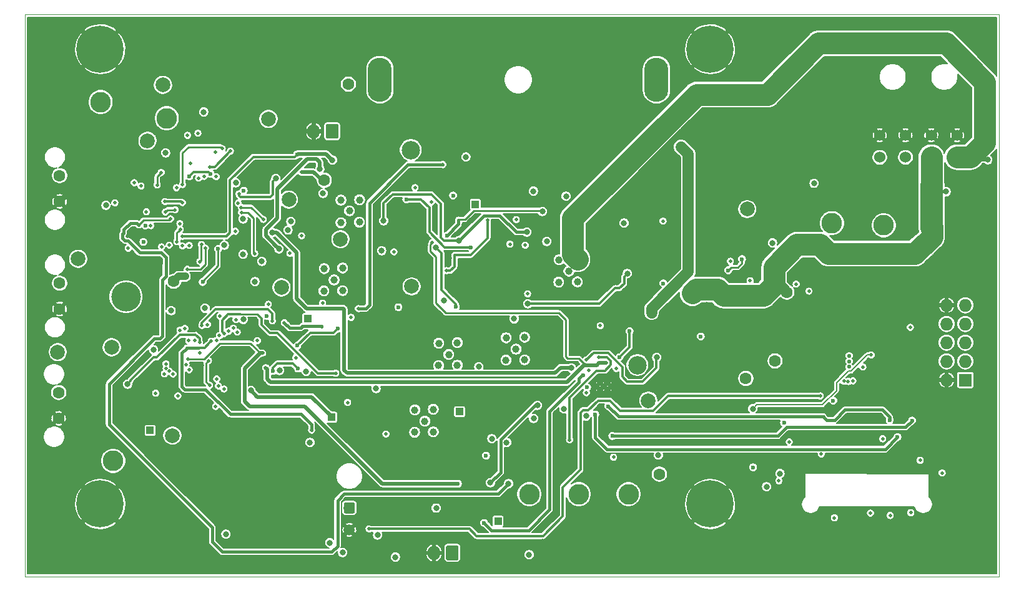
<source format=gbr>
G04 #@! TF.GenerationSoftware,KiCad,Pcbnew,(5.1.2)-1*
G04 #@! TF.CreationDate,2021-02-18T18:51:22+05:45*
G04 #@! TF.ProjectId,Pufferfish-Power-MCU,50756666-6572-4666-9973-682d506f7765,0.0*
G04 #@! TF.SameCoordinates,Original*
G04 #@! TF.FileFunction,Copper,L2,Inr*
G04 #@! TF.FilePolarity,Positive*
%FSLAX46Y46*%
G04 Gerber Fmt 4.6, Leading zero omitted, Abs format (unit mm)*
G04 Created by KiCad (PCBNEW (5.1.2)-1) date 2021-02-18 18:51:22*
%MOMM*%
%LPD*%
G04 APERTURE LIST*
G04 #@! TA.AperFunction,NonConductor*
%ADD10C,0.100000*%
G04 #@! TD*
G04 #@! TA.AperFunction,ViaPad*
%ADD11C,2.500000*%
G04 #@! TD*
G04 #@! TA.AperFunction,ViaPad*
%ADD12O,3.250000X6.000000*%
G04 #@! TD*
G04 #@! TA.AperFunction,ViaPad*
%ADD13C,0.533400*%
G04 #@! TD*
G04 #@! TA.AperFunction,ViaPad*
%ADD14R,1.530000X1.530000*%
G04 #@! TD*
G04 #@! TA.AperFunction,ViaPad*
%ADD15C,1.530000*%
G04 #@! TD*
G04 #@! TA.AperFunction,ViaPad*
%ADD16C,1.600000*%
G04 #@! TD*
G04 #@! TA.AperFunction,ViaPad*
%ADD17C,1.000000*%
G04 #@! TD*
G04 #@! TA.AperFunction,ViaPad*
%ADD18C,0.800000*%
G04 #@! TD*
G04 #@! TA.AperFunction,ViaPad*
%ADD19C,6.400000*%
G04 #@! TD*
G04 #@! TA.AperFunction,ViaPad*
%ADD20C,1.500000*%
G04 #@! TD*
G04 #@! TA.AperFunction,Conductor*
%ADD21C,0.100000*%
G04 #@! TD*
G04 #@! TA.AperFunction,ViaPad*
%ADD22R,1.000000X1.000000*%
G04 #@! TD*
G04 #@! TA.AperFunction,ViaPad*
%ADD23C,0.600000*%
G04 #@! TD*
G04 #@! TA.AperFunction,ViaPad*
%ADD24C,1.700000*%
G04 #@! TD*
G04 #@! TA.AperFunction,ViaPad*
%ADD25O,1.700000X2.000000*%
G04 #@! TD*
G04 #@! TA.AperFunction,ViaPad*
%ADD26R,1.727200X1.727200*%
G04 #@! TD*
G04 #@! TA.AperFunction,ViaPad*
%ADD27O,1.727200X1.727200*%
G04 #@! TD*
G04 #@! TA.AperFunction,ViaPad*
%ADD28C,2.800000*%
G04 #@! TD*
G04 #@! TA.AperFunction,ViaPad*
%ADD29C,2.000000*%
G04 #@! TD*
G04 #@! TA.AperFunction,ViaPad*
%ADD30C,0.500000*%
G04 #@! TD*
G04 #@! TA.AperFunction,ViaPad*
%ADD31C,4.000000*%
G04 #@! TD*
G04 #@! TA.AperFunction,Conductor*
%ADD32C,0.400000*%
G04 #@! TD*
G04 #@! TA.AperFunction,Conductor*
%ADD33C,0.250000*%
G04 #@! TD*
G04 #@! TA.AperFunction,Conductor*
%ADD34C,0.300000*%
G04 #@! TD*
G04 #@! TA.AperFunction,Conductor*
%ADD35C,0.800000*%
G04 #@! TD*
G04 #@! TA.AperFunction,Conductor*
%ADD36C,0.200000*%
G04 #@! TD*
G04 #@! TA.AperFunction,Conductor*
%ADD37C,3.000000*%
G04 #@! TD*
G04 #@! TA.AperFunction,Conductor*
%ADD38C,1.500000*%
G04 #@! TD*
G04 #@! TA.AperFunction,Conductor*
%ADD39C,0.350000*%
G04 #@! TD*
G04 #@! TA.AperFunction,Conductor*
%ADD40C,0.500000*%
G04 #@! TD*
G04 #@! TA.AperFunction,Conductor*
%ADD41C,1.000000*%
G04 #@! TD*
G04 #@! TA.AperFunction,Conductor*
%ADD42C,0.127000*%
G04 #@! TD*
G04 APERTURE END LIST*
D10*
X203212700Y-114388900D02*
X203212700Y-119388900D01*
X71094600Y-114401600D02*
X71094600Y-119401600D01*
X82946666Y-47752000D02*
G75*
G03X82946666Y-47752000I-1666666J0D01*
G01*
X78780000Y-47752000D02*
X83780000Y-47752000D01*
X81280000Y-45252000D02*
X81280000Y-50252000D01*
X71094600Y-114401600D02*
X71094600Y-43065700D01*
X203212700Y-119388900D02*
X71094600Y-119401600D01*
X203225400Y-43065700D02*
X203212700Y-114388900D01*
X71094600Y-43065700D02*
X203225400Y-43065700D01*
D11*
G04 #@! TO.N,LTC7812_RUN*
G04 #@! TO.C,TP4*
X154178000Y-90678000D03*
G04 #@! TD*
D12*
G04 #@! TO.N,/LTC4015/PP-SENSE-CLN*
G04 #@! TO.C,F1*
X119255400Y-51926600D03*
G04 #@! TO.N,VIN_7812_1_RAW*
X156755400Y-51926600D03*
G04 #@! TD*
D13*
G04 #@! TO.N,N/C*
G04 #@! TO.C,U3*
X182880000Y-90170000D03*
X182880000Y-89419999D03*
X182880000Y-90920001D03*
G04 #@! TD*
D14*
G04 #@! TO.N,VOUT_7812_24V*
G04 #@! TO.C,J1*
X197528000Y-62460000D03*
D15*
G04 #@! TO.N,VIN_7812_2*
X194028000Y-62460000D03*
G04 #@! TO.N,VSYS-5V0*
X190528000Y-62460000D03*
G04 #@! TO.N,VSYS-3V3*
X187028000Y-62460000D03*
G04 #@! TO.N,GND*
X197528000Y-59460000D03*
X194028000Y-59460000D03*
X190528000Y-59460000D03*
X187028000Y-59460000D03*
G04 #@! TD*
D16*
G04 #@! TO.N,GND*
G04 #@! TO.C,J5*
X75819000Y-68453000D03*
G04 #@! TO.N,INTCON_WALL*
X75819000Y-64953000D03*
G04 #@! TD*
G04 #@! TO.N,GND*
G04 #@! TO.C,J4*
X75819000Y-83058000D03*
G04 #@! TO.N,INTCON_WALL*
X75819000Y-79558000D03*
G04 #@! TD*
G04 #@! TO.N,GND*
G04 #@! TO.C,J6*
X75692000Y-97917000D03*
G04 #@! TO.N,VBAT-IN-12V*
X75692000Y-94417000D03*
G04 #@! TD*
D17*
G04 #@! TO.N,/LTC7812/VBIAS1*
G04 #@! TO.C,U8*
X115125680Y-69734680D03*
X116502360Y-68236080D03*
X113967440Y-71350120D03*
X116466800Y-71268840D03*
X113967440Y-68281800D03*
G04 #@! TD*
G04 #@! TO.N,VIN_7812_2*
G04 #@! TO.C,Q5*
X137713720Y-88513920D03*
X136337040Y-90012520D03*
X138871960Y-86898480D03*
X136372600Y-86979760D03*
X138871960Y-89966800D03*
G04 #@! TD*
G04 #@! TO.N,/LTC7812/VBIAS1*
G04 #@! TO.C,Q6*
X125336720Y-98302920D03*
X123960040Y-99801520D03*
X126494960Y-96687480D03*
X123995600Y-96768760D03*
X126494960Y-99755800D03*
G04 #@! TD*
G04 #@! TO.N,/LTC7812/SW_2_1*
G04 #@! TO.C,U7*
X113036720Y-79115920D03*
X111660040Y-80614520D03*
X114194960Y-77500480D03*
X111695600Y-77581760D03*
X114194960Y-80568800D03*
G04 #@! TD*
G04 #@! TO.N,/LTC7812/SW2_2*
G04 #@! TO.C,U9*
X128586720Y-89252920D03*
X127210040Y-90751520D03*
X129744960Y-87637480D03*
X127245600Y-87718760D03*
X129744960Y-90705800D03*
G04 #@! TD*
G04 #@! TO.N,VOUT_7812_24V*
G04 #@! TO.C,U10*
X144876520Y-77922120D03*
X143499840Y-79420720D03*
X146034760Y-76306680D03*
X143535400Y-76387960D03*
X146034760Y-79375000D03*
G04 #@! TD*
D18*
G04 #@! TO.N,GND*
G04 #@! TO.C,H3*
X83024056Y-46082944D03*
X81327000Y-45380000D03*
X79629944Y-46082944D03*
X78927000Y-47780000D03*
X79629944Y-49477056D03*
X81327000Y-50180000D03*
X83024056Y-49477056D03*
X83727000Y-47780000D03*
D19*
X81320000Y-47780000D03*
G04 #@! TD*
D20*
G04 #@! TO.N,GND*
G04 #@! TO.C,J3*
X115107400Y-113077600D03*
D21*
G04 #@! TO.N,Net-(J3-Pad1)*
G36*
X115631904Y-109328804D02*
G01*
X115656173Y-109332404D01*
X115679971Y-109338365D01*
X115703071Y-109346630D01*
X115725249Y-109357120D01*
X115746293Y-109369733D01*
X115765998Y-109384347D01*
X115784177Y-109400823D01*
X115800653Y-109419002D01*
X115815267Y-109438707D01*
X115827880Y-109459751D01*
X115838370Y-109481929D01*
X115846635Y-109505029D01*
X115852596Y-109528827D01*
X115856196Y-109553096D01*
X115857400Y-109577600D01*
X115857400Y-110577600D01*
X115856196Y-110602104D01*
X115852596Y-110626373D01*
X115846635Y-110650171D01*
X115838370Y-110673271D01*
X115827880Y-110695449D01*
X115815267Y-110716493D01*
X115800653Y-110736198D01*
X115784177Y-110754377D01*
X115765998Y-110770853D01*
X115746293Y-110785467D01*
X115725249Y-110798080D01*
X115703071Y-110808570D01*
X115679971Y-110816835D01*
X115656173Y-110822796D01*
X115631904Y-110826396D01*
X115607400Y-110827600D01*
X114607400Y-110827600D01*
X114582896Y-110826396D01*
X114558627Y-110822796D01*
X114534829Y-110816835D01*
X114511729Y-110808570D01*
X114489551Y-110798080D01*
X114468507Y-110785467D01*
X114448802Y-110770853D01*
X114430623Y-110754377D01*
X114414147Y-110736198D01*
X114399533Y-110716493D01*
X114386920Y-110695449D01*
X114376430Y-110673271D01*
X114368165Y-110650171D01*
X114362204Y-110626373D01*
X114358604Y-110602104D01*
X114357400Y-110577600D01*
X114357400Y-109577600D01*
X114358604Y-109553096D01*
X114362204Y-109528827D01*
X114368165Y-109505029D01*
X114376430Y-109481929D01*
X114386920Y-109459751D01*
X114399533Y-109438707D01*
X114414147Y-109419002D01*
X114430623Y-109400823D01*
X114448802Y-109384347D01*
X114468507Y-109369733D01*
X114489551Y-109357120D01*
X114511729Y-109346630D01*
X114534829Y-109338365D01*
X114558627Y-109332404D01*
X114582896Y-109328804D01*
X114607400Y-109327600D01*
X115607400Y-109327600D01*
X115631904Y-109328804D01*
X115631904Y-109328804D01*
G37*
D20*
X115107400Y-110077600D03*
G04 #@! TD*
D22*
G04 #@! TO.N,VIN_7812_2*
G04 #@! TO.C,TP18*
X135282400Y-111877600D03*
G04 #@! TD*
G04 #@! TO.N,/LTC7812/EXTVCC1*
G04 #@! TO.C,TP19*
X109474000Y-84328000D03*
G04 #@! TD*
G04 #@! TO.N,/LTC7812/EXTVCC2*
G04 #@! TO.C,TP20*
X132207000Y-68834000D03*
G04 #@! TD*
G04 #@! TO.N,/LTC7812/VFB_1_1*
G04 #@! TO.C,TP21*
X88075000Y-99550000D03*
G04 #@! TD*
G04 #@! TO.N,Net-(R78-Pad2)*
G04 #@! TO.C,TP22*
X112732400Y-97752600D03*
G04 #@! TD*
G04 #@! TO.N,/LTC7812/VBIAS1*
G04 #@! TO.C,TP23*
X130057400Y-97002600D03*
G04 #@! TD*
D23*
G04 #@! TO.N,GND*
G04 #@! TO.C,U6*
X149103000Y-94073000D03*
X150103000Y-94073000D03*
X150103000Y-93073000D03*
X149103000Y-93073000D03*
G04 #@! TD*
D18*
G04 #@! TO.N,GND*
G04 #@! TO.C,H2*
X165724056Y-107852944D03*
X164027000Y-107150000D03*
X162329944Y-107852944D03*
X161627000Y-109550000D03*
X162329944Y-111247056D03*
X164027000Y-111950000D03*
X165724056Y-111247056D03*
X166427000Y-109550000D03*
D19*
X164027000Y-109550000D03*
G04 #@! TD*
D18*
G04 #@! TO.N,GND*
G04 #@! TO.C,H5*
X83024056Y-107852944D03*
X81327000Y-107150000D03*
X79629944Y-107852944D03*
X78927000Y-109550000D03*
X79629944Y-111247056D03*
X81327000Y-111950000D03*
X83024056Y-111247056D03*
X83727000Y-109550000D03*
D19*
X81327000Y-109550000D03*
G04 #@! TD*
G04 #@! TO.N,GND*
G04 #@! TO.C,H6*
X164020000Y-47780000D03*
D18*
X166430000Y-47735500D03*
X165727056Y-49432556D03*
X164030000Y-50135500D03*
X162332944Y-49432556D03*
X161630000Y-47735500D03*
X162332944Y-46038444D03*
X164030000Y-45335500D03*
X165727056Y-46038444D03*
G04 #@! TD*
D21*
G04 #@! TO.N,Net-(J7-Pad1)*
G04 #@! TO.C,J7*
G36*
X113400504Y-57929204D02*
G01*
X113424773Y-57932804D01*
X113448571Y-57938765D01*
X113471671Y-57947030D01*
X113493849Y-57957520D01*
X113514893Y-57970133D01*
X113534598Y-57984747D01*
X113552777Y-58001223D01*
X113569253Y-58019402D01*
X113583867Y-58039107D01*
X113596480Y-58060151D01*
X113606970Y-58082329D01*
X113615235Y-58105429D01*
X113621196Y-58129227D01*
X113624796Y-58153496D01*
X113626000Y-58178000D01*
X113626000Y-59678000D01*
X113624796Y-59702504D01*
X113621196Y-59726773D01*
X113615235Y-59750571D01*
X113606970Y-59773671D01*
X113596480Y-59795849D01*
X113583867Y-59816893D01*
X113569253Y-59836598D01*
X113552777Y-59854777D01*
X113534598Y-59871253D01*
X113514893Y-59885867D01*
X113493849Y-59898480D01*
X113471671Y-59908970D01*
X113448571Y-59917235D01*
X113424773Y-59923196D01*
X113400504Y-59926796D01*
X113376000Y-59928000D01*
X112176000Y-59928000D01*
X112151496Y-59926796D01*
X112127227Y-59923196D01*
X112103429Y-59917235D01*
X112080329Y-59908970D01*
X112058151Y-59898480D01*
X112037107Y-59885867D01*
X112017402Y-59871253D01*
X111999223Y-59854777D01*
X111982747Y-59836598D01*
X111968133Y-59816893D01*
X111955520Y-59795849D01*
X111945030Y-59773671D01*
X111936765Y-59750571D01*
X111930804Y-59726773D01*
X111927204Y-59702504D01*
X111926000Y-59678000D01*
X111926000Y-58178000D01*
X111927204Y-58153496D01*
X111930804Y-58129227D01*
X111936765Y-58105429D01*
X111945030Y-58082329D01*
X111955520Y-58060151D01*
X111968133Y-58039107D01*
X111982747Y-58019402D01*
X111999223Y-58001223D01*
X112017402Y-57984747D01*
X112037107Y-57970133D01*
X112058151Y-57957520D01*
X112080329Y-57947030D01*
X112103429Y-57938765D01*
X112127227Y-57932804D01*
X112151496Y-57929204D01*
X112176000Y-57928000D01*
X113376000Y-57928000D01*
X113400504Y-57929204D01*
X113400504Y-57929204D01*
G37*
D24*
X112776000Y-58928000D03*
D25*
G04 #@! TO.N,GND*
X110276000Y-58928000D03*
G04 #@! TD*
D26*
G04 #@! TO.N,AAD_SCL*
G04 #@! TO.C,P1*
X198628000Y-92710000D03*
D27*
G04 #@! TO.N,GND*
X196088000Y-92710000D03*
G04 #@! TO.N,AAD_SDA*
X198628000Y-90170000D03*
G04 #@! TO.N,Net-(JP16-Pad2)*
X196088000Y-90170000D03*
G04 #@! TO.N,N/C*
X198628000Y-87630000D03*
X196088000Y-87630000D03*
X198628000Y-85090000D03*
X196088000Y-85090000D03*
X198628000Y-82550000D03*
G04 #@! TO.N,GND*
X196088000Y-82550000D03*
G04 #@! TD*
D11*
G04 #@! TO.N,/LTC4015/PP-SENSE-CLN*
G04 #@! TO.C,TP1*
X123444000Y-61468000D03*
G04 #@! TD*
D28*
G04 #@! TO.N,INTCON_WALL*
G04 #@! TO.C,TP2*
X81382400Y-54952600D03*
G04 #@! TD*
G04 #@! TO.N,VBAT-IN-12V*
G04 #@! TO.C,TP3*
X83082400Y-103702600D03*
G04 #@! TD*
G04 #@! TO.N,VSYS-5V0*
G04 #@! TO.C,TP5*
X187567400Y-71702600D03*
G04 #@! TD*
G04 #@! TO.N,VSYS-3V3*
G04 #@! TO.C,TP6*
X180547400Y-71402600D03*
G04 #@! TD*
G04 #@! TO.N,/LTC4015/PP-CSP*
G04 #@! TO.C,TP9*
X90350000Y-57150000D03*
G04 #@! TD*
G04 #@! TO.N,/LTC2955/INT_LVL*
G04 #@! TO.C,TP15*
X152957400Y-108204000D03*
G04 #@! TD*
G04 #@! TO.N,/LTC2955/KILL_LVL*
G04 #@! TO.C,TP16*
X139517000Y-108204000D03*
G04 #@! TD*
G04 #@! TO.N,/LTC2955/PG_LVL*
G04 #@! TO.C,TP17*
X146217000Y-108204000D03*
G04 #@! TD*
D29*
G04 #@! TO.N,VSYS-5V0-PGOOD*
G04 #@! TO.C,TP10*
X169057400Y-69502600D03*
G04 #@! TD*
D21*
G04 #@! TO.N,Net-(J8-Pad1)*
G04 #@! TO.C,J8*
G36*
X129693904Y-115189804D02*
G01*
X129718173Y-115193404D01*
X129741971Y-115199365D01*
X129765071Y-115207630D01*
X129787249Y-115218120D01*
X129808293Y-115230733D01*
X129827998Y-115245347D01*
X129846177Y-115261823D01*
X129862653Y-115280002D01*
X129877267Y-115299707D01*
X129889880Y-115320751D01*
X129900370Y-115342929D01*
X129908635Y-115366029D01*
X129914596Y-115389827D01*
X129918196Y-115414096D01*
X129919400Y-115438600D01*
X129919400Y-116938600D01*
X129918196Y-116963104D01*
X129914596Y-116987373D01*
X129908635Y-117011171D01*
X129900370Y-117034271D01*
X129889880Y-117056449D01*
X129877267Y-117077493D01*
X129862653Y-117097198D01*
X129846177Y-117115377D01*
X129827998Y-117131853D01*
X129808293Y-117146467D01*
X129787249Y-117159080D01*
X129765071Y-117169570D01*
X129741971Y-117177835D01*
X129718173Y-117183796D01*
X129693904Y-117187396D01*
X129669400Y-117188600D01*
X128469400Y-117188600D01*
X128444896Y-117187396D01*
X128420627Y-117183796D01*
X128396829Y-117177835D01*
X128373729Y-117169570D01*
X128351551Y-117159080D01*
X128330507Y-117146467D01*
X128310802Y-117131853D01*
X128292623Y-117115377D01*
X128276147Y-117097198D01*
X128261533Y-117077493D01*
X128248920Y-117056449D01*
X128238430Y-117034271D01*
X128230165Y-117011171D01*
X128224204Y-116987373D01*
X128220604Y-116963104D01*
X128219400Y-116938600D01*
X128219400Y-115438600D01*
X128220604Y-115414096D01*
X128224204Y-115389827D01*
X128230165Y-115366029D01*
X128238430Y-115342929D01*
X128248920Y-115320751D01*
X128261533Y-115299707D01*
X128276147Y-115280002D01*
X128292623Y-115261823D01*
X128310802Y-115245347D01*
X128330507Y-115230733D01*
X128351551Y-115218120D01*
X128373729Y-115207630D01*
X128396829Y-115199365D01*
X128420627Y-115193404D01*
X128444896Y-115189804D01*
X128469400Y-115188600D01*
X129669400Y-115188600D01*
X129693904Y-115189804D01*
X129693904Y-115189804D01*
G37*
D24*
X129069400Y-116188600D03*
D25*
G04 #@! TO.N,GND*
X126569400Y-116188600D03*
G04 #@! TD*
D30*
G04 #@! TO.N,/LTC4015/PP-VC*
X92122505Y-71454895D03*
X85122707Y-74801115D03*
G04 #@! TO.N,GND*
X155485400Y-45830600D03*
X122973400Y-72246600D03*
D18*
X98907400Y-90922600D03*
X100807400Y-89102600D03*
X98977400Y-90002600D03*
X99957400Y-91102600D03*
X99887400Y-90082600D03*
X99777400Y-89072600D03*
D30*
X176957400Y-77702600D03*
X177043799Y-77016200D03*
D23*
X170061324Y-75438000D03*
D30*
X159345400Y-85446600D03*
X162139400Y-85446600D03*
X160615400Y-85446600D03*
X161377400Y-85446600D03*
X160057400Y-90788600D03*
X151675400Y-75802600D03*
X151421400Y-79612600D03*
X166915400Y-96884600D03*
D18*
X166153400Y-99170600D03*
X164121400Y-99170600D03*
X165137400Y-99170600D03*
X166915400Y-98662600D03*
D23*
X159317400Y-90942600D03*
D18*
X118757400Y-77132600D03*
X119847400Y-79512610D03*
X128497400Y-77022600D03*
X128577400Y-76112600D03*
D23*
X159397400Y-77222600D03*
X159197400Y-76412600D03*
X152287400Y-87572600D03*
X150777400Y-75552600D03*
X150737400Y-79532600D03*
X149157388Y-83212600D03*
D30*
X151107400Y-83282600D03*
X150177400Y-82292600D03*
X152197400Y-86222600D03*
D23*
X157517400Y-93482600D03*
X153657400Y-94492600D03*
D30*
X90407400Y-66402600D03*
X90966233Y-66709600D03*
X95837400Y-59292600D03*
X96607400Y-59382600D03*
X158237400Y-70472600D03*
X159052403Y-70497603D03*
D18*
X159267400Y-67642602D03*
D23*
X142477400Y-66942600D03*
D30*
X170707400Y-78302600D03*
X182432400Y-77834600D03*
X178853400Y-77834600D03*
X176821400Y-76374100D03*
X163557400Y-82352602D03*
X164182400Y-82477600D03*
D23*
X158400400Y-85414600D03*
X151807400Y-77602600D03*
D30*
X151790900Y-76619100D03*
X151746939Y-78511393D03*
D23*
X126247418Y-105012600D03*
X123937400Y-105022600D03*
X121703400Y-105520600D03*
X178097400Y-82512600D03*
X179967400Y-82402600D03*
X178967400Y-82222600D03*
X180997400Y-85262600D03*
X181247400Y-83222600D03*
X181227400Y-87322600D03*
X182037400Y-87632600D03*
X181057400Y-86332600D03*
X180967400Y-84322600D03*
X182097400Y-82862600D03*
X158617400Y-90862600D03*
X160717400Y-90852580D03*
X177797400Y-93672600D03*
X180277400Y-93602600D03*
X173727400Y-93572600D03*
X178517400Y-93642600D03*
X176067400Y-93772600D03*
X180557400Y-92642600D03*
X179337400Y-93792600D03*
X177057400Y-93792600D03*
X174697400Y-93802600D03*
X173467400Y-92632600D03*
D18*
X186487400Y-98252590D03*
D23*
X129117400Y-104002600D03*
X128057400Y-105012600D03*
X125507400Y-105022600D03*
X123007400Y-105022600D03*
X120681400Y-105420626D03*
D18*
X146301000Y-95446196D03*
X157557392Y-91602600D03*
X157657400Y-92602600D03*
X153682400Y-95402600D03*
X152732400Y-95427600D03*
D30*
X95132400Y-90750000D03*
X103532400Y-89727600D03*
X100182400Y-78452600D03*
X76760000Y-57900000D03*
X82282400Y-63202600D03*
D23*
X113757400Y-61277600D03*
D30*
X81663772Y-58762429D03*
X103831442Y-66033367D03*
X104057400Y-85077600D03*
D18*
X84200000Y-68940000D03*
X158457900Y-67170300D03*
X114400900Y-48815100D03*
D30*
X97207400Y-58977600D03*
X95468449Y-58882215D03*
X90740000Y-71589996D03*
X91535448Y-70396280D03*
X96730000Y-58470000D03*
X89200000Y-61080000D03*
X96120000Y-58550000D03*
X86730000Y-73130000D03*
X86070000Y-72190000D03*
X85020000Y-73160000D03*
D18*
X82609992Y-71897500D03*
X81580000Y-73490000D03*
D30*
X76290000Y-58420000D03*
X73080000Y-54010000D03*
X89300000Y-60310000D03*
X103920000Y-65370000D03*
X103070000Y-63230000D03*
X103070000Y-61660000D03*
X100400000Y-62110000D03*
X178091400Y-77834600D03*
X179615400Y-77834600D03*
X181647400Y-77834600D03*
X183171400Y-77834600D03*
X184557410Y-79777600D03*
X125538946Y-74403453D03*
X111257400Y-57902600D03*
D18*
X110276000Y-57383992D03*
D30*
X81457400Y-63602600D03*
X80257400Y-69602600D03*
X79782400Y-69102600D03*
X80652304Y-71897500D03*
X82657394Y-57860000D03*
D18*
X97057400Y-51002592D03*
X98645000Y-51115012D03*
D30*
X104179998Y-60020000D03*
X186557400Y-95502600D03*
X188557400Y-93702600D03*
X187257400Y-88402600D03*
D23*
X96944500Y-97815500D03*
D30*
X96657400Y-98602600D03*
X96012000Y-98747996D03*
X186557400Y-87702600D03*
X188657410Y-84302600D03*
X188657400Y-85002600D03*
X188657400Y-83602600D03*
D18*
X163359400Y-98662600D03*
D30*
X164167392Y-96812600D03*
X187357400Y-99802600D03*
D18*
X190957400Y-102727602D03*
D23*
X116357400Y-98602600D03*
D30*
X124082400Y-87327600D03*
X124057400Y-88002600D03*
X124057400Y-88702600D03*
X124057400Y-89402600D03*
X124057400Y-90102600D03*
D18*
X122612990Y-83947000D03*
X159714500Y-68462000D03*
X159689100Y-69414500D03*
X74316000Y-97917000D03*
X74569862Y-98737613D03*
D23*
X106857100Y-91233100D03*
D30*
X91159900Y-77809200D03*
X83727958Y-72373298D03*
X77824900Y-84248100D03*
X91159900Y-96211478D03*
X90194700Y-95309800D03*
X88857400Y-92202588D03*
D23*
X115457400Y-97502600D03*
D30*
X91057400Y-95402600D03*
X93257404Y-98502600D03*
X94857400Y-97902600D03*
X95357400Y-98702600D03*
X97057400Y-97102600D03*
X85157400Y-95902600D03*
X85957400Y-97102600D03*
D23*
X106497400Y-91882600D03*
D18*
X106907400Y-93892600D03*
D23*
X107240151Y-92175349D03*
X107691012Y-84790227D03*
X113447400Y-87812600D03*
D18*
X125475992Y-65203418D03*
D30*
X109320900Y-74850100D03*
D23*
X141019567Y-93789758D03*
D18*
X132587400Y-87592600D03*
X132587400Y-86742600D03*
X132587400Y-88472600D03*
X132600000Y-89442400D03*
D30*
X143467400Y-90362600D03*
X72057400Y-58222600D03*
X77824900Y-82940000D03*
D23*
X122274900Y-104961800D03*
X115430593Y-99552593D03*
D30*
X126837734Y-72228153D03*
D23*
X128407400Y-67327599D03*
X128432400Y-72002600D03*
D30*
X152197400Y-86752599D03*
X102882398Y-92602600D03*
D23*
X97147400Y-100032600D03*
X97487400Y-98892600D03*
D30*
X82217798Y-90493719D03*
X77697400Y-89112600D03*
X78427400Y-89102600D03*
X79137400Y-89102600D03*
X79887400Y-89112600D03*
X80617400Y-89112600D03*
X81407400Y-89112600D03*
D18*
X121007400Y-93922600D03*
D30*
X105857400Y-94212600D03*
X107416649Y-91376661D03*
X103887400Y-90282600D03*
X103062810Y-91172199D03*
X154297400Y-78612600D03*
X153207400Y-79392600D03*
X153657400Y-78912600D03*
X158577400Y-77602600D03*
X158207400Y-78512600D03*
D18*
X108257400Y-49522600D03*
D30*
X131787400Y-70852600D03*
X90170644Y-71831963D03*
D18*
X138067400Y-97212600D03*
D30*
X134917400Y-68092600D03*
D23*
X135617400Y-67892606D03*
D30*
X180907400Y-90612600D03*
X188237400Y-94632600D03*
X186357400Y-96090099D03*
X186277400Y-94842600D03*
X184757400Y-78992600D03*
X184697400Y-80442600D03*
X169437400Y-74582598D03*
X169395628Y-76315812D03*
X170582402Y-77602600D03*
X170657400Y-78952600D03*
D18*
X168252398Y-73199998D03*
D30*
X172249400Y-43798600D03*
X173265400Y-43798600D03*
X174281400Y-43798600D03*
X175297400Y-43798600D03*
X176313400Y-43798600D03*
X177329400Y-43798600D03*
X178345400Y-43798600D03*
X179361400Y-43798600D03*
X180377400Y-43798600D03*
X181393400Y-43798600D03*
X182409400Y-43798600D03*
X183425400Y-43798600D03*
X184441400Y-43798600D03*
X185457400Y-43798600D03*
X186473400Y-43798600D03*
X187489400Y-43798600D03*
X188505400Y-43798600D03*
X189521400Y-43798600D03*
X190537400Y-43798600D03*
X191553400Y-43798600D03*
X192569400Y-43798600D03*
X193585400Y-43798600D03*
X194601400Y-43798600D03*
X195617400Y-43798600D03*
X196633400Y-43798600D03*
X197649400Y-43798600D03*
X198665400Y-43798600D03*
X199681400Y-43798600D03*
X200697400Y-43798600D03*
X202475400Y-45830600D03*
X202538900Y-44814600D03*
X199681400Y-45830600D03*
X198665400Y-45830600D03*
X199681400Y-44814600D03*
X201713400Y-43798600D03*
X202475400Y-43798600D03*
X198665400Y-44814600D03*
X171233400Y-43798600D03*
X170217400Y-43798600D03*
X169201400Y-43798600D03*
X168185400Y-43798600D03*
X167169400Y-43798600D03*
X166153400Y-43798600D03*
X165137400Y-43798600D03*
X163613400Y-43798600D03*
X162597400Y-43798600D03*
X161581400Y-43798600D03*
X160565400Y-43798600D03*
X159549400Y-43798600D03*
X158533400Y-43798600D03*
X157517400Y-43798600D03*
X147357400Y-43798600D03*
X148357400Y-43798600D03*
X149357400Y-43798600D03*
X150357400Y-43798600D03*
X151357400Y-43798600D03*
X152357400Y-43798600D03*
X147357400Y-44798600D03*
X148357400Y-44798600D03*
X149357400Y-44798600D03*
X150357400Y-44798600D03*
X151357400Y-44798600D03*
X152357400Y-44798600D03*
X153357400Y-44798600D03*
X154357400Y-44798600D03*
X147357400Y-45798600D03*
X148357400Y-45798600D03*
X149357400Y-45798600D03*
X150357400Y-45798600D03*
X151357400Y-45798600D03*
X152357400Y-45798600D03*
X153357400Y-45798600D03*
X154357400Y-45798600D03*
X147357400Y-46798600D03*
X148357400Y-46798600D03*
X149357400Y-46798600D03*
X150357400Y-46798600D03*
X151357400Y-46798600D03*
X152357400Y-46798600D03*
X153357400Y-46798600D03*
X154357400Y-46798600D03*
X155485400Y-44814600D03*
X156501400Y-44814600D03*
X157517400Y-44814600D03*
X158533400Y-44814600D03*
X159549400Y-44814600D03*
X160565400Y-44814600D03*
X153453400Y-43766600D03*
X154453400Y-43766600D03*
X155453400Y-43766600D03*
X156453400Y-43766600D03*
X157517400Y-45830600D03*
X158533400Y-45798600D03*
X156501400Y-46846600D03*
X155485400Y-46846600D03*
X156501400Y-45830600D03*
X158533400Y-46814600D03*
X161581400Y-44814600D03*
X159549400Y-46846600D03*
X160565400Y-45830600D03*
X159549400Y-45830600D03*
X157517400Y-46846600D03*
X143292900Y-113712100D03*
X144292900Y-113712100D03*
X145292900Y-113712100D03*
X146292900Y-113712100D03*
X147292900Y-113712100D03*
X148292900Y-113712100D03*
X149292900Y-113712100D03*
X150292900Y-113712100D03*
X151292900Y-113712100D03*
X152292900Y-113712100D03*
X153292900Y-113712100D03*
X154292900Y-113712100D03*
X155292900Y-113712100D03*
X156292900Y-113712100D03*
X157292900Y-113712100D03*
X158292900Y-113712100D03*
X159292900Y-113712100D03*
X160292900Y-113712100D03*
X161292900Y-113712100D03*
X162483400Y-113712100D03*
X163737400Y-113712100D03*
X164737400Y-113712100D03*
X165737400Y-113712100D03*
X166737400Y-113712100D03*
X167737400Y-113712100D03*
X168673900Y-113712100D03*
X201713400Y-48878600D03*
X202457400Y-48878600D03*
X202457400Y-46706600D03*
X197649400Y-44814600D03*
X192677400Y-44798600D03*
X193677400Y-44798600D03*
X194677400Y-44798600D03*
X195677400Y-44798600D03*
X196677400Y-44798600D03*
X173343400Y-44782600D03*
X174343400Y-44782600D03*
X175343400Y-44782600D03*
X176343400Y-44782600D03*
X177343400Y-44782600D03*
X178343400Y-44782600D03*
X179343400Y-44782600D03*
X180343400Y-44782600D03*
X181343400Y-44782600D03*
X182343400Y-44782600D03*
X183343400Y-44782600D03*
X184343400Y-44782600D03*
X185343400Y-44782600D03*
X186343400Y-44782600D03*
X187343400Y-44782600D03*
X188343400Y-44782600D03*
X189343400Y-44782600D03*
X190343400Y-44782600D03*
X191343400Y-44782600D03*
X117385400Y-44766600D03*
X118385400Y-44766600D03*
X119385400Y-44766600D03*
X120385400Y-44766600D03*
X121385400Y-44766600D03*
X122385400Y-44766600D03*
X123385400Y-44766600D03*
X124385400Y-44766600D03*
X125385400Y-44766600D03*
X126385400Y-44766600D03*
X127385400Y-44766600D03*
X128385400Y-44766600D03*
X129385400Y-44766600D03*
X130385400Y-44766600D03*
X131385400Y-44766600D03*
X132385400Y-44766600D03*
X133385400Y-44766600D03*
X134385400Y-44766600D03*
X135385400Y-44766600D03*
X136385400Y-44766600D03*
X137385400Y-44766600D03*
X139385400Y-44766600D03*
X140385400Y-44766600D03*
X141385400Y-44766600D03*
X142385400Y-44766600D03*
X143385400Y-44766600D03*
X144385400Y-44766600D03*
X145385400Y-44766600D03*
X146385400Y-44766600D03*
X151913400Y-111362600D03*
X152913400Y-111362600D03*
X153913400Y-111362600D03*
X154913400Y-111362600D03*
X155913400Y-111362600D03*
X156913400Y-111362600D03*
X157913400Y-111362600D03*
X158913400Y-111362600D03*
X159913400Y-111362600D03*
X147865400Y-112378600D03*
X148881400Y-112378600D03*
X149897400Y-112378600D03*
X150913400Y-112378600D03*
X151929400Y-112378600D03*
X146769400Y-111346600D03*
X147769400Y-111346600D03*
X148769400Y-111346600D03*
X149769400Y-111346600D03*
X150769400Y-111346600D03*
X141070900Y-112950100D03*
X144817400Y-112378600D03*
X145753400Y-112346600D03*
X146753400Y-112346600D03*
X154977400Y-112378600D03*
X152945400Y-112378600D03*
X153961400Y-112378600D03*
X155993400Y-112378600D03*
X157009400Y-112378600D03*
X158025400Y-112378600D03*
X159041400Y-112522600D03*
X141578900Y-112378600D03*
X142150400Y-111807100D03*
X143189400Y-111200600D03*
X145833400Y-111362600D03*
X145071400Y-111362600D03*
X145071400Y-110092600D03*
X145833400Y-110346600D03*
X146595400Y-110346600D03*
X147357400Y-110092600D03*
X147865400Y-109584600D03*
X148119400Y-109076600D03*
X148373400Y-108314600D03*
X148119400Y-107552600D03*
X147865400Y-106790600D03*
X147357400Y-106536600D03*
X146595400Y-106282600D03*
X169645900Y-113712100D03*
X170407900Y-113712100D03*
X171169900Y-113712100D03*
X172185900Y-113712100D03*
X173201900Y-113712100D03*
X174217900Y-113712100D03*
X175487900Y-113712100D03*
X176503900Y-113712100D03*
X177519900Y-113712100D03*
X181075900Y-113712100D03*
X179869400Y-113712100D03*
X182345900Y-113712100D03*
X183679400Y-113712100D03*
X184885900Y-113712100D03*
X186219400Y-113712100D03*
X187552900Y-113712100D03*
X188695900Y-113712100D03*
X189965900Y-113712100D03*
X191235900Y-113712100D03*
X192632900Y-113712100D03*
X193775900Y-113712100D03*
X195045900Y-113712100D03*
X196315900Y-113775600D03*
X197458900Y-113775600D03*
X198347900Y-113331100D03*
X151421400Y-106790600D03*
X150913400Y-107806600D03*
X150913400Y-108822600D03*
X151421400Y-109838600D03*
X152945400Y-110346600D03*
X154469400Y-109838600D03*
X154977400Y-108822600D03*
X154977400Y-107806600D03*
X154469400Y-106790600D03*
X154469400Y-105774600D03*
X151421400Y-105774600D03*
X161073400Y-106790600D03*
X160565400Y-107806600D03*
X160057400Y-108822600D03*
X160057400Y-109838600D03*
X160057400Y-112378600D03*
X161073400Y-112378600D03*
X166661400Y-106790600D03*
X167169400Y-106790600D03*
X167931400Y-108314600D03*
X167931400Y-109330600D03*
X167931400Y-110600600D03*
X167677400Y-111616600D03*
X168947400Y-108314600D03*
X169709400Y-108314600D03*
X168947400Y-109330600D03*
X169709400Y-109330600D03*
X168947400Y-110600600D03*
X169963400Y-110600600D03*
X168947400Y-111616600D03*
X169963400Y-111616600D03*
X167169400Y-112378600D03*
X166153400Y-112632600D03*
X168947400Y-112378600D03*
X169963400Y-112378600D03*
X170979400Y-111616600D03*
X170979400Y-112378600D03*
X171741400Y-112378600D03*
X172503400Y-112378600D03*
X146385400Y-43658600D03*
X143385400Y-43658600D03*
X145385400Y-43658600D03*
X144385400Y-43658600D03*
X142385400Y-43658600D03*
X137385400Y-43658600D03*
X139385400Y-43658600D03*
X140385400Y-43658600D03*
X141385400Y-43658600D03*
X138594400Y-43671600D03*
X135385400Y-43658600D03*
X133385400Y-43658600D03*
X132385400Y-43658600D03*
X136385400Y-43658600D03*
X134385400Y-43658600D03*
X129385400Y-43658600D03*
X128385400Y-43658600D03*
X130385400Y-43658600D03*
X131385400Y-43658600D03*
X127385400Y-43658600D03*
X125385400Y-43646200D03*
X126377000Y-43646200D03*
X124497400Y-43646200D03*
X123430600Y-43646200D03*
X122363800Y-43646200D03*
X119417400Y-43646200D03*
X117436200Y-43646200D03*
X120433400Y-43646200D03*
X121398600Y-43646200D03*
X118452200Y-43646200D03*
X200697400Y-46630600D03*
X199681400Y-46630600D03*
X201713400Y-46630600D03*
X200951400Y-48878600D03*
X202475400Y-49640600D03*
X202475400Y-50402600D03*
X201713400Y-49640600D03*
X199681400Y-47354600D03*
X200697400Y-48116600D03*
X200697400Y-47354600D03*
X201713400Y-47354600D03*
X201713400Y-48116600D03*
X202475400Y-47354600D03*
X202475400Y-48116600D03*
X197903400Y-45576600D03*
X198919400Y-46592600D03*
X172311400Y-44782600D03*
X171311400Y-44782600D03*
X170201400Y-44560600D03*
X169201400Y-44560600D03*
X167169400Y-44560600D03*
X168169400Y-44560600D03*
X172311400Y-45798600D03*
X174343400Y-45798600D03*
X176343400Y-45798600D03*
X175343400Y-45798600D03*
X173343400Y-45798600D03*
X172327400Y-46814600D03*
X171295400Y-46814600D03*
X173327400Y-46814600D03*
X175327400Y-46814600D03*
X174327400Y-46814600D03*
X172311400Y-47830600D03*
X171311400Y-47830600D03*
X170279400Y-47830600D03*
X174311400Y-47830600D03*
X173311400Y-47830600D03*
X169263400Y-48846600D03*
X171295400Y-48846600D03*
X173295400Y-48846600D03*
X172295400Y-48846600D03*
X170295400Y-48846600D03*
X172279400Y-49862600D03*
X168247400Y-49862600D03*
X170279400Y-49862600D03*
X169279400Y-49862600D03*
X171279400Y-49862600D03*
X170517400Y-50878600D03*
X169517400Y-50878600D03*
X171517400Y-50878600D03*
X168517400Y-50878600D03*
X166723400Y-51640600D03*
X169755400Y-51640600D03*
X168755400Y-51640600D03*
X170755400Y-51640600D03*
X167755400Y-51640600D03*
X170471400Y-45830600D03*
X168439400Y-45830600D03*
X169439400Y-45830600D03*
X171471400Y-45830600D03*
X169533400Y-46814600D03*
X168501400Y-46814600D03*
X169533400Y-47830600D03*
X168501400Y-47830600D03*
X168439400Y-48878600D03*
X170471400Y-46846600D03*
X178375400Y-50624600D03*
X177359400Y-51640600D03*
X173803400Y-55450600D03*
X176343400Y-52656600D03*
X179391400Y-49608600D03*
X174565400Y-54688600D03*
X175327400Y-53672600D03*
X180089400Y-49100600D03*
X184089400Y-49100600D03*
X185089400Y-49100600D03*
X186089400Y-49100600D03*
X187089400Y-49100600D03*
X188089400Y-49100600D03*
X189089400Y-49100600D03*
X182089400Y-49100600D03*
X183089400Y-49100600D03*
X192423400Y-49116600D03*
X193423400Y-49116600D03*
X194423400Y-49116600D03*
X181089400Y-49100600D03*
X190089400Y-49100600D03*
X191089400Y-49100600D03*
X198982900Y-53704600D03*
X199046400Y-54784100D03*
X199109900Y-56278600D03*
X199109900Y-57895600D03*
X123989400Y-71484600D03*
X123989400Y-72246600D03*
X123989400Y-73008600D03*
X122973400Y-73008600D03*
X121957400Y-73008600D03*
X121957400Y-72246600D03*
X121957400Y-71484600D03*
X122973400Y-71484600D03*
X121957400Y-70722600D03*
X122973400Y-70722600D03*
X123989400Y-70722600D03*
X144451400Y-45782600D03*
X139451400Y-45782600D03*
X140451400Y-45782600D03*
X146451400Y-45782600D03*
X145451400Y-45782600D03*
X142451400Y-45782600D03*
X141451400Y-45782600D03*
X143451400Y-45782600D03*
X136577400Y-45782600D03*
X138577400Y-45782600D03*
X137577400Y-45782600D03*
X132577400Y-45782600D03*
X133577400Y-45782600D03*
X131577400Y-45782600D03*
X135577400Y-45782600D03*
X134577400Y-45782600D03*
X128449400Y-45782600D03*
X123449400Y-45782600D03*
X124449400Y-45782600D03*
X130449400Y-45782600D03*
X129449400Y-45782600D03*
X126449400Y-45782600D03*
X125449400Y-45782600D03*
X127449400Y-45782600D03*
X146451400Y-46798600D03*
X145451400Y-46798600D03*
X140451400Y-46798600D03*
X144451400Y-46798600D03*
X142451400Y-46798600D03*
X141451400Y-46798600D03*
X143451400Y-46798600D03*
X139451400Y-46798600D03*
X132577400Y-46798600D03*
X134577400Y-46798600D03*
X137577400Y-46798600D03*
X138577400Y-46798600D03*
X136577400Y-46798600D03*
X135577400Y-46798600D03*
X131577400Y-46798600D03*
X133577400Y-46798600D03*
X127449400Y-46798600D03*
X126449400Y-46798600D03*
X124449400Y-46798600D03*
X129449400Y-46798600D03*
X130449400Y-46798600D03*
X128449400Y-46798600D03*
X123449400Y-46798600D03*
X125449400Y-46798600D03*
X112425800Y-43766600D03*
X113425800Y-43766600D03*
X114425800Y-43766600D03*
X112425800Y-44766600D03*
X115425800Y-43766600D03*
X113425800Y-44766600D03*
X115425800Y-44766600D03*
X114425800Y-44766600D03*
X108158600Y-44665000D03*
X110158600Y-44665000D03*
X111158600Y-44665000D03*
X109158600Y-44665000D03*
X110158600Y-43665000D03*
X111158600Y-43665000D03*
X108158600Y-43665000D03*
X109158600Y-43665000D03*
X110158600Y-46052600D03*
X111158600Y-46052600D03*
X108158600Y-46052600D03*
X109158600Y-46052600D03*
X107193400Y-46052600D03*
X107193400Y-47881400D03*
X107193400Y-48881400D03*
X107193400Y-49557800D03*
X108209400Y-47729000D03*
X108209400Y-48729000D03*
X111917800Y-46015000D03*
X112749900Y-46015000D03*
X114400900Y-46021100D03*
X113695800Y-46021100D03*
X114400900Y-47735600D03*
D18*
X112813400Y-47100600D03*
D30*
X166528600Y-56111000D03*
X168528600Y-56111000D03*
X169528600Y-56111000D03*
X171528600Y-56111000D03*
X170528600Y-56111000D03*
X167528600Y-56111000D03*
X152772200Y-67033000D03*
X153534200Y-66271000D03*
X154296200Y-65255000D03*
X152285000Y-67471400D03*
X158838200Y-49691400D03*
X158584200Y-49081800D03*
X158076200Y-48573800D03*
X157415800Y-48269000D03*
X158533400Y-47761000D03*
X159549400Y-47811800D03*
X160413000Y-46897400D03*
X160209800Y-47811800D03*
X160260600Y-48573800D03*
X160565400Y-49335800D03*
X161022600Y-49996200D03*
X161581400Y-50707400D03*
X162343400Y-51113800D03*
X163410200Y-51469400D03*
X164375400Y-51520200D03*
X165188200Y-51367800D03*
X166001000Y-51113800D03*
X166763000Y-50656600D03*
X167220200Y-50097800D03*
X167474200Y-49335800D03*
X167829800Y-48421400D03*
X167880600Y-47303800D03*
X167626600Y-46287800D03*
X167321800Y-45424200D03*
X166153400Y-44560600D03*
X164324600Y-43798600D03*
X162191000Y-44408200D03*
X154825000Y-64677400D03*
X153961400Y-65795000D03*
X151777000Y-67979400D03*
X151218200Y-68436600D03*
X172312900Y-56117600D03*
X173074900Y-55863600D03*
X138594400Y-44814600D03*
X118385400Y-45528600D03*
X121385400Y-45528600D03*
X122385400Y-45528600D03*
X119385400Y-45528600D03*
X120385400Y-45528600D03*
X117385400Y-45528600D03*
X116432900Y-44766600D03*
X116483700Y-43646200D03*
X115480400Y-45576600D03*
X112241900Y-50910600D03*
X109193900Y-47735600D03*
X110158600Y-47735600D03*
X111162400Y-47742200D03*
X111924400Y-47735600D03*
X113702400Y-47735600D03*
X106158100Y-43665000D03*
X107158100Y-43665000D03*
X104158100Y-43665000D03*
X105158100Y-43665000D03*
X103284600Y-43665000D03*
X102284600Y-43665000D03*
X101284600Y-43665000D03*
X100284600Y-43665000D03*
X99538100Y-43665000D03*
X97474600Y-43665000D03*
X98538100Y-43665000D03*
X96411100Y-43665000D03*
X94299600Y-43601500D03*
X95363100Y-43665000D03*
X93109100Y-43665000D03*
X93109100Y-44363500D03*
X97474600Y-44363500D03*
X98538100Y-44363500D03*
X96411100Y-44363500D03*
X94299600Y-44300000D03*
X95363100Y-44363500D03*
X98538100Y-45125500D03*
X96411100Y-45125500D03*
X95363100Y-45125500D03*
X93109100Y-45125500D03*
X97474600Y-45125500D03*
X94299600Y-45062000D03*
X94299600Y-45824000D03*
X95363100Y-45887500D03*
X98538100Y-45887500D03*
X96411100Y-45887500D03*
X97474600Y-45887500D03*
X93109100Y-45887500D03*
X94299600Y-46522500D03*
X93109100Y-46586000D03*
X95363100Y-46586000D03*
X96411100Y-46586000D03*
X98538100Y-46586000D03*
X97474600Y-46586000D03*
X93109100Y-47284500D03*
X96411100Y-47284500D03*
X97474600Y-47284500D03*
X94299600Y-47221000D03*
X95363100Y-47284500D03*
X98538100Y-47284500D03*
X96411100Y-47919500D03*
X95363100Y-47919500D03*
X97474600Y-47919500D03*
X98538100Y-47919500D03*
X94299600Y-47856000D03*
X93109100Y-47919500D03*
X96474600Y-54269500D03*
X95680600Y-54269500D03*
X97255900Y-54269500D03*
X94680600Y-54269500D03*
X93680600Y-54269500D03*
X93699900Y-53698000D03*
X94652400Y-53698000D03*
X95668400Y-53698000D03*
X97255900Y-53704600D03*
X96493900Y-53698000D03*
X93680600Y-54904500D03*
X94680600Y-54904500D03*
X95680600Y-54904500D03*
X97255900Y-54904500D03*
X96474600Y-54904500D03*
X96474600Y-55546100D03*
X95680600Y-55476000D03*
X94680600Y-55476000D03*
X93699900Y-55482600D03*
X93064900Y-53698000D03*
X93045600Y-54269500D03*
X93045600Y-54904500D03*
X93064900Y-55482600D03*
X93109100Y-50015000D03*
X93109100Y-50650000D03*
X93109100Y-49316500D03*
X93109100Y-48618000D03*
X94271400Y-51355100D03*
X93128400Y-51355100D03*
X95096900Y-51482100D03*
X95858900Y-51482100D03*
X94315600Y-49253000D03*
X94315600Y-48554500D03*
X94315600Y-50586500D03*
X94315600Y-49951500D03*
X97954400Y-51101100D03*
X187089900Y-57863600D03*
X197423900Y-57879600D03*
X193089900Y-57863600D03*
X189089900Y-57863600D03*
X186089900Y-57863600D03*
X183742900Y-57832100D03*
X190089900Y-57863600D03*
X192089900Y-57863600D03*
X191089900Y-57863600D03*
X194089900Y-57863600D03*
X188089900Y-57863600D03*
X184695400Y-57832100D03*
X195089900Y-57863600D03*
X198423900Y-57879600D03*
X196423900Y-57879600D03*
X183742900Y-56276100D03*
X185835900Y-56276100D03*
X197169900Y-56292100D03*
X193835900Y-56276100D03*
X187835900Y-56276100D03*
X192835900Y-56276100D03*
X191835900Y-56276100D03*
X189835900Y-56276100D03*
X184695400Y-56276100D03*
X190835900Y-56276100D03*
X198169900Y-56292100D03*
X186835900Y-56276100D03*
X188835900Y-56276100D03*
X194835900Y-56276100D03*
X196169900Y-56292100D03*
X191708900Y-55006100D03*
X189708900Y-55006100D03*
X190708900Y-55006100D03*
X196296900Y-54768100D03*
X188708900Y-55006100D03*
X194708900Y-55006100D03*
X184708900Y-55006100D03*
X198296900Y-54768100D03*
X183708900Y-55006100D03*
X185708900Y-55006100D03*
X192708900Y-55006100D03*
X186708900Y-55006100D03*
X197296900Y-54768100D03*
X193708900Y-55006100D03*
X187708900Y-55006100D03*
X193645400Y-53736100D03*
X186645400Y-53736100D03*
X190645400Y-53736100D03*
X191645400Y-53736100D03*
X194645400Y-53736100D03*
X183645400Y-53736100D03*
X192645400Y-53736100D03*
X197979400Y-53752100D03*
X195979400Y-53752100D03*
X185645400Y-53736100D03*
X196979400Y-53752100D03*
X187645400Y-53736100D03*
X184645400Y-53736100D03*
X189645400Y-53736100D03*
X188645400Y-53736100D03*
X198855900Y-52942600D03*
X197839900Y-51736100D03*
X197966900Y-53069600D03*
X193423400Y-50323100D03*
X191089400Y-50307100D03*
X192423400Y-50323100D03*
X184581400Y-52275600D03*
X183581400Y-52275600D03*
X185581400Y-52275600D03*
X186581400Y-52275600D03*
X184835400Y-50370600D03*
X186835400Y-50370600D03*
X185835400Y-50370600D03*
X183835400Y-50370600D03*
X193486900Y-52228100D03*
X191152900Y-52212100D03*
X192486900Y-52228100D03*
X182536400Y-56339600D03*
X182438900Y-53799600D03*
X182536400Y-57895600D03*
X182502400Y-55069600D03*
X182374900Y-52339100D03*
X181329900Y-56403100D03*
X181232400Y-53863100D03*
X181295900Y-55133100D03*
X181168400Y-52402600D03*
X181329900Y-57959100D03*
X180250400Y-56466600D03*
X180216400Y-55196600D03*
X180088900Y-52466100D03*
X180250400Y-58022600D03*
X180152900Y-53926600D03*
X178946400Y-53990100D03*
X179009900Y-55260100D03*
X179043900Y-56530100D03*
X178882400Y-52529600D03*
X179043900Y-58022600D03*
X177803400Y-55387100D03*
X177866900Y-56657100D03*
X177739400Y-53926600D03*
X177900900Y-58975100D03*
X177900900Y-57927100D03*
X176533400Y-57038100D03*
X176596900Y-58308100D03*
X176469400Y-55577600D03*
X176630900Y-59578100D03*
X175326900Y-57863600D03*
X175390400Y-59133600D03*
X175262900Y-56403100D03*
X174217900Y-59038600D03*
X174535400Y-61197600D03*
X174183400Y-57228600D03*
X175424400Y-60054600D03*
X166563400Y-57355600D03*
X167550400Y-63102600D03*
X166690900Y-60086100D03*
X166627400Y-58816100D03*
X166661400Y-61261100D03*
X168502900Y-63102600D03*
X167643400Y-60022600D03*
X167515900Y-57292100D03*
X167579900Y-58752600D03*
X168502900Y-61261100D03*
X169391900Y-63102600D03*
X168595900Y-60086100D03*
X168468400Y-57355600D03*
X169391900Y-61261100D03*
X168532400Y-58816100D03*
X169611900Y-60149600D03*
X169484400Y-57419100D03*
X170344400Y-61261100D03*
X170344400Y-63102600D03*
X169548400Y-58879600D03*
X170500400Y-57482600D03*
X170627900Y-60213100D03*
X171169900Y-63102600D03*
X171169900Y-61261100D03*
X170564400Y-58943100D03*
X172058900Y-63102600D03*
X171643900Y-58943100D03*
X171579900Y-57482600D03*
X172058900Y-61261100D03*
X171707400Y-60213100D03*
X172884400Y-61261100D03*
X172595900Y-57546100D03*
X172723400Y-60276600D03*
X172659900Y-59006600D03*
X172820900Y-63102600D03*
X173421900Y-59006600D03*
X173485400Y-60276600D03*
X173357900Y-57546100D03*
X173709900Y-61229100D03*
X166661400Y-65071100D03*
X166661400Y-64182100D03*
X167550400Y-64182100D03*
X168502900Y-64182100D03*
X169391900Y-64182100D03*
X170344400Y-64182100D03*
X171169900Y-64182100D03*
X172058900Y-64182100D03*
X172820900Y-64245600D03*
X173709900Y-64245600D03*
X174535400Y-64245600D03*
X175360900Y-64245600D03*
X176249900Y-64309100D03*
X167550400Y-65071100D03*
X171995400Y-65071100D03*
X175360900Y-65198100D03*
X171169900Y-65071100D03*
X176186400Y-65198100D03*
X168502900Y-65071100D03*
X170344400Y-65071100D03*
X174471900Y-65134600D03*
X169391900Y-65071100D03*
X172757400Y-65134600D03*
X173646400Y-65134600D03*
X173709900Y-63102600D03*
X174535400Y-63102600D03*
X175360900Y-63102600D03*
X176249900Y-63102600D03*
X184695400Y-59038600D03*
X180250400Y-58975100D03*
X182536400Y-59038600D03*
X183742900Y-59038600D03*
X181329900Y-59038600D03*
X179043900Y-58975100D03*
X166661400Y-63102600D03*
X173709900Y-62213600D03*
X176249900Y-62213600D03*
X174535400Y-62213600D03*
X175360900Y-62213600D03*
X166661400Y-62213600D03*
X167550400Y-62213600D03*
X168502900Y-62213600D03*
X169391900Y-62213600D03*
X171169900Y-62213600D03*
X170344400Y-62213600D03*
X172820900Y-62213600D03*
X172058900Y-62213600D03*
X167550400Y-61261100D03*
X180377400Y-59864100D03*
X177837400Y-59864100D03*
X179043900Y-59864100D03*
X178980400Y-64626600D03*
X179551900Y-63991600D03*
X180123400Y-63420100D03*
X180631400Y-62912100D03*
X181202900Y-62467600D03*
X181710900Y-61959600D03*
X182218900Y-61388100D03*
X182726900Y-60880100D03*
X183742900Y-60181600D03*
X184695400Y-60054600D03*
X185647900Y-60054600D03*
X185647900Y-59038600D03*
X182536400Y-59800600D03*
X181329900Y-59864100D03*
X179043900Y-62213600D03*
X181329900Y-61007100D03*
X177646900Y-63102600D03*
X179043900Y-61515100D03*
X177646900Y-62213600D03*
X176948400Y-63102600D03*
X176948400Y-62213600D03*
X177900900Y-64309100D03*
X176948400Y-64309100D03*
X177837400Y-65007600D03*
X176884900Y-65007600D03*
X200824400Y-66182100D03*
X198220900Y-66182100D03*
X199109900Y-66182100D03*
X201713400Y-66182100D03*
X202602400Y-66182100D03*
X197077900Y-65134600D03*
X197014400Y-67166600D03*
X199935400Y-66182100D03*
X198220900Y-67134600D03*
X200824400Y-67134600D03*
X201713400Y-67134600D03*
X199109900Y-67134600D03*
X202602400Y-67134600D03*
X199935400Y-67134600D03*
X199109900Y-68150600D03*
X201713400Y-68150600D03*
X200824400Y-68150600D03*
X198220900Y-68150600D03*
X202602400Y-68150600D03*
X199935400Y-68150600D03*
X198220900Y-69230100D03*
X199046400Y-69230100D03*
X202538900Y-69230100D03*
X199871900Y-69230100D03*
X201649900Y-69230100D03*
X200760900Y-69230100D03*
X202475400Y-70246100D03*
X198157400Y-70246100D03*
X201586400Y-70246100D03*
X200697400Y-70246100D03*
X198982900Y-70246100D03*
X199808400Y-70246100D03*
X201713400Y-71389100D03*
X200824400Y-71389100D03*
X202602400Y-71389100D03*
X198157400Y-71389100D03*
X199109900Y-71389100D03*
X199935400Y-71389100D03*
X201713400Y-72532100D03*
X202602400Y-72532100D03*
X199109900Y-72532100D03*
X199935400Y-72532100D03*
X198157400Y-72532100D03*
X200824400Y-72532100D03*
X201649900Y-73865600D03*
X199046400Y-73865600D03*
X199871900Y-73865600D03*
X200760900Y-73865600D03*
X202538900Y-73865600D03*
X198157400Y-73865600D03*
X199109900Y-75072100D03*
X198220900Y-75072100D03*
X199935400Y-75072100D03*
X201713400Y-75072100D03*
X200824400Y-75072100D03*
X202602400Y-75072100D03*
X201713400Y-76342100D03*
X200824400Y-76342100D03*
X202602400Y-76342100D03*
X198220900Y-76342100D03*
X199109900Y-76342100D03*
X199935400Y-76342100D03*
X200824400Y-77358100D03*
X202602400Y-77358100D03*
X201713400Y-77358100D03*
X198220900Y-77358100D03*
X199109900Y-77358100D03*
X199935400Y-77358100D03*
X200824400Y-78501100D03*
X202602400Y-78501100D03*
X201713400Y-78501100D03*
X200760900Y-79771100D03*
X202538900Y-79771100D03*
X201649900Y-79771100D03*
X201649900Y-80914100D03*
X202538900Y-80914100D03*
X200760900Y-80914100D03*
X201649900Y-82311100D03*
X202538900Y-82311100D03*
X200760900Y-82311100D03*
X200760900Y-87359600D03*
X200760900Y-86089600D03*
X200760900Y-88280100D03*
X200760900Y-83454100D03*
X200760900Y-85137100D03*
X200760900Y-89391600D03*
X202094400Y-87264100D03*
X202094400Y-85994100D03*
X202094400Y-88280100D03*
X202094400Y-83454100D03*
X202030900Y-84787600D03*
X202094400Y-89423100D03*
X202538900Y-93106100D03*
X202538900Y-91931600D03*
X202538900Y-96376600D03*
X202538900Y-94154100D03*
X202538900Y-95455600D03*
X202538900Y-90756600D03*
X202538900Y-98408600D03*
X202538900Y-102853600D03*
X202538900Y-100631100D03*
X202538900Y-101932600D03*
X202538900Y-97233600D03*
X202538900Y-99583100D03*
X202538900Y-106187100D03*
X202538900Y-105012600D03*
X202538900Y-109457600D03*
X202538900Y-107235100D03*
X202538900Y-108536600D03*
X202538900Y-103837600D03*
X202475400Y-112378600D03*
X202475400Y-110441600D03*
X202475400Y-111553100D03*
X201713400Y-93582600D03*
X201713400Y-92566600D03*
X201713400Y-94535100D03*
X201713400Y-91614100D03*
X201713400Y-95614600D03*
X201776900Y-97710100D03*
X201776900Y-98726100D03*
X201776900Y-99678600D03*
X201776900Y-96757600D03*
X201776900Y-100758100D03*
X201776900Y-103552100D03*
X201776900Y-104504600D03*
X201776900Y-101583600D03*
X201776900Y-105584100D03*
X201776900Y-102536100D03*
X201713400Y-107362100D03*
X201713400Y-108378100D03*
X201713400Y-109330600D03*
X201713400Y-106409600D03*
X197331900Y-69230100D03*
X197331900Y-71389100D03*
X197331900Y-72532100D03*
X197331900Y-68150600D03*
X197331900Y-70246100D03*
X196506400Y-69230100D03*
X196506400Y-68150600D03*
X196506400Y-70246100D03*
X196506400Y-72532100D03*
X196506400Y-71389100D03*
X197395400Y-75072100D03*
X197395400Y-76342100D03*
X197395400Y-77358100D03*
X197395400Y-73961100D03*
X196569900Y-73961100D03*
X196569900Y-76342100D03*
X196569900Y-77358100D03*
X196569900Y-75072100D03*
X179043900Y-63102600D03*
X179678900Y-62277100D03*
X179742400Y-61515100D03*
X179742400Y-60816600D03*
X179043900Y-60753100D03*
X177837400Y-60816600D03*
X176948400Y-60816600D03*
X176249900Y-60816600D03*
X175360900Y-61451600D03*
X181152400Y-50370600D03*
X182152400Y-50370600D03*
X180152400Y-50370600D03*
X183152400Y-50370600D03*
X183088900Y-51386600D03*
X182088900Y-51386600D03*
X180088900Y-51386600D03*
X181088900Y-51386600D03*
X185708400Y-51386600D03*
X184708400Y-51386600D03*
X186708400Y-51386600D03*
X183708400Y-51386600D03*
X174535400Y-60308600D03*
X156564900Y-67230100D03*
X157453900Y-67230100D03*
X154913900Y-67293600D03*
X155802900Y-67293600D03*
X156882400Y-70595600D03*
X155231400Y-70659100D03*
X156120400Y-65579100D03*
X155294900Y-65579100D03*
X72935400Y-43925600D03*
X72011100Y-43982500D03*
X76364400Y-43989100D03*
X75157900Y-43989100D03*
X76364400Y-44751100D03*
X75157900Y-44751100D03*
X72011100Y-44744500D03*
X76427900Y-45576600D03*
X75221400Y-45576600D03*
X72074600Y-45570000D03*
X75221400Y-46338600D03*
X76427900Y-46338600D03*
X72074600Y-46332000D03*
X75221400Y-47862600D03*
X72074600Y-47094000D03*
X76427900Y-47862600D03*
X73138100Y-47862600D03*
X75221400Y-47100600D03*
X74186100Y-47100600D03*
X73138100Y-47100600D03*
X74186100Y-47862600D03*
X72074600Y-47856000D03*
X76427900Y-47100600D03*
X73138100Y-49386600D03*
X72074600Y-48618000D03*
X75221400Y-49386600D03*
X76427900Y-49386600D03*
X75221400Y-48624600D03*
X73138100Y-48624600D03*
X76427900Y-48624600D03*
X74186100Y-48624600D03*
X72074600Y-49380000D03*
X74186100Y-49386600D03*
X75221400Y-50974100D03*
X72074600Y-50967500D03*
X76427900Y-50212100D03*
X74186100Y-50212100D03*
X74186100Y-50974100D03*
X76427900Y-50974100D03*
X75221400Y-50212100D03*
X73138100Y-50212100D03*
X72074600Y-50205500D03*
X73138100Y-50974100D03*
X73074600Y-51672600D03*
X72011100Y-51666000D03*
X73074600Y-52434600D03*
X75157900Y-51672600D03*
X72011100Y-52428000D03*
X74122600Y-51672600D03*
X76364400Y-52434600D03*
X76364400Y-51672600D03*
X74122600Y-52434600D03*
X75157900Y-52434600D03*
X72011100Y-53190000D03*
X76364400Y-53196600D03*
X74122600Y-53196600D03*
X73074600Y-53196600D03*
X75157900Y-53196600D03*
X75157900Y-53895100D03*
X74122600Y-53895100D03*
X72011100Y-54022100D03*
X73143500Y-54708500D03*
X72074600Y-54720600D03*
X73143500Y-55280000D03*
X72074600Y-55292100D03*
X73125900Y-56117600D03*
X72173400Y-56117600D03*
X72173400Y-56943100D03*
X73125900Y-56943100D03*
X73119551Y-58206749D03*
X73125900Y-57578100D03*
X72173400Y-57578100D03*
X74122600Y-54530100D03*
X75157900Y-54530100D03*
X72074600Y-81892000D03*
X74186100Y-81898600D03*
X73138100Y-81898600D03*
X72074600Y-82590500D03*
X73138100Y-82597100D03*
X74186100Y-82597100D03*
X74186100Y-83359100D03*
X73138100Y-83359100D03*
X72074600Y-83352500D03*
X72046400Y-84076900D03*
X72046400Y-85124900D03*
X72039800Y-86188400D03*
X73125900Y-84140400D03*
X73125900Y-85188400D03*
X73119300Y-86251900D03*
X74186100Y-84121100D03*
X79412400Y-78082000D03*
X77837100Y-78088600D03*
X78586900Y-78088600D03*
X79412400Y-78971000D03*
X77837100Y-78977600D03*
X78586900Y-78977600D03*
X77773600Y-80057100D03*
X78523400Y-80057100D03*
X79348900Y-80050500D03*
X78523400Y-81263600D03*
X79348900Y-81257000D03*
X77773600Y-81263600D03*
X78523400Y-82089100D03*
X77773600Y-82089100D03*
X79348900Y-82082500D03*
X78523400Y-82978100D03*
X79348900Y-82971500D03*
X78523400Y-83930600D03*
X79348900Y-83924000D03*
X78523400Y-84756100D03*
X79348900Y-84749500D03*
X77824900Y-84883100D03*
X77824900Y-83613100D03*
X79158400Y-87804100D03*
X78459900Y-88432500D03*
X79983900Y-88432500D03*
X79158400Y-88439100D03*
X79983900Y-87804100D03*
X71982900Y-97265600D03*
X71982900Y-98015400D03*
X71976300Y-96440100D03*
X72674800Y-96440100D03*
X72681400Y-97265600D03*
X72681400Y-98015400D03*
X73443400Y-97265600D03*
X73436800Y-96440100D03*
X73443400Y-98015400D03*
X73443400Y-98650400D03*
X71982900Y-98650400D03*
X72681400Y-98650400D03*
X73443400Y-99285400D03*
X71982900Y-99285400D03*
X72681400Y-99285400D03*
X71982900Y-99920400D03*
X73443400Y-99920400D03*
X72681400Y-99920400D03*
X73443400Y-100555400D03*
X72681400Y-100555400D03*
X71982900Y-100555400D03*
X76167300Y-96249600D03*
X76865800Y-96249600D03*
X77443900Y-96249600D03*
X74643300Y-96249600D03*
X75405300Y-96249600D03*
X73944800Y-96249600D03*
X77824900Y-96694100D03*
X80618900Y-88439100D03*
X80618900Y-87804100D03*
X78332900Y-97202100D03*
X78777400Y-97646600D03*
X79221900Y-98091100D03*
X79666400Y-98599100D03*
X80174400Y-99043600D03*
X80555400Y-99488100D03*
X80936400Y-99932600D03*
X80936400Y-100567600D03*
X77507400Y-100491900D03*
X78269400Y-100491900D03*
X76808900Y-100491900D03*
X80364900Y-100491900D03*
X78904400Y-100491900D03*
X79602900Y-100491900D03*
X78142400Y-99920400D03*
X76681900Y-99920400D03*
X77380400Y-99920400D03*
X80237900Y-99920400D03*
X79475900Y-99920400D03*
X78777400Y-99920400D03*
X77380400Y-99285400D03*
X78142400Y-99285400D03*
X79475900Y-99285400D03*
X76681900Y-99285400D03*
X78777400Y-99285400D03*
X76681900Y-98713900D03*
X78777400Y-98713900D03*
X77380400Y-98713900D03*
X78142400Y-98713900D03*
X71792400Y-112493400D03*
X71792400Y-111223400D03*
X71792400Y-111858400D03*
X71792400Y-113128400D03*
X71792400Y-113763400D03*
X71792400Y-108619900D03*
X71792400Y-110588400D03*
X71792400Y-107997100D03*
X71792400Y-109902100D03*
X71792400Y-109254900D03*
X71792400Y-106778400D03*
X71792400Y-107413400D03*
X75357400Y-111858400D03*
X72744900Y-113763400D03*
X75357400Y-112502600D03*
X72744900Y-113128400D03*
X72744900Y-112493400D03*
X72744900Y-109902100D03*
X72744900Y-107997100D03*
X75357400Y-110588400D03*
X72744900Y-108619900D03*
X72744900Y-107413400D03*
X72744900Y-106778400D03*
X72744900Y-109254900D03*
X73633900Y-107413400D03*
X73633900Y-109254900D03*
X73633900Y-108619900D03*
X73633900Y-107997100D03*
X73633900Y-113763400D03*
X73633900Y-106778400D03*
X73633900Y-109902100D03*
X74586400Y-113128400D03*
X74586400Y-107413400D03*
X74586400Y-113763400D03*
X74586400Y-109254900D03*
X74586400Y-109902100D03*
X74586400Y-108619900D03*
X74586400Y-107997100D03*
X74586400Y-106778400D03*
X75538900Y-113128400D03*
X75538900Y-107997100D03*
X75538900Y-109254900D03*
X75538900Y-106778400D03*
X75538900Y-108619900D03*
X75538900Y-109902100D03*
X75538900Y-113763400D03*
X75538900Y-107413400D03*
X76491400Y-111223400D03*
X76491400Y-107997100D03*
X76491400Y-108619900D03*
X76491400Y-107413400D03*
X76491400Y-111858400D03*
X76491400Y-113128400D03*
X76491400Y-112493400D03*
X76491400Y-106778400D03*
X76491400Y-109254900D03*
X76491400Y-110588400D03*
X76491400Y-109902100D03*
X76491400Y-113763400D03*
X77316900Y-108060600D03*
X77316900Y-108683400D03*
X77316900Y-111921900D03*
X77316900Y-113826900D03*
X77316900Y-109965600D03*
X77316900Y-109318400D03*
X77316900Y-113191900D03*
X77316900Y-111286900D03*
X77316900Y-106841900D03*
X77316900Y-107476900D03*
X77316900Y-112556900D03*
X77316900Y-110651900D03*
X78078900Y-106587900D03*
X78078900Y-107222900D03*
X93191900Y-106587900D03*
X93191900Y-107222900D03*
X95783200Y-109394100D03*
X96862700Y-109394100D03*
X98767700Y-109394100D03*
X98132700Y-109394100D03*
X97497700Y-109394100D03*
X95021200Y-105584100D03*
X95656200Y-105584100D03*
X94386200Y-105584100D03*
X93751200Y-105584100D03*
X99478400Y-106485300D03*
X99478400Y-107120300D03*
X99478400Y-108390300D03*
X99478400Y-107755300D03*
X79424600Y-113839100D03*
X80059600Y-113839100D03*
X78789600Y-113839100D03*
X78078900Y-113839100D03*
X82282100Y-113839100D03*
X81571400Y-113839100D03*
X83552100Y-113839100D03*
X82917100Y-113839100D03*
X80809400Y-113826900D03*
X86270400Y-110473600D03*
X85508400Y-110461400D03*
X86968900Y-110461400D03*
X87730900Y-110473600D03*
X90842400Y-110473600D03*
X90143900Y-110461400D03*
X88492900Y-110461400D03*
X86968900Y-111223400D03*
X85508400Y-111223400D03*
X87667400Y-111235600D03*
X86270400Y-111235600D03*
X85508400Y-112048900D03*
X86270400Y-112061100D03*
X88492900Y-111235600D03*
X89381900Y-111172100D03*
X90143900Y-111172100D03*
X91413900Y-110473600D03*
X91985400Y-110854600D03*
X89381900Y-110473600D03*
X90842400Y-111172100D03*
X91477400Y-111172100D03*
X84873400Y-111680100D03*
X84365400Y-112378600D03*
X83349400Y-113204100D03*
X78015400Y-112124600D03*
X78586900Y-112759600D03*
X79475900Y-113204100D03*
X78078900Y-97900600D03*
X124116400Y-86470600D03*
X124814900Y-86470600D03*
X125576900Y-86470600D03*
X124497400Y-85899100D03*
X125259400Y-85899100D03*
X77316900Y-97329100D03*
X77316900Y-98027600D03*
X91350400Y-103361600D03*
X91350400Y-104123600D03*
X92175900Y-103996600D03*
X92874400Y-103742600D03*
X91413900Y-104822100D03*
X92239400Y-104695100D03*
X92429900Y-105330100D03*
X91604400Y-105457100D03*
X92175900Y-106028600D03*
X93001400Y-105901600D03*
X93509400Y-104314100D03*
X92937900Y-104441098D03*
X93128400Y-105076100D03*
X93763400Y-104949100D03*
X92556900Y-106587900D03*
X94334900Y-105012600D03*
X159422400Y-48688100D03*
X199617900Y-105266600D03*
X199617900Y-103234600D03*
X199554400Y-108568600D03*
X199617900Y-97392600D03*
X199617900Y-101266100D03*
X199617900Y-102218600D03*
X199554400Y-106092100D03*
X199617900Y-98408600D03*
X199617900Y-100440600D03*
X199554400Y-107806600D03*
X199554400Y-107044600D03*
X199617900Y-99361100D03*
X199617900Y-104187100D03*
X199617900Y-96440100D03*
X199617900Y-94535100D03*
X199617900Y-95487600D03*
X199554400Y-109330600D03*
X199109900Y-110092600D03*
X198601900Y-110600600D03*
X198093900Y-111108600D03*
X197585900Y-111616600D03*
X196950900Y-111997600D03*
X195998400Y-111997600D03*
X199046400Y-113775600D03*
X178662900Y-113712100D03*
X173455900Y-112378600D03*
X174281400Y-112378600D03*
X175233900Y-112378600D03*
X175868900Y-112886600D03*
X144309400Y-113013600D03*
X143483900Y-112950100D03*
X156167400Y-110219600D03*
X155167400Y-110219600D03*
X158167400Y-110219600D03*
X157167400Y-110219600D03*
X159167400Y-110219600D03*
X156548400Y-109203600D03*
X155548400Y-109203600D03*
X158548400Y-109203600D03*
X157548400Y-109203600D03*
X157484900Y-107108100D03*
X158484900Y-107108100D03*
X156484900Y-107108100D03*
X155484900Y-107108100D03*
X159484900Y-107108100D03*
X156738900Y-108060600D03*
X159738900Y-108060600D03*
X157738900Y-108060600D03*
X158738900Y-108060600D03*
X155738900Y-108060600D03*
X155675900Y-105965100D03*
X156056900Y-106536600D03*
X155104400Y-105457100D03*
X154088400Y-104822100D03*
X195045900Y-111997600D03*
X176313400Y-100821600D03*
X176313400Y-101393100D03*
X198665400Y-109267100D03*
X198665400Y-106981100D03*
X198665400Y-107743100D03*
X198665400Y-108505100D03*
X198665400Y-106028600D03*
X197776400Y-106981100D03*
X197776400Y-108505100D03*
X197776400Y-107743100D03*
X197776400Y-109267100D03*
X197776400Y-106028600D03*
X196696900Y-109203600D03*
X196696900Y-107679600D03*
X196696900Y-105965100D03*
X196696900Y-108441600D03*
X196696900Y-106917600D03*
X197522400Y-109965600D03*
X198411400Y-109965600D03*
X196442900Y-109902100D03*
X196379400Y-111045100D03*
X197268400Y-111045100D03*
X195299900Y-110981600D03*
X185203400Y-99805600D03*
X174281400Y-108949600D03*
X174281400Y-108187600D03*
X174281400Y-107298600D03*
X170534900Y-109330600D03*
X170534900Y-108314600D03*
X198855900Y-100377100D03*
X198855900Y-96821100D03*
X198855900Y-98345100D03*
X198855900Y-104123600D03*
X198855900Y-102155100D03*
X198855900Y-99297600D03*
X198855900Y-103171100D03*
X198855900Y-101202600D03*
X197966900Y-98599100D03*
X197966900Y-104441100D03*
X197966900Y-97646600D03*
X197966900Y-100567600D03*
X197966900Y-99615100D03*
X197966900Y-102472600D03*
X197966900Y-101647100D03*
X197966900Y-103425100D03*
X197141400Y-100250100D03*
X197141400Y-104060100D03*
X197141400Y-99234100D03*
X197141400Y-102282100D03*
X197141400Y-101202600D03*
X197141400Y-98281600D03*
X197141400Y-103107600D03*
X196696900Y-105012600D03*
X198855900Y-104949100D03*
X197839900Y-105266600D03*
X198982900Y-80787100D03*
X198157400Y-80787100D03*
X197268400Y-80787100D03*
X196442900Y-80787100D03*
X195617400Y-80787100D03*
X197204900Y-79898100D03*
X195553900Y-79898100D03*
X196379400Y-79898100D03*
X198919400Y-79898100D03*
X198093900Y-79898100D03*
X195553900Y-79136100D03*
X197204900Y-79136100D03*
X196379400Y-79136100D03*
X198093900Y-79136100D03*
X198919400Y-79136100D03*
X197204900Y-78310600D03*
X198919400Y-78310600D03*
X195553900Y-78310600D03*
X198093900Y-78310600D03*
X196379400Y-78310600D03*
X195553900Y-76310600D03*
X195553900Y-77390100D03*
X195553900Y-75199100D03*
X199935400Y-79263100D03*
X199935400Y-80025100D03*
X199935400Y-78437600D03*
X199935400Y-80882600D03*
X109382400Y-73451106D03*
X109955900Y-73451106D03*
D18*
X90826819Y-86772519D03*
D30*
X74078400Y-43862100D03*
X92493400Y-111299100D03*
X93064900Y-111870600D03*
X92175900Y-112061100D03*
X91477400Y-111997600D03*
X90842400Y-111997600D03*
X93572900Y-112378600D03*
X90143900Y-111997600D03*
X89381900Y-111997600D03*
X88492900Y-112061100D03*
X87667400Y-112061100D03*
X86968900Y-112048900D03*
X83920900Y-112823100D03*
X84873400Y-112950100D03*
X85571900Y-112937900D03*
X85838100Y-113839100D03*
X85127400Y-113839100D03*
X84365400Y-113826900D03*
X93445900Y-113140600D03*
X92810900Y-113013600D03*
X92175900Y-112950100D03*
X91477400Y-112886600D03*
X90842400Y-112886600D03*
X94017400Y-112823100D03*
X90207400Y-112886600D03*
X89445400Y-112886600D03*
X88556400Y-112950100D03*
X87032400Y-112937900D03*
X87730900Y-112950100D03*
X86333900Y-112950100D03*
X94652400Y-113826900D03*
X94398400Y-113267600D03*
X92759600Y-113839100D03*
X91286900Y-113826900D03*
X93394600Y-113839100D03*
X94029600Y-113839100D03*
X92048900Y-113839100D03*
X89330600Y-113839100D03*
X88619900Y-113839100D03*
X90600600Y-113839100D03*
X87857900Y-113826900D03*
X89965600Y-113839100D03*
X86473100Y-113839100D03*
X87108100Y-113839100D03*
D23*
X126957400Y-105024590D03*
X119901400Y-105024590D03*
D18*
X124243400Y-116188600D03*
X126529400Y-114602610D03*
D30*
X95696344Y-77976844D03*
X109532400Y-57577600D03*
X110357400Y-63427600D03*
D23*
X104282404Y-68977600D03*
X161407396Y-91127600D03*
X162107401Y-90477599D03*
D30*
X105482400Y-84827600D03*
X102519899Y-58740101D03*
X80109600Y-114964100D03*
X82967100Y-114964100D03*
X81621400Y-114964100D03*
X80859400Y-114951900D03*
X78839600Y-114964100D03*
X77366900Y-114951900D03*
X75588900Y-114888400D03*
X78128900Y-114964100D03*
X76541400Y-114888400D03*
X82332100Y-114964100D03*
X79474600Y-114964100D03*
X83602100Y-114964100D03*
X72794900Y-114888400D03*
X71842400Y-114888400D03*
X73683900Y-114888400D03*
X74636400Y-114888400D03*
X86523100Y-114964100D03*
X87907900Y-114951900D03*
X84415400Y-114951900D03*
X85888100Y-114964100D03*
X94702400Y-114951900D03*
X92809600Y-114964100D03*
X93444600Y-114964100D03*
X89380600Y-114964100D03*
X90015600Y-114964100D03*
X94079600Y-114964100D03*
X88669900Y-114964100D03*
X85177400Y-114964100D03*
X91336900Y-114951900D03*
X87158100Y-114964100D03*
X92098900Y-114964100D03*
X90650600Y-114964100D03*
X86573100Y-116189100D03*
X82382100Y-116189100D03*
X79524600Y-116189100D03*
X94752400Y-116176900D03*
X89430600Y-116189100D03*
X94129600Y-116189100D03*
X87208100Y-116189100D03*
X78178900Y-116189100D03*
X88719900Y-116189100D03*
X75638900Y-116113400D03*
X83017100Y-116189100D03*
X80909400Y-116176900D03*
X93494600Y-116189100D03*
X85227400Y-116189100D03*
X73733900Y-116113400D03*
X76591400Y-116113400D03*
X78889600Y-116189100D03*
X85938100Y-116189100D03*
X77416900Y-116176900D03*
X83652100Y-116189100D03*
X81671400Y-116189100D03*
X74686400Y-116113400D03*
X87957900Y-116176900D03*
X84465400Y-116176900D03*
X72844900Y-116113400D03*
X92859600Y-116189100D03*
X90065600Y-116189100D03*
X91386900Y-116176900D03*
X90700600Y-116189100D03*
X71892400Y-116113400D03*
X80159600Y-116189100D03*
X92148900Y-116189100D03*
X86163100Y-117189100D03*
X72117400Y-117113400D03*
X80384600Y-117189100D03*
X90925600Y-117189100D03*
X74911400Y-117113400D03*
X81896400Y-117189100D03*
X84690400Y-117176900D03*
X73069900Y-117113400D03*
X77641900Y-117176900D03*
X88182900Y-117176900D03*
X93084600Y-117189100D03*
X83877100Y-117189100D03*
X90290600Y-117189100D03*
X91611900Y-117176900D03*
X92373900Y-117189100D03*
X89655600Y-117189100D03*
X88944900Y-117189100D03*
X85452400Y-117189100D03*
X82607100Y-117189100D03*
X86798100Y-117189100D03*
X79749600Y-117189100D03*
X87433100Y-117189100D03*
X76816400Y-117113400D03*
X94977400Y-117176900D03*
X94354600Y-117189100D03*
X73958900Y-117113400D03*
X79114600Y-117189100D03*
X78403900Y-117189100D03*
X75863900Y-117113400D03*
X83242100Y-117189100D03*
X81134400Y-117176900D03*
X93719600Y-117189100D03*
X78453900Y-118264100D03*
X86213100Y-118264100D03*
X93134600Y-118264100D03*
X79799600Y-118264100D03*
X72167400Y-118188400D03*
X95027400Y-118251900D03*
X81946400Y-118264100D03*
X83927100Y-118264100D03*
X87483100Y-118264100D03*
X84740400Y-118251900D03*
X75913900Y-118188400D03*
X81184400Y-118251900D03*
X83292100Y-118264100D03*
X90975600Y-118264100D03*
X74961400Y-118188400D03*
X94404600Y-118264100D03*
X79164600Y-118264100D03*
X77691900Y-118251900D03*
X88232900Y-118251900D03*
X85502400Y-118264100D03*
X73119900Y-118188400D03*
X90340600Y-118264100D03*
X80434600Y-118264100D03*
X92423900Y-118264100D03*
X89705600Y-118264100D03*
X86848100Y-118264100D03*
X88994900Y-118264100D03*
X82657100Y-118264100D03*
X74008900Y-118188400D03*
X76866400Y-118188400D03*
X91661900Y-118251900D03*
X93769600Y-118264100D03*
X110313100Y-118339100D03*
X103899600Y-118339100D03*
X117234600Y-118339100D03*
X119127400Y-118326900D03*
X108027100Y-118339100D03*
X111583100Y-118339100D03*
X96267400Y-118263400D03*
X106046400Y-118339100D03*
X108840400Y-118326900D03*
X102553900Y-118339100D03*
X112332900Y-118326900D03*
X100013900Y-118263400D03*
X106757100Y-118339100D03*
X114440600Y-118339100D03*
X113805600Y-118339100D03*
X101791900Y-118326900D03*
X109602400Y-118339100D03*
X104534600Y-118339100D03*
X113094900Y-118339100D03*
X98108900Y-118263400D03*
X100966400Y-118263400D03*
X115075600Y-118339100D03*
X116523900Y-118339100D03*
X107392100Y-118339100D03*
X97219900Y-118263400D03*
X110948100Y-118339100D03*
X117869600Y-118339100D03*
X115761900Y-118326900D03*
X105284400Y-118326900D03*
X99061400Y-118263400D03*
X118504600Y-118339100D03*
X103264600Y-118339100D03*
X128074600Y-118389100D03*
X141409600Y-118389100D03*
X134488100Y-118389100D03*
X123236400Y-118313400D03*
X129459400Y-118376900D03*
X127439600Y-118389100D03*
X142679600Y-118389100D03*
X143302400Y-118376900D03*
X133015400Y-118376900D03*
X133777400Y-118389100D03*
X126728900Y-118389100D03*
X130932100Y-118389100D03*
X124188900Y-118313400D03*
X130221400Y-118389100D03*
X137269900Y-118389100D03*
X125141400Y-118313400D03*
X135758100Y-118389100D03*
X140698900Y-118389100D03*
X131567100Y-118389100D03*
X121394900Y-118313400D03*
X135123100Y-118389100D03*
X125966900Y-118376900D03*
X139250600Y-118389100D03*
X142044600Y-118389100D03*
X128709600Y-118389100D03*
X120442400Y-118313400D03*
X122283900Y-118313400D03*
X139936900Y-118376900D03*
X136507900Y-118376900D03*
X138615600Y-118389100D03*
X137980600Y-118389100D03*
X132202100Y-118389100D03*
X148792900Y-115237100D03*
X154792900Y-115237100D03*
X146792900Y-115237100D03*
X165237400Y-115237100D03*
X145792900Y-115237100D03*
X166237400Y-115237100D03*
X167237400Y-115237100D03*
X169173900Y-115237100D03*
X155792900Y-115237100D03*
X162983400Y-115237100D03*
X153792900Y-115237100D03*
X164237400Y-115237100D03*
X149792900Y-115237100D03*
X168237400Y-115237100D03*
X159792900Y-115237100D03*
X152792900Y-115237100D03*
X150792900Y-115237100D03*
X160792900Y-115237100D03*
X157792900Y-115237100D03*
X147792900Y-115237100D03*
X156792900Y-115237100D03*
X143792900Y-115237100D03*
X158792900Y-115237100D03*
X161792900Y-115237100D03*
X144792900Y-115237100D03*
X151792900Y-115237100D03*
X188052900Y-115237100D03*
X189195900Y-115237100D03*
X191735900Y-115237100D03*
X175987900Y-115237100D03*
X194275900Y-115237100D03*
X196815900Y-115300600D03*
X186719400Y-115237100D03*
X173701900Y-115237100D03*
X184179400Y-115237100D03*
X190465900Y-115237100D03*
X195545900Y-115237100D03*
X180369400Y-115237100D03*
X193132900Y-115237100D03*
X197958900Y-115300600D03*
X185385900Y-115237100D03*
X170145900Y-115237100D03*
X171669900Y-115237100D03*
X172685900Y-115237100D03*
X174717900Y-115237100D03*
X177003900Y-115237100D03*
X170907900Y-115237100D03*
X178019900Y-115237100D03*
X181575900Y-115237100D03*
X182845900Y-115237100D03*
X199546400Y-115300600D03*
X179162900Y-115237100D03*
X176362900Y-116787100D03*
X199921400Y-116850600D03*
X157167900Y-116787100D03*
X193507900Y-116787100D03*
X169548900Y-116787100D03*
X147167900Y-116787100D03*
X162167900Y-116787100D03*
X184554400Y-116787100D03*
X152167900Y-116787100D03*
X161167900Y-116787100D03*
X198333900Y-116850600D03*
X175092900Y-116787100D03*
X155167900Y-116787100D03*
X150167900Y-116787100D03*
X173060900Y-116787100D03*
X197190900Y-116850600D03*
X183220900Y-116787100D03*
X177378900Y-116787100D03*
X154167900Y-116787100D03*
X195920900Y-116787100D03*
X190840900Y-116787100D03*
X165612400Y-116787100D03*
X158167900Y-116787100D03*
X156167900Y-116787100D03*
X179537900Y-116787100D03*
X166612400Y-116787100D03*
X153167900Y-116787100D03*
X185760900Y-116787100D03*
X181950900Y-116787100D03*
X144167900Y-116787100D03*
X159167900Y-116787100D03*
X194650900Y-116787100D03*
X170520900Y-116787100D03*
X146167900Y-116787100D03*
X149167900Y-116787100D03*
X180744400Y-116787100D03*
X163358400Y-116787100D03*
X164612400Y-116787100D03*
X145167900Y-116787100D03*
X160167900Y-116787100D03*
X187094400Y-116787100D03*
X168612400Y-116787100D03*
X148167900Y-116787100D03*
X188427900Y-116787100D03*
X189570900Y-116787100D03*
X192110900Y-116787100D03*
X167612400Y-116787100D03*
X174076900Y-116787100D03*
X172044900Y-116787100D03*
X151167900Y-116787100D03*
X171282900Y-116787100D03*
X178394900Y-116787100D03*
X181219400Y-118312100D03*
X180012900Y-118312100D03*
X144642900Y-118312100D03*
X167087400Y-118312100D03*
X182425900Y-118312100D03*
X153642900Y-118312100D03*
X163833400Y-118312100D03*
X183695900Y-118312100D03*
X195125900Y-118312100D03*
X146642900Y-118312100D03*
X149642900Y-118312100D03*
X197665900Y-118375600D03*
X159642900Y-118312100D03*
X170995900Y-118312100D03*
X165087400Y-118312100D03*
X145642900Y-118312100D03*
X158642900Y-118312100D03*
X173535900Y-118312100D03*
X196395900Y-118312100D03*
X166087400Y-118312100D03*
X156642900Y-118312100D03*
X177853900Y-118312100D03*
X154642900Y-118312100D03*
X186235900Y-118312100D03*
X191315900Y-118312100D03*
X174551900Y-118312100D03*
X172519900Y-118312100D03*
X151642900Y-118312100D03*
X171757900Y-118312100D03*
X187569400Y-118312100D03*
X160642900Y-118312100D03*
X148642900Y-118312100D03*
X190045900Y-118312100D03*
X192585900Y-118312100D03*
X168087400Y-118312100D03*
X169087400Y-118312100D03*
X188902900Y-118312100D03*
X150642900Y-118312100D03*
X175567900Y-118312100D03*
X155642900Y-118312100D03*
X157642900Y-118312100D03*
X162642900Y-118312100D03*
X147642900Y-118312100D03*
X161642900Y-118312100D03*
X185029400Y-118312100D03*
X200396400Y-118375600D03*
X176837900Y-118312100D03*
X170023900Y-118312100D03*
X152642900Y-118312100D03*
X193982900Y-118312100D03*
X198808900Y-118375600D03*
X178869900Y-118312100D03*
X141167900Y-116737100D03*
X143167900Y-116737100D03*
X142167900Y-116737100D03*
X141367900Y-115312100D03*
X142367900Y-115312100D03*
X142367900Y-114262100D03*
X192632900Y-112202621D03*
X193819092Y-112153263D03*
X93957386Y-98688000D03*
X94532400Y-98502600D03*
X154157400Y-68052600D03*
X154182400Y-68952600D03*
X154182400Y-69727600D03*
X92232400Y-103452600D03*
X107132400Y-50277600D03*
X108132400Y-50377600D03*
X83222589Y-63202589D03*
D18*
X81687356Y-66388990D03*
X120732400Y-80977600D03*
D30*
X157687400Y-85446600D03*
X143432390Y-110438600D03*
X143432390Y-108914600D03*
X142620951Y-111775151D03*
X143432390Y-109676600D03*
X141354462Y-114517610D03*
D23*
X157432400Y-90802600D03*
D30*
X99682394Y-78652600D03*
X168307400Y-78977600D03*
X116897400Y-73952600D03*
G04 #@! TO.N,/LTC4015/PP-CCREFM*
X95582410Y-74796963D03*
X93140000Y-77670000D03*
G04 #@! TO.N,VSYS-3V3*
X147247400Y-94422600D03*
D23*
X147357400Y-93702600D03*
D18*
X171682400Y-107202600D03*
D16*
X157157400Y-105502600D03*
D29*
X155657400Y-95502600D03*
D30*
X182757400Y-92902600D03*
D18*
X178117400Y-65992600D03*
D30*
X183397400Y-92822600D03*
X182171316Y-92866516D03*
G04 #@! TO.N,VIN_7812_2*
X93332400Y-87352600D03*
X90036033Y-91866689D03*
X97083183Y-87338397D03*
D29*
X123557400Y-80002600D03*
D18*
X109237400Y-91522600D03*
X118731500Y-93855351D03*
D30*
X166777400Y-76572600D03*
X169457400Y-79232600D03*
D29*
X161647400Y-80922600D03*
D18*
X196017400Y-67132600D03*
D16*
X174437400Y-80782600D03*
X172827400Y-90112600D03*
D18*
X141885649Y-73874352D03*
X134441410Y-100694600D03*
D23*
G04 #@! TO.N,INTCON_WALL*
X96291400Y-64731900D03*
X93399996Y-65055010D03*
D18*
G04 #@! TO.N,VBAT-IN-12V*
X90937400Y-83290024D03*
D29*
X75567400Y-88922600D03*
D23*
G04 #@! TO.N,Net-(C26-Pad1)*
X153117400Y-86082600D03*
X151750713Y-89596032D03*
G04 #@! TO.N,/5V Buck/5V-SS*
X168357400Y-76302600D03*
X166500000Y-77802600D03*
G04 #@! TO.N,/5V Buck/5V-BUCK-SW*
X162757400Y-86802600D03*
X157687400Y-79602600D03*
D30*
G04 #@! TO.N,VSYS-5V0*
X147277399Y-89980307D03*
X175697400Y-79682600D03*
X177427400Y-80642600D03*
D16*
X168867400Y-92502600D03*
D18*
X172479132Y-74084332D03*
X139483400Y-116442600D03*
X144192400Y-96630600D03*
X156782400Y-89652600D03*
D30*
G04 #@! TO.N,/3.3V Buck/3V3-FB*
X184737400Y-90942600D03*
D18*
G04 #@! TO.N,/LTC7812/TRACK_SS1_1*
X85030929Y-93263163D03*
D30*
X94842225Y-89025780D03*
X94803759Y-87600163D03*
G04 #@! TO.N,/LTC7812/ITH_1_1*
X96168983Y-93430671D03*
X96004521Y-90081248D03*
D18*
G04 #@! TO.N,VIN_7812_1_RAW*
X156107400Y-83577600D03*
X160082400Y-61052600D03*
D16*
X114982400Y-52527600D03*
D18*
X105576814Y-74901814D03*
X111091265Y-64084383D03*
X109765400Y-101202600D03*
X114207400Y-116127600D03*
D30*
G04 #@! TO.N,/LTC7812/INTVCC_1*
X91857400Y-94877600D03*
X95859600Y-85178900D03*
D18*
X95542100Y-82956400D03*
D30*
X106295650Y-84940850D03*
X111377400Y-85422600D03*
D29*
G04 #@! TO.N,Net-(C72-Pad2)*
X91110069Y-100255269D03*
D30*
X92957400Y-90602600D03*
X90257400Y-91102608D03*
X90237010Y-90502600D03*
X90659592Y-91500444D03*
X91205304Y-91902543D03*
G04 #@! TO.N,Net-(C73-Pad1)*
X92805962Y-85696870D03*
G04 #@! TO.N,Net-(C75-Pad1)*
X98104509Y-93932259D03*
X96972780Y-96287220D03*
D23*
G04 #@! TO.N,Net-(C77-Pad1)*
X108132400Y-91152600D03*
X104729333Y-91482562D03*
D30*
G04 #@! TO.N,/LTC7812/SW_2_1*
X111482400Y-82277600D03*
X98757368Y-86066508D03*
G04 #@! TO.N,Net-(C79-Pad2)*
X115357400Y-84202600D03*
D29*
G04 #@! TO.N,/LTC7812/VBIAS1*
X113905600Y-73580100D03*
D30*
X95120957Y-85291157D03*
X104672994Y-84683153D03*
D23*
G04 #@! TO.N,/LTC7812/INTVCC_2*
X129182400Y-67652600D03*
D30*
G04 #@! TO.N,/LTC7812/SW2_2*
X138957400Y-74402600D03*
D18*
X130907400Y-62427600D03*
D30*
G04 #@! TO.N,VOUT_7812_24V*
X137737400Y-70922600D03*
X114867400Y-95752600D03*
X116327400Y-83012600D03*
X127787400Y-63442600D03*
D18*
X201677400Y-62792600D03*
G04 #@! TO.N,/LTC7812/ITH_2_2*
X126838947Y-74731905D03*
D23*
X121757400Y-82827600D03*
X129557445Y-82762376D03*
D30*
G04 #@! TO.N,Net-(D5-Pad1)*
X157637410Y-71127600D03*
G04 #@! TO.N,Net-(D6-Pad1)*
X191167400Y-85562600D03*
G04 #@! TO.N,Net-(D7-Pad2)*
X92152390Y-85947590D03*
D23*
G04 #@! TO.N,Net-(D9-Pad2)*
X133641400Y-102980606D03*
D18*
G04 #@! TO.N,Net-(D10-Pad2)*
X140057400Y-67052602D03*
D30*
G04 #@! TO.N,Net-(J2-Pad3)*
X179107400Y-102752600D03*
X180885400Y-111426100D03*
G04 #@! TO.N,Net-(J2-Pad5)*
X185774900Y-110791100D03*
X187425900Y-100694600D03*
G04 #@! TO.N,Net-(J2-Pad7)*
X195490400Y-105330100D03*
X188441900Y-111108600D03*
G04 #@! TO.N,Net-(J2-Pad9)*
X192505900Y-103615600D03*
X191235900Y-110727600D03*
G04 #@! TO.N,/LTC7812/EXTVCC1*
X102632400Y-87361552D03*
D23*
G04 #@! TO.N,Net-(JP2-Pad2)*
X108057400Y-88027600D03*
X113532400Y-85702600D03*
D30*
G04 #@! TO.N,Net-(JP4-Pad2)*
X97357400Y-93527600D03*
D23*
G04 #@! TO.N,Net-(JP5-Pad1)*
X103907402Y-84002600D03*
D18*
X100732410Y-84486491D03*
D23*
G04 #@! TO.N,PGOOD_COMB*
X146837400Y-92072600D03*
X133387400Y-112124600D03*
D30*
G04 #@! TO.N,Net-(JP11-Pad2)*
X121157400Y-75302600D03*
G04 #@! TO.N,/LTC7812/EXTVCC2*
X126245210Y-68526396D03*
D18*
G04 #@! TO.N,VSYS-5V0-PGOOD*
X137457400Y-84402600D03*
X152357400Y-71402600D03*
X152807400Y-78252600D03*
X139307400Y-82352600D03*
D30*
G04 #@! TO.N,3V3-PGOOD*
X185857400Y-89302600D03*
D18*
X169807400Y-96602600D03*
D30*
G04 #@! TO.N,/LTC4015/PP-CELL0*
X96187490Y-63774122D03*
X98980000Y-61620000D03*
G04 #@! TO.N,/LTC4015/PP-CELL1*
X97868406Y-61288406D03*
X92494100Y-66160000D03*
G04 #@! TO.N,/LTC4015/PP-CELL2*
X94579998Y-59190000D03*
X91660532Y-66596339D03*
G04 #@! TO.N,/LTC2955/INT_LVL*
X147577400Y-91422600D03*
X150927400Y-103192600D03*
G04 #@! TO.N,/LTC4015/PP-CHEM0*
X95402400Y-65056901D03*
X86855300Y-66355001D03*
G04 #@! TO.N,/LTC7812/VFB_1_1*
X93384787Y-91325000D03*
X88857405Y-94502595D03*
G04 #@! TO.N,/LTC2955/KILL_LVL*
X149134818Y-85336830D03*
X151282400Y-91152600D03*
G04 #@! TO.N,/LTC2955/PG_LVL*
X148957402Y-89622600D03*
X144967400Y-100832600D03*
G04 #@! TO.N,PP-SDA*
X90858151Y-70831819D03*
X86530000Y-71630000D03*
D18*
X173494000Y-105406300D03*
X136689400Y-106790600D03*
D30*
G04 #@! TO.N,/LTC4015/PP-CHEM1*
X85930000Y-65922190D03*
X94678500Y-65290700D03*
X83320000Y-68650000D03*
G04 #@! TO.N,PP-SCL*
X92468764Y-68614978D03*
X90100000Y-68470000D03*
X174757400Y-101112612D03*
D18*
X121357400Y-116752600D03*
D23*
G04 #@! TO.N,PP-SMB-nALERT*
X87425584Y-71709612D03*
D30*
X178957400Y-94870600D03*
D23*
X87171346Y-73953305D03*
D30*
X90150002Y-69900004D03*
X91485551Y-69590276D03*
D18*
X88560060Y-88595260D03*
X112457400Y-114802600D03*
D30*
X117782400Y-112927600D03*
G04 #@! TO.N,/LTC4015/PP-RT*
X92171041Y-72242449D03*
X91730001Y-73924990D03*
G04 #@! TO.N,PP-EQ-EN*
X93382400Y-74427600D03*
G04 #@! TO.N,/LTC4015/PP-MPPT*
X99644210Y-72504310D03*
G04 #@! TO.N,Net-(R75-Pad2)*
X97125657Y-92569649D03*
G04 #@! TO.N,Net-(R77-Pad2)*
X97482400Y-86677600D03*
D18*
G04 #@! TO.N,Net-(R78-Pad2)*
X101741176Y-94127600D03*
X105627211Y-91420631D03*
D30*
G04 #@! TO.N,/LTC7812/BOOST_2_1*
X107057400Y-75502600D03*
X99907379Y-86206371D03*
D23*
G04 #@! TO.N,LTC7812_PG*
X180725400Y-95520600D03*
D18*
X147212410Y-97602605D03*
D23*
G04 #@! TO.N,LTC2955_SHDN_INT*
X189432400Y-100452600D03*
X148452384Y-97397580D03*
G04 #@! TO.N,LTC2955_nKILL*
X188382400Y-98152600D03*
X150232876Y-96277124D03*
G04 #@! TO.N,LTC2955_PGD*
X191407400Y-98227600D03*
X150757402Y-100302600D03*
D18*
G04 #@! TO.N,Net-(R91-Pad2)*
X119481674Y-75137312D03*
D30*
G04 #@! TO.N,/LTC7812/VFB_2_2*
X133837400Y-71027600D03*
X128288948Y-77846645D03*
G04 #@! TO.N,LTC7812_RUN*
X126354432Y-74033517D03*
X149907400Y-90402600D03*
X103758388Y-91025574D03*
D18*
X157007400Y-102902600D03*
D30*
G04 #@! TO.N,/LTC7812/TG_2_1*
X99374824Y-85671183D03*
X108632400Y-73127600D03*
G04 #@! TO.N,Net-(Q6-Pad4)*
X120077800Y-100051511D03*
G04 #@! TO.N,/LTC7812/BG_2_1*
X104121855Y-82427596D03*
X99732400Y-84502600D03*
G04 #@! TO.N,/LTC7812/BG_1_1*
X113257400Y-91777600D03*
X98134378Y-86400260D03*
G04 #@! TO.N,/LTC7812/BG_2_2*
X124007400Y-66586856D03*
D18*
X127964500Y-81949400D03*
D23*
G04 #@! TO.N,/LTC7812/TG_2_2*
X122832410Y-68177600D03*
X131582400Y-74677600D03*
D30*
G04 #@! TO.N,Net-(C3-Pad2)*
X89049652Y-66209639D03*
X89588744Y-64511155D03*
X93590000Y-63280000D03*
X93167400Y-59482600D03*
G04 #@! TO.N,/LTC4015/PP-UVCLFB*
X88182400Y-71752600D03*
D16*
G04 #@! TO.N,/LTC4015/PP-CSP*
X91276277Y-79303069D03*
D29*
X78332400Y-76252600D03*
X89832400Y-52627600D03*
X87733134Y-60212439D03*
D23*
X92857400Y-78402600D03*
D18*
X103230000Y-76600000D03*
X107170000Y-71180000D03*
D29*
X82889450Y-88262610D03*
D30*
G04 #@! TO.N,/LTC4015/PP-BOOST*
X103430598Y-70905898D03*
X100460163Y-69259920D03*
D31*
G04 #@! TO.N,/LTC4015/PP-SW-NODE*
X84825000Y-81402600D03*
D18*
X100698300Y-75636700D03*
X100698300Y-70827900D03*
X102307400Y-79342600D03*
D30*
G04 #@! TO.N,/LTC4015/PP-CSPM5*
X94827390Y-76620000D03*
X95054807Y-74320176D03*
G04 #@! TO.N,NTC-SENSE-INPUT*
X92450000Y-73190000D03*
X89635490Y-74637610D03*
D18*
X112813400Y-62848600D03*
D23*
X108007400Y-62077600D03*
G04 #@! TO.N,/LTC4015/PP-BATSENS*
X97307400Y-74904600D03*
D18*
X98145600Y-74383900D03*
D23*
X95213880Y-79405514D03*
G04 #@! TO.N,AAD_SCL*
X174051825Y-98492704D03*
G04 #@! TO.N,AAD_SDA*
X169857400Y-104577600D03*
D30*
X173357399Y-106402599D03*
G04 #@! TO.N,/LTC4015/PP-INFET-GATE*
X97040727Y-65089186D03*
X96964500Y-61722000D03*
D18*
X90190000Y-61849984D03*
D30*
G04 #@! TO.N,/LTC4015/PP-BG*
X100037200Y-68681800D03*
D18*
X106797404Y-72342600D03*
D30*
G04 #@! TO.N,/LTC4015/PP-TG*
X102280000Y-75526900D03*
X100496990Y-69958963D03*
G04 #@! TO.N,/LTC4015/PP-NTC-BIAS*
X92480000Y-74500000D03*
X90695537Y-74390737D03*
D18*
G04 #@! TO.N,/LTC4015/PP-PMOS-GATE-CTRL*
X105132400Y-65352600D03*
D30*
X100126100Y-67433300D03*
G04 #@! TO.N,Net-(D7-Pad1)*
X94144527Y-87364727D03*
D18*
G04 #@! TO.N,Net-(D9-Pad1)*
X140088093Y-97933293D03*
G04 #@! TO.N,Net-(D10-Pad1)*
X144494326Y-67745912D03*
G04 #@! TO.N,PGOOD_24V*
X119757400Y-71077600D03*
X129983093Y-73778293D03*
X139176110Y-72604451D03*
G04 #@! TO.N,PGOOD_12V*
X126884400Y-110102600D03*
X136435400Y-101202600D03*
X98382400Y-113652600D03*
D30*
X97560700Y-84015024D03*
G04 #@! TO.N,OV_12V*
X93207400Y-89827600D03*
X103358653Y-89049493D03*
X107832400Y-89677601D03*
D23*
X129831402Y-106790600D03*
D18*
G04 #@! TO.N,OV_24V*
X141282400Y-69827600D03*
D23*
X128338948Y-73087802D03*
D18*
G04 #@! TO.N,LTC4015_INTVCC*
X82107400Y-68977600D03*
D29*
X104143500Y-57252600D03*
X106902498Y-68202600D03*
D18*
X104657400Y-72677600D03*
D30*
X87588390Y-69863309D03*
D18*
X95357400Y-56302600D03*
X145217388Y-91093662D03*
G04 #@! TO.N,Net-(Q5-Pad4)*
X132668158Y-90921412D03*
D30*
G04 #@! TO.N,Net-(R71-Pad1)*
X109982400Y-99502600D03*
X96389653Y-87433438D03*
D18*
G04 #@! TO.N,Net-(R99-Pad1)*
X111547816Y-67369771D03*
D30*
G04 #@! TO.N,Net-(R101-Pad2)*
X139282400Y-81002600D03*
X136882400Y-74252600D03*
D29*
G04 #@! TO.N,/LTC4015/PP-SENSE-CLN*
X105917563Y-80129215D03*
D18*
X99700889Y-65933077D03*
D23*
X100782400Y-67002600D03*
D16*
X111705536Y-65583474D03*
D30*
X108636172Y-64476667D03*
D18*
G04 #@! TO.N,Net-(J3-Pad1)*
X118932400Y-113752600D03*
X134232400Y-106652600D03*
X140607400Y-96152600D03*
G04 #@! TD*
D32*
G04 #@! TO.N,GND*
X76760000Y-57900000D02*
X73080000Y-54220000D01*
X73080000Y-54220000D02*
X73080000Y-54010000D01*
D33*
X100400000Y-62110000D02*
X97111236Y-58821236D01*
X97111236Y-58821236D02*
X96913370Y-58821236D01*
X95218450Y-58632216D02*
X95468449Y-58882215D01*
X96852391Y-58882215D02*
X96913370Y-58821236D01*
X90620000Y-60310000D02*
X92610000Y-58320000D01*
X92610000Y-58320000D02*
X94906234Y-58320000D01*
X94906234Y-58320000D02*
X95218450Y-58632216D01*
X95787785Y-58882215D02*
X95468449Y-58882215D01*
X96120000Y-58550000D02*
X95787785Y-58882215D01*
X95468449Y-58882215D02*
X96852391Y-58882215D01*
X89300000Y-60310000D02*
X90620000Y-60310000D01*
X91093553Y-71589996D02*
X90740000Y-71589996D01*
X91535448Y-70396280D02*
X91535448Y-71148101D01*
X91535448Y-71148101D02*
X91093553Y-71589996D01*
X96650000Y-58550000D02*
X96730000Y-58470000D01*
X96120000Y-58550000D02*
X96650000Y-58550000D01*
X85020000Y-72510000D02*
X85340000Y-72190000D01*
X85020000Y-73160000D02*
X85020000Y-72510000D01*
X85340000Y-72190000D02*
X86070000Y-72190000D01*
D34*
X82348726Y-57860000D02*
X82657394Y-57860000D01*
D32*
X97057400Y-51002592D02*
X98757399Y-49302593D01*
X98757399Y-49302593D02*
X98757399Y-48668284D01*
X98757399Y-48668284D02*
X98757399Y-48102599D01*
D33*
X83727958Y-72373298D02*
X83085790Y-72373298D01*
X83085790Y-72373298D02*
X82609992Y-71897500D01*
D35*
X77547200Y-84297200D02*
X77547200Y-83217700D01*
X77547200Y-83217700D02*
X77574901Y-83189999D01*
X77574901Y-83189999D02*
X77824900Y-82940000D01*
D34*
X152197400Y-86222600D02*
X152197400Y-86752599D01*
X152287400Y-86842599D02*
X152197400Y-86752599D01*
X152287400Y-87572600D02*
X152287400Y-86842599D01*
D32*
X103532400Y-89927600D02*
X103887400Y-90282600D01*
X103532400Y-89727600D02*
X103532400Y-89927600D01*
D33*
X89920645Y-72081962D02*
X90170644Y-71831963D01*
X88758038Y-72081962D02*
X89920645Y-72081962D01*
X86730000Y-73130000D02*
X87710000Y-73130000D01*
X87710000Y-73130000D02*
X88758038Y-72081962D01*
D32*
X73080000Y-54010000D02*
X73080000Y-56071700D01*
X73080000Y-56071700D02*
X73125900Y-56117600D01*
X73125900Y-56117600D02*
X73125900Y-58200400D01*
X73125900Y-58200400D02*
X73119551Y-58206749D01*
X73332802Y-58420000D02*
X73119551Y-58206749D01*
X76290000Y-58420000D02*
X73332802Y-58420000D01*
D36*
X105232401Y-85077599D02*
X105482400Y-84827600D01*
X104982401Y-85327599D02*
X105232401Y-85077599D01*
X104307399Y-85327599D02*
X104982401Y-85327599D01*
X104057400Y-85077600D02*
X104307399Y-85327599D01*
X107391013Y-84490228D02*
X107691012Y-84790227D01*
X107291634Y-84390849D02*
X107391013Y-84490228D01*
X105565598Y-84390849D02*
X107291634Y-84390849D01*
X105482400Y-84474047D02*
X105565598Y-84390849D01*
X105482400Y-84827600D02*
X105482400Y-84474047D01*
D35*
X77851010Y-66388990D02*
X81121671Y-66388990D01*
X75840000Y-68400000D02*
X77851010Y-66388990D01*
X81121671Y-66388990D02*
X81687356Y-66388990D01*
D33*
G04 #@! TO.N,/LTC4015/PP-CCREFM*
X95582410Y-75150516D02*
X95582410Y-74796963D01*
X93140000Y-77670000D02*
X94931198Y-77670000D01*
X95582410Y-77018788D02*
X95582410Y-75150516D01*
X94931198Y-77670000D02*
X95582410Y-77018788D01*
D32*
G04 #@! TO.N,VIN_7812_2*
X194997400Y-67132600D02*
X194067400Y-66202600D01*
X196017400Y-67132600D02*
X194997400Y-67132600D01*
D37*
X194007400Y-66262600D02*
X194067400Y-66202600D01*
X194007400Y-71992600D02*
X194007400Y-66262600D01*
X194028000Y-62460000D02*
X194028000Y-71972000D01*
X194028000Y-71972000D02*
X194007400Y-71992600D01*
X165843403Y-81252601D02*
X171243401Y-81252601D01*
X164993403Y-80402601D02*
X165843403Y-81252601D01*
X162167399Y-80402601D02*
X164993403Y-80402601D01*
X171243401Y-81252601D02*
X172707401Y-79788601D01*
D38*
X172901401Y-79982601D02*
X172707401Y-79788601D01*
X173637401Y-79982601D02*
X172901401Y-79982601D01*
X174437400Y-80782600D02*
X173637401Y-79982601D01*
D37*
X194067400Y-71842600D02*
X194067400Y-66202600D01*
X194117400Y-71892600D02*
X194067400Y-71842600D01*
X194117400Y-73302600D02*
X194117400Y-71892600D01*
X193092401Y-74327599D02*
X194117400Y-73302600D01*
X191807400Y-75548600D02*
X193028401Y-74327599D01*
X178884397Y-74327599D02*
X180105398Y-75548600D01*
X175771399Y-74327599D02*
X178884397Y-74327599D01*
X172707401Y-77391597D02*
X175771399Y-74327599D01*
X193028401Y-74327599D02*
X193092401Y-74327599D01*
X180105398Y-75548600D02*
X191807400Y-75548600D01*
X172707401Y-79788601D02*
X172707401Y-77391597D01*
X161647400Y-80922600D02*
X162167399Y-80402601D01*
D39*
G04 #@! TO.N,INTCON_WALL*
X95991401Y-64431901D02*
X96291400Y-64731900D01*
X93399996Y-65055010D02*
X94023105Y-64431901D01*
X94023105Y-64431901D02*
X95991401Y-64431901D01*
D34*
G04 #@! TO.N,Net-(C26-Pad1)*
X153117400Y-86082600D02*
X153117400Y-88229345D01*
X152050712Y-89296033D02*
X151750713Y-89596032D01*
X153117400Y-88229345D02*
X152050712Y-89296033D01*
D33*
X151750713Y-89605911D02*
X151750713Y-89596032D01*
X151797402Y-89652600D02*
X151750713Y-89605911D01*
G04 #@! TO.N,/5V Buck/5V-SS*
X168357400Y-76842600D02*
X168357400Y-76302600D01*
X167787400Y-77412600D02*
X168357400Y-76842600D01*
X166500000Y-77802600D02*
X166890000Y-77412600D01*
X166890000Y-77412600D02*
X167787400Y-77412600D01*
D34*
G04 #@! TO.N,VSYS-5V0*
X156732400Y-89702600D02*
X156782400Y-89652600D01*
X156732400Y-91089600D02*
X156732400Y-89702600D01*
X154894400Y-92927600D02*
X156732400Y-91089600D01*
X148235107Y-89022599D02*
X150225399Y-89022599D01*
X150225399Y-89022599D02*
X152132400Y-90929600D01*
X152132400Y-90929600D02*
X152132400Y-92277600D01*
X152132400Y-92277600D02*
X152782400Y-92927600D01*
X147277399Y-89980307D02*
X148235107Y-89022599D01*
X152782400Y-92927600D02*
X154894400Y-92927600D01*
D39*
G04 #@! TO.N,/LTC7812/TRACK_SS1_1*
X85030929Y-93204073D02*
X85030929Y-93263163D01*
X94803759Y-87246610D02*
X94803759Y-87600163D01*
X94803759Y-87098957D02*
X94803759Y-87246610D01*
X94277402Y-86572600D02*
X94803759Y-87098957D01*
D34*
X92087400Y-86572600D02*
X94277402Y-86572600D01*
X89026656Y-89633344D02*
X92087400Y-86572600D01*
X88536561Y-89633344D02*
X89026656Y-89633344D01*
X85430928Y-92738977D02*
X88536561Y-89633344D01*
X85030929Y-93263163D02*
X85430928Y-92863164D01*
X85430928Y-92863164D02*
X85430928Y-92738977D01*
D33*
G04 #@! TO.N,/LTC7812/ITH_1_1*
X95707400Y-90378369D02*
X95707400Y-92969088D01*
X96004521Y-90081248D02*
X95707400Y-90378369D01*
X95707400Y-92969088D02*
X96168983Y-93430671D01*
D38*
G04 #@! TO.N,VIN_7812_1_RAW*
X161064501Y-78040663D02*
X161064501Y-62034701D01*
X156107400Y-83577600D02*
X156107400Y-82997764D01*
X156107400Y-82997764D02*
X161064501Y-78040663D01*
X161064501Y-62034701D02*
X160082400Y-61052600D01*
D40*
X105176815Y-74501815D02*
X105576814Y-74901814D01*
X103807399Y-73132399D02*
X105176815Y-74501815D01*
X103807399Y-72269599D02*
X103807399Y-73132399D01*
X105357411Y-70719587D02*
X103807399Y-72269599D01*
X105357411Y-66765465D02*
X105357411Y-70719587D01*
X109395277Y-62727599D02*
X105357411Y-66765465D01*
X110693401Y-62727599D02*
X109395277Y-62727599D01*
X111091265Y-63125463D02*
X110693401Y-62727599D01*
X111091265Y-64084383D02*
X111091265Y-63125463D01*
D32*
G04 #@! TO.N,/LTC7812/INTVCC_1*
X111332400Y-85377600D02*
X111377400Y-85422600D01*
X108757400Y-85377600D02*
X111332400Y-85377600D01*
X108507399Y-85627601D02*
X108757400Y-85377600D01*
X106295650Y-84940850D02*
X106982401Y-85627601D01*
X106982401Y-85627601D02*
X108507399Y-85627601D01*
D39*
G04 #@! TO.N,Net-(C77-Pad1)*
X105329231Y-90458400D02*
X104729333Y-91058298D01*
X107438200Y-90458400D02*
X105329231Y-90458400D01*
X104729333Y-91058298D02*
X104729333Y-91482562D01*
X108132400Y-91152600D02*
X107438200Y-90458400D01*
D32*
G04 #@! TO.N,/LTC7812/VBIAS1*
X124107400Y-96777600D02*
X124057400Y-96827600D01*
D34*
X96985873Y-83072688D02*
X104087492Y-83072688D01*
X95120957Y-85291157D02*
X95120957Y-84937604D01*
X104672994Y-84329600D02*
X104672994Y-84683153D01*
X95120957Y-84937604D02*
X96985873Y-83072688D01*
X104672994Y-83658190D02*
X104672994Y-84329600D01*
X104087492Y-83072688D02*
X104672994Y-83658190D01*
D32*
G04 #@! TO.N,VOUT_7812_24V*
X123067400Y-63442600D02*
X127787400Y-63442600D01*
X117822401Y-68687599D02*
X123067400Y-63442600D01*
X117822401Y-82527599D02*
X117822401Y-68687599D01*
X116327400Y-83012600D02*
X117337400Y-83012600D01*
X117337400Y-83012600D02*
X117822401Y-82527599D01*
D37*
X201257400Y-60502600D02*
X199300000Y-62460000D01*
X199300000Y-62460000D02*
X197528000Y-62460000D01*
X201257400Y-52256398D02*
X201257400Y-60502600D01*
X195973602Y-46972600D02*
X201257400Y-52256398D01*
X145398661Y-75670581D02*
X145398661Y-70735800D01*
X146034760Y-76306680D02*
X145398661Y-75670581D01*
X145398661Y-70735800D02*
X162201861Y-53932600D01*
X171817400Y-53932600D02*
X178777400Y-46972600D01*
X162201861Y-53932600D02*
X171817400Y-53932600D01*
X178777400Y-46972600D02*
X195973602Y-46972600D01*
D32*
X199632600Y-62792600D02*
X199300000Y-62460000D01*
X201677400Y-62792600D02*
X199632600Y-62792600D01*
D39*
G04 #@! TO.N,/LTC7812/ITH_2_2*
X129557445Y-82395343D02*
X129557445Y-82762376D01*
X127592499Y-80430397D02*
X129557445Y-82395343D01*
X126838947Y-74731905D02*
X127592499Y-75485457D01*
X127592499Y-75485457D02*
X127592499Y-80430397D01*
G04 #@! TO.N,Net-(JP2-Pad2)*
X112957400Y-86277600D02*
X109807400Y-86277600D01*
X113532400Y-85702600D02*
X112957400Y-86277600D01*
X109807400Y-86277600D02*
X108057400Y-88027600D01*
D32*
G04 #@! TO.N,PGOOD_COMB*
X134403400Y-113140600D02*
X133387400Y-112124600D01*
X139419400Y-113140600D02*
X134403400Y-113140600D01*
X146662400Y-92072600D02*
X146207400Y-92527600D01*
X146837400Y-92072600D02*
X146662400Y-92072600D01*
X146207400Y-92527600D02*
X146207400Y-93014365D01*
X146207400Y-93014365D02*
X142277400Y-96944365D01*
X142277400Y-96944365D02*
X142277400Y-110282600D01*
X142277400Y-110282600D02*
X139419400Y-113140600D01*
D39*
G04 #@! TO.N,VSYS-5V0-PGOOD*
X152371940Y-78688060D02*
X152371940Y-79587062D01*
X152807400Y-78252600D02*
X152371940Y-78688060D01*
X152371940Y-79587062D02*
X151721401Y-80237601D01*
X151721401Y-80237601D02*
X151121399Y-80237601D01*
X151121399Y-80237601D02*
X149006400Y-82352600D01*
X149006400Y-82352600D02*
X139307400Y-82352600D01*
D36*
G04 #@! TO.N,3V3-PGOOD*
X185503847Y-89302600D02*
X185857400Y-89302600D01*
X183152017Y-91486702D02*
X185336119Y-89302600D01*
X185336119Y-89302600D02*
X185503847Y-89302600D01*
X170357400Y-96052600D02*
X179257400Y-96052600D01*
X169807400Y-96602600D02*
X170357400Y-96052600D01*
X179257400Y-96052600D02*
X181157400Y-94152600D01*
X181157400Y-94152600D02*
X181157400Y-93102600D01*
X181157400Y-93102600D02*
X182773298Y-91486702D01*
X182773298Y-91486702D02*
X183152017Y-91486702D01*
D34*
G04 #@! TO.N,/LTC4015/PP-CELL0*
X96825878Y-63774122D02*
X96187490Y-63774122D01*
X98980000Y-61620000D02*
X96825878Y-63774122D01*
D33*
G04 #@! TO.N,/LTC4015/PP-CELL1*
X97618407Y-61038407D02*
X93296593Y-61038407D01*
X97868406Y-61288406D02*
X97618407Y-61038407D01*
X93296593Y-61038407D02*
X92494100Y-61840900D01*
X92494100Y-61840900D02*
X92494100Y-65806447D01*
X92494100Y-65806447D02*
X92494100Y-66160000D01*
D39*
G04 #@! TO.N,/LTC2955/PG_LVL*
X149747749Y-91446150D02*
X148614848Y-91446150D01*
X150532411Y-90143712D02*
X150532411Y-90661488D01*
X150532411Y-90661488D02*
X149747749Y-91446150D01*
X144967400Y-95093598D02*
X144967400Y-100479047D01*
X150011298Y-89622600D02*
X150532411Y-90143712D01*
X148957402Y-89622600D02*
X150011298Y-89622600D01*
X144967400Y-100479047D02*
X144967400Y-100832600D01*
X148614848Y-91446150D02*
X144967400Y-95093598D01*
D33*
G04 #@! TO.N,PP-SDA*
X87182400Y-70977600D02*
X90712370Y-70977600D01*
X86530000Y-71630000D02*
X87182400Y-70977600D01*
X90712370Y-70977600D02*
X90858151Y-70831819D01*
D32*
X88707400Y-87052600D02*
X88682400Y-87077600D01*
X89027400Y-87052600D02*
X88707400Y-87052600D01*
X90245500Y-76050700D02*
X90245500Y-77072600D01*
X86706194Y-75422600D02*
X89617400Y-75422600D01*
X85093595Y-73810001D02*
X86706194Y-75422600D01*
X89617400Y-75422600D02*
X90245500Y-76050700D01*
X84707999Y-73810001D02*
X85093595Y-73810001D01*
X84369999Y-73472001D02*
X84707999Y-73810001D01*
X86280001Y-71380001D02*
X85407523Y-71380001D01*
X86530000Y-71630000D02*
X86280001Y-71380001D01*
X85407523Y-71380001D02*
X84494990Y-72292534D01*
X84494990Y-72292534D02*
X84494990Y-72723008D01*
X84494990Y-72723008D02*
X84369999Y-72847999D01*
X84369999Y-72847999D02*
X84369999Y-73472001D01*
X89412400Y-87077600D02*
X88682400Y-87077600D01*
X89737400Y-86752600D02*
X89412400Y-87077600D01*
X89737400Y-79112600D02*
X89737400Y-86752600D01*
X90217400Y-77100700D02*
X90217400Y-78632600D01*
X90217400Y-78632600D02*
X89737400Y-79112600D01*
X135302400Y-108177600D02*
X136689400Y-106790600D01*
X114382400Y-108177600D02*
X135302400Y-108177600D01*
X113507400Y-109052600D02*
X114382400Y-108177600D01*
X112707400Y-116027600D02*
X113507400Y-115227600D01*
X88682400Y-87077600D02*
X82517400Y-93242600D01*
X82517400Y-98732300D02*
X96513117Y-112728017D01*
X113507400Y-115227600D02*
X113507400Y-109052600D01*
X96513117Y-112728017D02*
X96513117Y-114683317D01*
X96513117Y-114683317D02*
X97857400Y-116027600D01*
X82517400Y-93242600D02*
X82517400Y-98732300D01*
X97857400Y-116027600D02*
X112707400Y-116027600D01*
D34*
G04 #@! TO.N,PP-SCL*
X90100000Y-68470000D02*
X92323786Y-68470000D01*
X92323786Y-68470000D02*
X92468764Y-68614978D01*
D33*
G04 #@! TO.N,PP-SMB-nALERT*
X90459730Y-69590276D02*
X90400001Y-69650005D01*
X90400001Y-69650005D02*
X90150002Y-69900004D01*
X91485551Y-69590276D02*
X90459730Y-69590276D01*
D39*
X147529401Y-96827595D02*
X146785399Y-96827595D01*
X141387400Y-113892600D02*
X132361400Y-113892600D01*
X146437400Y-97175594D02*
X146437400Y-104892600D01*
X146785399Y-96827595D02*
X146437400Y-97175594D01*
X144057400Y-111222600D02*
X141387400Y-113892600D01*
X118135953Y-112927600D02*
X117782400Y-112927600D01*
X132361400Y-113892600D02*
X131396400Y-112927600D01*
X150457354Y-95502600D02*
X148854396Y-95502600D01*
X158324402Y-94870600D02*
X156317401Y-96877601D01*
X146437400Y-104892600D02*
X144057400Y-107272600D01*
X151832355Y-96877601D02*
X150457354Y-95502600D01*
X156317401Y-96877601D02*
X151832355Y-96877601D01*
X131396400Y-112927600D02*
X118135953Y-112927600D01*
X178957400Y-94870600D02*
X158324402Y-94870600D01*
X148854396Y-95502600D02*
X147529401Y-96827595D01*
X144057400Y-107272600D02*
X144057400Y-111222600D01*
D33*
G04 #@! TO.N,/LTC4015/PP-RT*
X91921042Y-72492448D02*
X92171041Y-72242449D01*
X91730001Y-73924990D02*
X91730001Y-72683489D01*
X91730001Y-72683489D02*
X91921042Y-72492448D01*
D40*
G04 #@! TO.N,Net-(R78-Pad2)*
X112782400Y-97777600D02*
X112707400Y-97777600D01*
X110007400Y-95002600D02*
X112782400Y-97777600D01*
X101741176Y-94127600D02*
X102616176Y-95002600D01*
X102616176Y-95002600D02*
X110007400Y-95002600D01*
D32*
G04 #@! TO.N,LTC2955_SHDN_INT*
X148452384Y-97821844D02*
X148452384Y-97397580D01*
X148452384Y-100497584D02*
X148452384Y-97821844D01*
X150057400Y-102102600D02*
X148452384Y-100497584D01*
X189432400Y-100452600D02*
X187782400Y-102102600D01*
X187782400Y-102102600D02*
X150057400Y-102102600D01*
G04 #@! TO.N,LTC2955_nKILL*
X188382400Y-98152600D02*
X188382400Y-97728336D01*
X188382400Y-97728336D02*
X187394163Y-96740099D01*
X187394163Y-96740099D02*
X182330903Y-96740099D01*
X182330903Y-96740099D02*
X180930901Y-98140101D01*
X180930901Y-98140101D02*
X179794901Y-98140101D01*
X179794901Y-98140101D02*
X179372400Y-97717600D01*
X179357400Y-97652600D02*
X179387400Y-97682600D01*
X151608352Y-97652600D02*
X179357400Y-97652600D01*
X150232876Y-96277124D02*
X151608352Y-97652600D01*
G04 #@! TO.N,LTC2955_PGD*
X174395398Y-99102600D02*
X173195398Y-100302600D01*
X173195398Y-100302600D02*
X151181666Y-100302600D01*
X190532400Y-99102600D02*
X174395398Y-99102600D01*
X191407400Y-98227600D02*
X190532400Y-99102600D01*
X151181666Y-100302600D02*
X150757402Y-100302600D01*
D39*
G04 #@! TO.N,/LTC7812/VFB_2_2*
X128820357Y-77846645D02*
X128288948Y-77846645D01*
X133837400Y-73421602D02*
X131556402Y-75702600D01*
X133837400Y-71027600D02*
X133837400Y-73421602D01*
X131556402Y-75702600D02*
X129390400Y-75702600D01*
X129390400Y-75702600D02*
X129352401Y-75740599D01*
X129352401Y-75740599D02*
X129352401Y-77314601D01*
X129352401Y-77314601D02*
X128820357Y-77846645D01*
D40*
G04 #@! TO.N,LTC7812_RUN*
X149553847Y-90402600D02*
X149907400Y-90402600D01*
X148934257Y-90402600D02*
X149553847Y-90402600D01*
D34*
X148684258Y-90652599D02*
X148934257Y-90402600D01*
X147082401Y-90652599D02*
X148684258Y-90652599D01*
D40*
X148654257Y-90682600D02*
X148934257Y-90402600D01*
X147047400Y-90682600D02*
X148654257Y-90682600D01*
X103979331Y-91246517D02*
X103758388Y-91025574D01*
X103979331Y-92574531D02*
X103979331Y-91246517D01*
X104410151Y-93005351D02*
X103979331Y-92574531D01*
X144614647Y-93005351D02*
X104410151Y-93005351D01*
X147082401Y-90652599D02*
X146967399Y-90652599D01*
X146967399Y-90652599D02*
X144614647Y-93005351D01*
D33*
X144707400Y-89777600D02*
X146207402Y-89777600D01*
X144482400Y-89552600D02*
X144707400Y-89777600D01*
X144482400Y-84527600D02*
X144482400Y-89552600D01*
X143527400Y-83572600D02*
X144482400Y-84527600D01*
X146207402Y-89777600D02*
X147082401Y-90652599D01*
X126354432Y-74033517D02*
X126113946Y-74274003D01*
X126113946Y-75259146D02*
X126832400Y-75977600D01*
X126832400Y-75977600D02*
X126832400Y-82252600D01*
X126113946Y-74274003D02*
X126113946Y-75259146D01*
X126832400Y-82252600D02*
X128152400Y-83572600D01*
X128152400Y-83572600D02*
X143527400Y-83572600D01*
G04 #@! TO.N,/LTC7812/BG_1_1*
X100310409Y-83761490D02*
X102593290Y-83761490D01*
X100294290Y-83777609D02*
X100310409Y-83761490D01*
X102593290Y-83761490D02*
X103182401Y-84350601D01*
D39*
X98682391Y-83777609D02*
X100294290Y-83777609D01*
X97884379Y-84575621D02*
X98682391Y-83777609D01*
X98134378Y-86400260D02*
X97884379Y-86150261D01*
X97884379Y-86150261D02*
X97884379Y-84575621D01*
D34*
X110820401Y-91777600D02*
X113257400Y-91777600D01*
X105370401Y-86327600D02*
X110820401Y-91777600D01*
X104307400Y-86327600D02*
X105370401Y-86327600D01*
X103182401Y-84350601D02*
X103182401Y-85202601D01*
X103182401Y-85202601D02*
X104307400Y-86327600D01*
D39*
G04 #@! TO.N,/LTC7812/TG_2_2*
X128054569Y-74677600D02*
X131158136Y-74677600D01*
X125957400Y-72580431D02*
X128054569Y-74677600D01*
X131158136Y-74677600D02*
X131582400Y-74677600D01*
X122832410Y-68177600D02*
X124832400Y-68177600D01*
X124832400Y-68177600D02*
X125957400Y-69302600D01*
X125957400Y-69302600D02*
X125957400Y-72580431D01*
D33*
G04 #@! TO.N,Net-(C3-Pad2)*
X89588744Y-64511155D02*
X89049652Y-65050247D01*
X89049652Y-65050247D02*
X89049652Y-65856086D01*
X89049652Y-65856086D02*
X89049652Y-66209639D01*
D41*
G04 #@! TO.N,/LTC4015/PP-CSP*
X91276277Y-79303069D02*
X91959345Y-78620001D01*
X91959345Y-78620001D02*
X92857400Y-78620001D01*
D35*
X89464800Y-52260000D02*
X89832400Y-52627600D01*
D38*
X87505573Y-60440000D02*
X87733134Y-60212439D01*
D33*
G04 #@! TO.N,/LTC4015/PP-BOOST*
X101784620Y-69259920D02*
X103430598Y-70905898D01*
X100460163Y-69259920D02*
X101784620Y-69259920D01*
D39*
G04 #@! TO.N,/LTC4015/PP-SW-NODE*
X100657400Y-75677600D02*
X100698300Y-75636700D01*
D33*
G04 #@! TO.N,/LTC4015/PP-CSPM5*
X95054807Y-74320176D02*
X95007400Y-74367583D01*
X95007400Y-74367583D02*
X95007400Y-76439990D01*
X95007400Y-76439990D02*
X94827390Y-76620000D01*
D40*
G04 #@! TO.N,NTC-SENSE-INPUT*
X111967400Y-62002600D02*
X112813400Y-62848600D01*
X108082400Y-62002600D02*
X111967400Y-62002600D01*
X108007400Y-62077600D02*
X108082400Y-62002600D01*
D39*
X98446878Y-73190000D02*
X92450000Y-73190000D01*
X98925888Y-72710990D02*
X98446878Y-73190000D01*
X98925888Y-65561076D02*
X98925888Y-72710990D01*
X102084364Y-62402600D02*
X98925888Y-65561076D01*
X108007400Y-62077600D02*
X107682400Y-62402600D01*
X107682400Y-62402600D02*
X102084364Y-62402600D01*
D33*
G04 #@! TO.N,/LTC4015/PP-BATSENS*
X97307400Y-74904600D02*
X97307400Y-77202600D01*
X95213880Y-79296120D02*
X95213880Y-79405514D01*
X97307400Y-77202600D02*
X95213880Y-79296120D01*
G04 #@! TO.N,/LTC4015/PP-TG*
X101349874Y-69958963D02*
X100850543Y-69958963D01*
X100850543Y-69958963D02*
X100496990Y-69958963D01*
X102280000Y-75526900D02*
X102107400Y-75354300D01*
X102107400Y-75354300D02*
X102107400Y-70716489D01*
X102107400Y-70716489D02*
X101349874Y-69958963D01*
D39*
G04 #@! TO.N,/LTC4015/PP-PMOS-GATE-CTRL*
X104732401Y-65752599D02*
X105132400Y-65352600D01*
X104732401Y-67513299D02*
X104732401Y-65752599D01*
X104410679Y-67835021D02*
X104732401Y-67513299D01*
X100314821Y-67835021D02*
X104410679Y-67835021D01*
X100126100Y-67433300D02*
X100126100Y-67646300D01*
X100126100Y-67646300D02*
X100314821Y-67835021D01*
G04 #@! TO.N,PGOOD_24V*
X127933093Y-73778293D02*
X129417408Y-73778293D01*
X119757400Y-71077600D02*
X119757400Y-68702600D01*
X120982402Y-67477598D02*
X126235229Y-67477598D01*
X126235229Y-67477598D02*
X127532401Y-68774770D01*
X129417408Y-73778293D02*
X129983093Y-73778293D01*
X119757400Y-68702600D02*
X120982402Y-67477598D01*
X127532401Y-68774770D02*
X127532401Y-73377601D01*
X127532401Y-73377601D02*
X127933093Y-73778293D01*
D32*
X133383787Y-70377599D02*
X135492397Y-70377599D01*
X135492397Y-70377599D02*
X137719249Y-72604451D01*
X138610425Y-72604451D02*
X139176110Y-72604451D01*
X129983093Y-73778293D02*
X133383787Y-70377599D01*
X137719249Y-72604451D02*
X138610425Y-72604451D01*
D40*
G04 #@! TO.N,OV_12V*
X103005100Y-89049493D02*
X103358653Y-89049493D01*
D33*
X101678207Y-87722600D02*
X103005100Y-89049493D01*
X97512167Y-87722600D02*
X101678207Y-87722600D01*
X95407167Y-89827600D02*
X97512167Y-87722600D01*
X93207400Y-89827600D02*
X95407167Y-89827600D01*
D40*
X103005100Y-89049493D02*
X100891175Y-91163418D01*
X100891175Y-95606375D02*
X101587400Y-96302600D01*
X100891175Y-91163418D02*
X100891175Y-95606375D01*
X101587400Y-96302600D02*
X109067400Y-96302600D01*
X109067400Y-96302600D02*
X119555400Y-106790600D01*
X119555400Y-106790600D02*
X129831402Y-106790600D01*
D33*
G04 #@! TO.N,OV_24V*
X141137400Y-69682600D02*
X133072001Y-69682600D01*
X141282400Y-69827600D02*
X141137400Y-69682600D01*
D32*
X129917400Y-71509350D02*
X129917400Y-70952600D01*
X128338948Y-73087802D02*
X129917400Y-71509350D01*
D33*
X129894441Y-70892600D02*
X129884441Y-70902600D01*
X130777400Y-70892600D02*
X129894441Y-70892600D01*
X134477400Y-69682600D02*
X131987400Y-69682600D01*
X131987400Y-69682600D02*
X130777400Y-70892600D01*
D40*
G04 #@! TO.N,LTC4015_INTVCC*
X143757400Y-91027600D02*
X145151326Y-91027600D01*
X143013587Y-91771413D02*
X143757400Y-91027600D01*
X132260157Y-91771413D02*
X143013587Y-91771413D01*
X132241344Y-91752600D02*
X132260157Y-91771413D01*
X114782400Y-91752600D02*
X132241344Y-91752600D01*
X145151326Y-91027600D02*
X145217388Y-91093662D01*
X105223085Y-72677600D02*
X107947400Y-75401915D01*
X104657400Y-72677600D02*
X105223085Y-72677600D01*
X114382400Y-83077600D02*
X114382400Y-91352600D01*
X107947400Y-75401915D02*
X107947400Y-81642600D01*
X107947400Y-81642600D02*
X109282401Y-82977601D01*
X114382400Y-91352600D02*
X114782400Y-91752600D01*
X109282401Y-82977601D02*
X114282401Y-82977601D01*
X114282401Y-82977601D02*
X114382400Y-83077600D01*
D32*
G04 #@! TO.N,Net-(R71-Pad1)*
X94657400Y-88352600D02*
X93032400Y-88352600D01*
X95588310Y-93983510D02*
X98959300Y-97354500D01*
X94563310Y-93983510D02*
X95588310Y-93983510D01*
X98959300Y-97354500D02*
X108589300Y-97354500D01*
X108589300Y-97354500D02*
X109982400Y-98747600D01*
X109982400Y-98747600D02*
X109982400Y-99502600D01*
D39*
X94563310Y-93983510D02*
X94588310Y-93983510D01*
D32*
X92382400Y-89052600D02*
X92382400Y-93577600D01*
X93032400Y-88402600D02*
X92382400Y-89052600D01*
X92382400Y-93577600D02*
X92788310Y-93983510D01*
X92788310Y-93983510D02*
X94588310Y-93983510D01*
D39*
X96139654Y-87683437D02*
X96389653Y-87433438D01*
X95470491Y-88352600D02*
X96139654Y-87683437D01*
X94557400Y-88352600D02*
X95470491Y-88352600D01*
D33*
X96389653Y-87379253D02*
X96389653Y-87433438D01*
X96363344Y-87402600D02*
X96389653Y-87428909D01*
X96388000Y-87377600D02*
X96389653Y-87379253D01*
X96389653Y-87428909D02*
X96389653Y-87433438D01*
D40*
G04 #@! TO.N,/LTC4015/PP-SENSE-CLN*
X110281467Y-64476667D02*
X108636172Y-64476667D01*
X111705536Y-65583474D02*
X111388274Y-65583474D01*
X111388274Y-65583474D02*
X110281467Y-64476667D01*
D32*
G04 #@! TO.N,Net-(J3-Pad1)*
X140301398Y-96152600D02*
X140607400Y-96152600D01*
X135635399Y-100818599D02*
X140301398Y-96152600D01*
X134232400Y-106652600D02*
X135635399Y-105249601D01*
X135635399Y-105249601D02*
X135635399Y-100818599D01*
G04 #@! TD*
D42*
G04 #@! TO.N,GND*
G36*
X202834128Y-43485966D02*
G01*
X202856713Y-49732920D01*
X202856418Y-51392387D01*
X202775908Y-51241763D01*
X202548785Y-50965013D01*
X202479430Y-50908095D01*
X197321911Y-45750577D01*
X197264987Y-45681215D01*
X196988237Y-45454092D01*
X196672494Y-45285324D01*
X196329894Y-45181398D01*
X195973602Y-45146306D01*
X195884316Y-45155100D01*
X178866678Y-45155100D01*
X178777399Y-45146307D01*
X178688120Y-45155100D01*
X178688114Y-45155100D01*
X178457218Y-45177841D01*
X178421107Y-45181398D01*
X178310791Y-45214862D01*
X178078508Y-45285324D01*
X177762765Y-45454092D01*
X177486015Y-45681215D01*
X177429100Y-45750566D01*
X171064568Y-52115100D01*
X162291139Y-52115100D01*
X162201860Y-52106307D01*
X162112581Y-52115100D01*
X162112575Y-52115100D01*
X161881679Y-52137841D01*
X161845568Y-52141398D01*
X161696389Y-52186651D01*
X161502969Y-52245324D01*
X161187226Y-52414092D01*
X160910476Y-52641215D01*
X160853561Y-52710566D01*
X144176633Y-69387496D01*
X144107277Y-69444415D01*
X143880154Y-69721165D01*
X143818076Y-69837305D01*
X143711386Y-70036907D01*
X143607459Y-70379508D01*
X143572367Y-70735800D01*
X143581162Y-70825096D01*
X143581161Y-75570460D01*
X143454883Y-75570460D01*
X143296944Y-75601876D01*
X143148168Y-75663500D01*
X143014274Y-75752966D01*
X142900406Y-75866834D01*
X142810940Y-76000728D01*
X142749316Y-76149504D01*
X142717900Y-76307443D01*
X142717900Y-76468477D01*
X142749316Y-76626416D01*
X142810940Y-76775192D01*
X142900406Y-76909086D01*
X143014274Y-77022954D01*
X143148168Y-77112420D01*
X143296944Y-77174044D01*
X143454883Y-77205460D01*
X143615917Y-77205460D01*
X143773856Y-77174044D01*
X143922632Y-77112420D01*
X144056526Y-77022954D01*
X144112899Y-76966581D01*
X144176638Y-77018890D01*
X144409033Y-77251285D01*
X144355394Y-77287126D01*
X144241526Y-77400994D01*
X144152060Y-77534888D01*
X144090436Y-77683664D01*
X144059020Y-77841603D01*
X144059020Y-78002637D01*
X144090436Y-78160576D01*
X144152060Y-78309352D01*
X144241526Y-78443246D01*
X144355394Y-78557114D01*
X144489288Y-78646580D01*
X144638064Y-78708204D01*
X144796003Y-78739620D01*
X144957037Y-78739620D01*
X145114976Y-78708204D01*
X145263752Y-78646580D01*
X145397646Y-78557114D01*
X145511514Y-78443246D01*
X145600980Y-78309352D01*
X145662604Y-78160576D01*
X145675268Y-78096911D01*
X145678468Y-78097882D01*
X146034760Y-78132974D01*
X146391052Y-78097882D01*
X146733653Y-77993955D01*
X147049394Y-77825187D01*
X147326144Y-77598064D01*
X147553267Y-77321314D01*
X147722035Y-77005573D01*
X147825962Y-76662972D01*
X147861054Y-76306680D01*
X147825962Y-75950388D01*
X147722035Y-75607788D01*
X147553267Y-75292046D01*
X147383061Y-75084649D01*
X147216161Y-74917749D01*
X147216161Y-71488632D01*
X147372861Y-71331932D01*
X151639900Y-71331932D01*
X151639900Y-71473268D01*
X151667473Y-71611887D01*
X151721559Y-71742464D01*
X151800081Y-71859980D01*
X151900020Y-71959919D01*
X152017536Y-72038441D01*
X152148113Y-72092527D01*
X152286732Y-72120100D01*
X152428068Y-72120100D01*
X152566687Y-72092527D01*
X152697264Y-72038441D01*
X152814780Y-71959919D01*
X152914719Y-71859980D01*
X152993241Y-71742464D01*
X153047327Y-71611887D01*
X153074900Y-71473268D01*
X153074900Y-71331932D01*
X153047327Y-71193313D01*
X152996957Y-71071706D01*
X157069910Y-71071706D01*
X157069910Y-71183494D01*
X157091719Y-71293134D01*
X157134498Y-71396412D01*
X157196604Y-71489360D01*
X157275650Y-71568406D01*
X157368598Y-71630512D01*
X157471876Y-71673291D01*
X157581516Y-71695100D01*
X157693304Y-71695100D01*
X157802944Y-71673291D01*
X157906222Y-71630512D01*
X157999170Y-71568406D01*
X158078216Y-71489360D01*
X158140322Y-71396412D01*
X158183101Y-71293134D01*
X158204910Y-71183494D01*
X158204910Y-71071706D01*
X158183101Y-70962066D01*
X158140322Y-70858788D01*
X158078216Y-70765840D01*
X157999170Y-70686794D01*
X157906222Y-70624688D01*
X157802944Y-70581909D01*
X157693304Y-70560100D01*
X157581516Y-70560100D01*
X157471876Y-70581909D01*
X157368598Y-70624688D01*
X157275650Y-70686794D01*
X157196604Y-70765840D01*
X157134498Y-70858788D01*
X157091719Y-70962066D01*
X157069910Y-71071706D01*
X152996957Y-71071706D01*
X152993241Y-71062736D01*
X152914719Y-70945220D01*
X152814780Y-70845281D01*
X152697264Y-70766759D01*
X152566687Y-70712673D01*
X152428068Y-70685100D01*
X152286732Y-70685100D01*
X152148113Y-70712673D01*
X152017536Y-70766759D01*
X151900020Y-70845281D01*
X151800081Y-70945220D01*
X151721559Y-71062736D01*
X151667473Y-71193313D01*
X151639900Y-71331932D01*
X147372861Y-71331932D01*
X159297447Y-59407347D01*
X185992646Y-59407347D01*
X186002269Y-59610346D01*
X186051309Y-59807567D01*
X186091607Y-59904859D01*
X186220748Y-59997845D01*
X186758592Y-59460000D01*
X187297408Y-59460000D01*
X187835252Y-59997845D01*
X187964393Y-59904859D01*
X188033188Y-59713629D01*
X188063354Y-59512653D01*
X188058363Y-59407347D01*
X189492646Y-59407347D01*
X189502269Y-59610346D01*
X189551309Y-59807567D01*
X189591607Y-59904859D01*
X189720748Y-59997845D01*
X190258592Y-59460000D01*
X190797408Y-59460000D01*
X191335252Y-59997845D01*
X191464393Y-59904859D01*
X191533188Y-59713629D01*
X191563354Y-59512653D01*
X191558363Y-59407347D01*
X192992646Y-59407347D01*
X193002269Y-59610346D01*
X193051309Y-59807567D01*
X193091607Y-59904859D01*
X193220748Y-59997845D01*
X193758592Y-59460000D01*
X194297408Y-59460000D01*
X194835252Y-59997845D01*
X194964393Y-59904859D01*
X195033188Y-59713629D01*
X195063354Y-59512653D01*
X195058363Y-59407347D01*
X196492646Y-59407347D01*
X196502269Y-59610346D01*
X196551309Y-59807567D01*
X196591607Y-59904859D01*
X196720748Y-59997845D01*
X197258592Y-59460000D01*
X197797408Y-59460000D01*
X198335252Y-59997845D01*
X198464393Y-59904859D01*
X198533188Y-59713629D01*
X198563354Y-59512653D01*
X198553731Y-59309654D01*
X198504691Y-59112433D01*
X198464393Y-59015141D01*
X198335252Y-58922155D01*
X197797408Y-59460000D01*
X197258592Y-59460000D01*
X196720748Y-58922155D01*
X196591607Y-59015141D01*
X196522812Y-59206371D01*
X196492646Y-59407347D01*
X195058363Y-59407347D01*
X195053731Y-59309654D01*
X195004691Y-59112433D01*
X194964393Y-59015141D01*
X194835252Y-58922155D01*
X194297408Y-59460000D01*
X193758592Y-59460000D01*
X193220748Y-58922155D01*
X193091607Y-59015141D01*
X193022812Y-59206371D01*
X192992646Y-59407347D01*
X191558363Y-59407347D01*
X191553731Y-59309654D01*
X191504691Y-59112433D01*
X191464393Y-59015141D01*
X191335252Y-58922155D01*
X190797408Y-59460000D01*
X190258592Y-59460000D01*
X189720748Y-58922155D01*
X189591607Y-59015141D01*
X189522812Y-59206371D01*
X189492646Y-59407347D01*
X188058363Y-59407347D01*
X188053731Y-59309654D01*
X188004691Y-59112433D01*
X187964393Y-59015141D01*
X187835252Y-58922155D01*
X187297408Y-59460000D01*
X186758592Y-59460000D01*
X186220748Y-58922155D01*
X186091607Y-59015141D01*
X186022812Y-59206371D01*
X185992646Y-59407347D01*
X159297447Y-59407347D01*
X160052046Y-58652748D01*
X186490155Y-58652748D01*
X187028000Y-59190592D01*
X187565845Y-58652748D01*
X189990155Y-58652748D01*
X190528000Y-59190592D01*
X191065845Y-58652748D01*
X193490155Y-58652748D01*
X194028000Y-59190592D01*
X194565845Y-58652748D01*
X196990155Y-58652748D01*
X197528000Y-59190592D01*
X198065845Y-58652748D01*
X197972859Y-58523607D01*
X197781629Y-58454812D01*
X197580653Y-58424646D01*
X197377654Y-58434269D01*
X197180433Y-58483309D01*
X197083141Y-58523607D01*
X196990155Y-58652748D01*
X194565845Y-58652748D01*
X194472859Y-58523607D01*
X194281629Y-58454812D01*
X194080653Y-58424646D01*
X193877654Y-58434269D01*
X193680433Y-58483309D01*
X193583141Y-58523607D01*
X193490155Y-58652748D01*
X191065845Y-58652748D01*
X190972859Y-58523607D01*
X190781629Y-58454812D01*
X190580653Y-58424646D01*
X190377654Y-58434269D01*
X190180433Y-58483309D01*
X190083141Y-58523607D01*
X189990155Y-58652748D01*
X187565845Y-58652748D01*
X187472859Y-58523607D01*
X187281629Y-58454812D01*
X187080653Y-58424646D01*
X186877654Y-58434269D01*
X186680433Y-58483309D01*
X186583141Y-58523607D01*
X186490155Y-58652748D01*
X160052046Y-58652748D01*
X162954695Y-55750100D01*
X171728114Y-55750100D01*
X171817400Y-55758894D01*
X171906686Y-55750100D01*
X172173692Y-55723802D01*
X172516292Y-55619876D01*
X172832035Y-55451108D01*
X173108785Y-55223985D01*
X173165709Y-55154623D01*
X176951803Y-51368530D01*
X186935500Y-51368530D01*
X186935500Y-51731470D01*
X187006306Y-52087437D01*
X187145198Y-52422751D01*
X187346837Y-52724525D01*
X187603475Y-52981163D01*
X187905249Y-53182802D01*
X188240563Y-53321694D01*
X188596530Y-53392500D01*
X188959470Y-53392500D01*
X189315437Y-53321694D01*
X189650751Y-53182802D01*
X189952525Y-52981163D01*
X190209163Y-52724525D01*
X190410802Y-52422751D01*
X190549694Y-52087437D01*
X190620500Y-51731470D01*
X190620500Y-51368530D01*
X190549694Y-51012563D01*
X190410802Y-50677249D01*
X190209163Y-50375475D01*
X189952525Y-50118837D01*
X189650751Y-49917198D01*
X189315437Y-49778306D01*
X188959470Y-49707500D01*
X188596530Y-49707500D01*
X188240563Y-49778306D01*
X187905249Y-49917198D01*
X187603475Y-50118837D01*
X187346837Y-50375475D01*
X187145198Y-50677249D01*
X187006306Y-51012563D01*
X186935500Y-51368530D01*
X176951803Y-51368530D01*
X179530234Y-48790100D01*
X195220770Y-48790100D01*
X196182541Y-49751871D01*
X195959470Y-49707500D01*
X195596530Y-49707500D01*
X195240563Y-49778306D01*
X194905249Y-49917198D01*
X194603475Y-50118837D01*
X194346837Y-50375475D01*
X194145198Y-50677249D01*
X194006306Y-51012563D01*
X193935500Y-51368530D01*
X193935500Y-51731470D01*
X194006306Y-52087437D01*
X194145198Y-52422751D01*
X194346837Y-52724525D01*
X194603475Y-52981163D01*
X194905249Y-53182802D01*
X195240563Y-53321694D01*
X195596530Y-53392500D01*
X195959470Y-53392500D01*
X196315437Y-53321694D01*
X196650751Y-53182802D01*
X196952525Y-52981163D01*
X197209163Y-52724525D01*
X197410802Y-52422751D01*
X197549694Y-52087437D01*
X197620500Y-51731470D01*
X197620500Y-51368530D01*
X197576129Y-51145459D01*
X199439900Y-53009231D01*
X199439901Y-59749766D01*
X198547168Y-60642500D01*
X197438714Y-60642500D01*
X197171708Y-60668798D01*
X196829108Y-60772724D01*
X196513365Y-60941492D01*
X196236615Y-61168615D01*
X196009492Y-61445365D01*
X195840724Y-61761108D01*
X195778000Y-61967882D01*
X195715276Y-61761108D01*
X195546508Y-61445365D01*
X195319385Y-61168615D01*
X195042634Y-60941492D01*
X194726891Y-60772724D01*
X194384291Y-60668798D01*
X194028000Y-60633706D01*
X193671708Y-60668798D01*
X193329108Y-60772724D01*
X193013365Y-60941492D01*
X192736615Y-61168615D01*
X192509492Y-61445366D01*
X192340724Y-61761109D01*
X192236798Y-62103709D01*
X192210500Y-62370715D01*
X192210500Y-65964157D01*
X192181106Y-66262600D01*
X192189901Y-66351896D01*
X192189900Y-71903313D01*
X192181106Y-71992600D01*
X192216198Y-72348892D01*
X192246388Y-72448416D01*
X192282432Y-72567236D01*
X192071363Y-72778305D01*
X192013766Y-72809091D01*
X191737016Y-73036214D01*
X191680092Y-73105576D01*
X191054568Y-73731100D01*
X180858230Y-73731100D01*
X180232706Y-73105576D01*
X180218558Y-73088337D01*
X180378241Y-73120100D01*
X180716559Y-73120100D01*
X181048376Y-73054097D01*
X181360941Y-72924629D01*
X181642242Y-72736669D01*
X181881469Y-72497442D01*
X182069429Y-72216141D01*
X182198897Y-71903576D01*
X182264900Y-71571759D01*
X182264900Y-71533441D01*
X185849900Y-71533441D01*
X185849900Y-71871759D01*
X185915903Y-72203576D01*
X186045371Y-72516141D01*
X186233331Y-72797442D01*
X186472558Y-73036669D01*
X186753859Y-73224629D01*
X187066424Y-73354097D01*
X187398241Y-73420100D01*
X187736559Y-73420100D01*
X188068376Y-73354097D01*
X188380941Y-73224629D01*
X188662242Y-73036669D01*
X188901469Y-72797442D01*
X189089429Y-72516141D01*
X189218897Y-72203576D01*
X189284900Y-71871759D01*
X189284900Y-71533441D01*
X189218897Y-71201624D01*
X189089429Y-70889059D01*
X188901469Y-70607758D01*
X188662242Y-70368531D01*
X188380941Y-70180571D01*
X188068376Y-70051103D01*
X187736559Y-69985100D01*
X187398241Y-69985100D01*
X187066424Y-70051103D01*
X186753859Y-70180571D01*
X186472558Y-70368531D01*
X186233331Y-70607758D01*
X186045371Y-70889059D01*
X185915903Y-71201624D01*
X185849900Y-71533441D01*
X182264900Y-71533441D01*
X182264900Y-71233441D01*
X182198897Y-70901624D01*
X182069429Y-70589059D01*
X181881469Y-70307758D01*
X181642242Y-70068531D01*
X181360941Y-69880571D01*
X181048376Y-69751103D01*
X180716559Y-69685100D01*
X180378241Y-69685100D01*
X180046424Y-69751103D01*
X179733859Y-69880571D01*
X179452558Y-70068531D01*
X179213331Y-70307758D01*
X179025371Y-70589059D01*
X178895903Y-70901624D01*
X178829900Y-71233441D01*
X178829900Y-71571759D01*
X178895903Y-71903576D01*
X179025371Y-72216141D01*
X179213331Y-72497442D01*
X179257336Y-72541447D01*
X179240689Y-72536397D01*
X178973683Y-72510099D01*
X178884397Y-72501305D01*
X178795111Y-72510099D01*
X175860685Y-72510099D01*
X175771399Y-72501305D01*
X175682113Y-72510099D01*
X175415107Y-72536397D01*
X175072507Y-72640323D01*
X174756764Y-72809091D01*
X174480014Y-73036214D01*
X174423097Y-73105568D01*
X173122400Y-74406265D01*
X173169059Y-74293619D01*
X173196632Y-74155000D01*
X173196632Y-74013664D01*
X173169059Y-73875045D01*
X173114973Y-73744468D01*
X173036451Y-73626952D01*
X172936512Y-73527013D01*
X172818996Y-73448491D01*
X172688419Y-73394405D01*
X172549800Y-73366832D01*
X172408464Y-73366832D01*
X172269845Y-73394405D01*
X172139268Y-73448491D01*
X172021752Y-73527013D01*
X171921813Y-73626952D01*
X171843291Y-73744468D01*
X171789205Y-73875045D01*
X171761632Y-74013664D01*
X171761632Y-74155000D01*
X171789205Y-74293619D01*
X171843291Y-74424196D01*
X171921813Y-74541712D01*
X172021752Y-74641651D01*
X172139268Y-74720173D01*
X172269845Y-74774259D01*
X172408464Y-74801832D01*
X172549800Y-74801832D01*
X172688419Y-74774259D01*
X172801066Y-74727600D01*
X171485373Y-76043293D01*
X171416017Y-76100212D01*
X171188894Y-76376962D01*
X171143586Y-76461727D01*
X171020126Y-76692704D01*
X170916199Y-77035305D01*
X170881107Y-77391597D01*
X170889902Y-77480893D01*
X170889901Y-79035768D01*
X170490569Y-79435101D01*
X169987779Y-79435101D01*
X170003091Y-79398134D01*
X170024900Y-79288494D01*
X170024900Y-79176706D01*
X170003091Y-79067066D01*
X169960312Y-78963788D01*
X169898206Y-78870840D01*
X169819160Y-78791794D01*
X169726212Y-78729688D01*
X169622934Y-78686909D01*
X169513294Y-78665100D01*
X169401506Y-78665100D01*
X169291866Y-78686909D01*
X169188588Y-78729688D01*
X169095640Y-78791794D01*
X169016594Y-78870840D01*
X168954488Y-78963788D01*
X168911709Y-79067066D01*
X168889900Y-79176706D01*
X168889900Y-79288494D01*
X168911709Y-79398134D01*
X168927021Y-79435101D01*
X166596235Y-79435101D01*
X166341712Y-79180578D01*
X166284788Y-79111216D01*
X166008038Y-78884093D01*
X165692295Y-78715325D01*
X165349695Y-78611399D01*
X165082689Y-78585101D01*
X164993403Y-78576307D01*
X164904117Y-78585101D01*
X162256685Y-78585101D01*
X162167399Y-78576307D01*
X162078113Y-78585101D01*
X161978683Y-78594894D01*
X162055514Y-78451154D01*
X162116555Y-78249930D01*
X162132001Y-78093104D01*
X162132001Y-78093102D01*
X162137166Y-78040664D01*
X162132001Y-77988226D01*
X162132001Y-77741782D01*
X165882500Y-77741782D01*
X165882500Y-77863418D01*
X165906230Y-77982718D01*
X165952778Y-78095096D01*
X166020356Y-78196233D01*
X166106367Y-78282244D01*
X166207504Y-78349822D01*
X166319882Y-78396370D01*
X166439182Y-78420100D01*
X166560818Y-78420100D01*
X166680118Y-78396370D01*
X166792496Y-78349822D01*
X166893633Y-78282244D01*
X166979644Y-78196233D01*
X167047222Y-78095096D01*
X167093770Y-77982718D01*
X167117500Y-77863418D01*
X167117500Y-77855100D01*
X167765666Y-77855100D01*
X167787400Y-77857241D01*
X167809134Y-77855100D01*
X167809137Y-77855100D01*
X167874145Y-77848697D01*
X167957557Y-77823395D01*
X168034429Y-77782305D01*
X168101809Y-77727009D01*
X168115669Y-77710120D01*
X168654926Y-77170864D01*
X168671809Y-77157009D01*
X168727105Y-77089629D01*
X168768195Y-77012757D01*
X168793497Y-76929345D01*
X168799900Y-76864337D01*
X168799900Y-76864334D01*
X168802041Y-76842600D01*
X168799900Y-76820866D01*
X168799900Y-76733377D01*
X168837044Y-76696233D01*
X168904622Y-76595096D01*
X168951170Y-76482718D01*
X168974900Y-76363418D01*
X168974900Y-76241782D01*
X168951170Y-76122482D01*
X168904622Y-76010104D01*
X168837044Y-75908967D01*
X168751033Y-75822956D01*
X168649896Y-75755378D01*
X168537518Y-75708830D01*
X168418218Y-75685100D01*
X168296582Y-75685100D01*
X168177282Y-75708830D01*
X168064904Y-75755378D01*
X167963767Y-75822956D01*
X167877756Y-75908967D01*
X167810178Y-76010104D01*
X167763630Y-76122482D01*
X167739900Y-76241782D01*
X167739900Y-76363418D01*
X167763630Y-76482718D01*
X167810178Y-76595096D01*
X167877756Y-76696233D01*
X167877867Y-76696344D01*
X167604111Y-76970100D01*
X167182466Y-76970100D01*
X167218206Y-76934360D01*
X167280312Y-76841412D01*
X167323091Y-76738134D01*
X167344900Y-76628494D01*
X167344900Y-76516706D01*
X167323091Y-76407066D01*
X167280312Y-76303788D01*
X167218206Y-76210840D01*
X167139160Y-76131794D01*
X167046212Y-76069688D01*
X166942934Y-76026909D01*
X166833294Y-76005100D01*
X166721506Y-76005100D01*
X166611866Y-76026909D01*
X166508588Y-76069688D01*
X166415640Y-76131794D01*
X166336594Y-76210840D01*
X166274488Y-76303788D01*
X166231709Y-76407066D01*
X166209900Y-76516706D01*
X166209900Y-76628494D01*
X166231709Y-76738134D01*
X166274488Y-76841412D01*
X166336594Y-76934360D01*
X166415640Y-77013406D01*
X166508588Y-77075512D01*
X166572483Y-77101978D01*
X166561730Y-77115081D01*
X166491711Y-77185100D01*
X166439182Y-77185100D01*
X166319882Y-77208830D01*
X166207504Y-77255378D01*
X166106367Y-77322956D01*
X166020356Y-77408967D01*
X165952778Y-77510104D01*
X165906230Y-77622482D01*
X165882500Y-77741782D01*
X162132001Y-77741782D01*
X162132001Y-69372838D01*
X167739900Y-69372838D01*
X167739900Y-69632362D01*
X167790531Y-69886901D01*
X167889846Y-70126670D01*
X168034031Y-70342457D01*
X168217543Y-70525969D01*
X168433330Y-70670154D01*
X168673099Y-70769469D01*
X168927638Y-70820100D01*
X169187162Y-70820100D01*
X169441701Y-70769469D01*
X169681470Y-70670154D01*
X169897257Y-70525969D01*
X170080769Y-70342457D01*
X170224954Y-70126670D01*
X170324269Y-69886901D01*
X170374900Y-69632362D01*
X170374900Y-69372838D01*
X170324269Y-69118299D01*
X170224954Y-68878530D01*
X170080769Y-68662743D01*
X169897257Y-68479231D01*
X169681470Y-68335046D01*
X169441701Y-68235731D01*
X169187162Y-68185100D01*
X168927638Y-68185100D01*
X168673099Y-68235731D01*
X168433330Y-68335046D01*
X168217543Y-68479231D01*
X168034031Y-68662743D01*
X167889846Y-68878530D01*
X167790531Y-69118299D01*
X167739900Y-69372838D01*
X162132001Y-69372838D01*
X162132001Y-65921932D01*
X177399900Y-65921932D01*
X177399900Y-66063268D01*
X177427473Y-66201887D01*
X177481559Y-66332464D01*
X177560081Y-66449980D01*
X177660020Y-66549919D01*
X177777536Y-66628441D01*
X177908113Y-66682527D01*
X178046732Y-66710100D01*
X178188068Y-66710100D01*
X178326687Y-66682527D01*
X178457264Y-66628441D01*
X178574780Y-66549919D01*
X178674719Y-66449980D01*
X178753241Y-66332464D01*
X178807327Y-66201887D01*
X178834900Y-66063268D01*
X178834900Y-65921932D01*
X178807327Y-65783313D01*
X178753241Y-65652736D01*
X178674719Y-65535220D01*
X178574780Y-65435281D01*
X178457264Y-65356759D01*
X178326687Y-65302673D01*
X178188068Y-65275100D01*
X178046732Y-65275100D01*
X177908113Y-65302673D01*
X177777536Y-65356759D01*
X177660020Y-65435281D01*
X177560081Y-65535220D01*
X177481559Y-65652736D01*
X177427473Y-65783313D01*
X177399900Y-65921932D01*
X162132001Y-65921932D01*
X162132001Y-62353383D01*
X185945500Y-62353383D01*
X185945500Y-62566617D01*
X185987100Y-62775754D01*
X186068701Y-62972756D01*
X186187167Y-63150054D01*
X186337946Y-63300833D01*
X186515244Y-63419299D01*
X186712246Y-63500900D01*
X186921383Y-63542500D01*
X187134617Y-63542500D01*
X187343754Y-63500900D01*
X187540756Y-63419299D01*
X187718054Y-63300833D01*
X187868833Y-63150054D01*
X187987299Y-62972756D01*
X188068900Y-62775754D01*
X188110500Y-62566617D01*
X188110500Y-62353383D01*
X189445500Y-62353383D01*
X189445500Y-62566617D01*
X189487100Y-62775754D01*
X189568701Y-62972756D01*
X189687167Y-63150054D01*
X189837946Y-63300833D01*
X190015244Y-63419299D01*
X190212246Y-63500900D01*
X190421383Y-63542500D01*
X190634617Y-63542500D01*
X190843754Y-63500900D01*
X191040756Y-63419299D01*
X191218054Y-63300833D01*
X191368833Y-63150054D01*
X191487299Y-62972756D01*
X191568900Y-62775754D01*
X191610500Y-62566617D01*
X191610500Y-62353383D01*
X191568900Y-62144246D01*
X191487299Y-61947244D01*
X191368833Y-61769946D01*
X191218054Y-61619167D01*
X191040756Y-61500701D01*
X190843754Y-61419100D01*
X190634617Y-61377500D01*
X190421383Y-61377500D01*
X190212246Y-61419100D01*
X190015244Y-61500701D01*
X189837946Y-61619167D01*
X189687167Y-61769946D01*
X189568701Y-61947244D01*
X189487100Y-62144246D01*
X189445500Y-62353383D01*
X188110500Y-62353383D01*
X188068900Y-62144246D01*
X187987299Y-61947244D01*
X187868833Y-61769946D01*
X187718054Y-61619167D01*
X187540756Y-61500701D01*
X187343754Y-61419100D01*
X187134617Y-61377500D01*
X186921383Y-61377500D01*
X186712246Y-61419100D01*
X186515244Y-61500701D01*
X186337946Y-61619167D01*
X186187167Y-61769946D01*
X186068701Y-61947244D01*
X185987100Y-62144246D01*
X185945500Y-62353383D01*
X162132001Y-62353383D01*
X162132001Y-62087142D01*
X162137166Y-62034701D01*
X162128552Y-61947244D01*
X162116555Y-61825434D01*
X162055514Y-61624210D01*
X161956389Y-61438760D01*
X161822990Y-61276212D01*
X161782254Y-61242781D01*
X160806725Y-60267252D01*
X186490155Y-60267252D01*
X186583141Y-60396393D01*
X186774371Y-60465188D01*
X186975347Y-60495354D01*
X187178346Y-60485731D01*
X187375567Y-60436691D01*
X187472859Y-60396393D01*
X187565845Y-60267252D01*
X189990155Y-60267252D01*
X190083141Y-60396393D01*
X190274371Y-60465188D01*
X190475347Y-60495354D01*
X190678346Y-60485731D01*
X190875567Y-60436691D01*
X190972859Y-60396393D01*
X191065845Y-60267252D01*
X193490155Y-60267252D01*
X193583141Y-60396393D01*
X193774371Y-60465188D01*
X193975347Y-60495354D01*
X194178346Y-60485731D01*
X194375567Y-60436691D01*
X194472859Y-60396393D01*
X194565845Y-60267252D01*
X196990155Y-60267252D01*
X197083141Y-60396393D01*
X197274371Y-60465188D01*
X197475347Y-60495354D01*
X197678346Y-60485731D01*
X197875567Y-60436691D01*
X197972859Y-60396393D01*
X198065845Y-60267252D01*
X197528000Y-59729408D01*
X196990155Y-60267252D01*
X194565845Y-60267252D01*
X194028000Y-59729408D01*
X193490155Y-60267252D01*
X191065845Y-60267252D01*
X190528000Y-59729408D01*
X189990155Y-60267252D01*
X187565845Y-60267252D01*
X187028000Y-59729408D01*
X186490155Y-60267252D01*
X160806725Y-60267252D01*
X160800155Y-60260683D01*
X160678340Y-60160712D01*
X160492891Y-60061588D01*
X160291666Y-60000547D01*
X160082400Y-59979935D01*
X159873134Y-60000547D01*
X159671909Y-60061588D01*
X159486460Y-60160712D01*
X159323912Y-60294112D01*
X159190512Y-60456660D01*
X159091388Y-60642109D01*
X159030347Y-60843334D01*
X159009735Y-61052600D01*
X159030347Y-61261866D01*
X159091388Y-61463091D01*
X159190512Y-61648540D01*
X159290483Y-61770355D01*
X159997002Y-62476875D01*
X159997001Y-77598490D01*
X158249491Y-79346001D01*
X158234622Y-79310104D01*
X158167044Y-79208967D01*
X158081033Y-79122956D01*
X157979896Y-79055378D01*
X157867518Y-79008830D01*
X157748218Y-78985100D01*
X157626582Y-78985100D01*
X157507282Y-79008830D01*
X157394904Y-79055378D01*
X157293767Y-79122956D01*
X157207756Y-79208967D01*
X157140178Y-79310104D01*
X157093630Y-79422482D01*
X157069900Y-79541782D01*
X157069900Y-79663418D01*
X157093630Y-79782718D01*
X157140178Y-79895096D01*
X157207756Y-79996233D01*
X157293767Y-80082244D01*
X157394904Y-80149822D01*
X157430801Y-80164691D01*
X155389648Y-82205844D01*
X155348912Y-82239275D01*
X155300065Y-82298796D01*
X155215512Y-82401824D01*
X155134701Y-82553011D01*
X155116388Y-82587273D01*
X155055346Y-82788497D01*
X155040251Y-82941759D01*
X155034735Y-82997764D01*
X155039900Y-83050202D01*
X155039900Y-83630040D01*
X155055346Y-83786866D01*
X155116387Y-83988090D01*
X155215512Y-84173541D01*
X155348911Y-84336089D01*
X155511459Y-84469488D01*
X155696909Y-84568613D01*
X155898133Y-84629654D01*
X156107400Y-84650265D01*
X156316666Y-84629654D01*
X156517890Y-84568613D01*
X156703341Y-84469488D01*
X156865889Y-84336089D01*
X156999288Y-84173541D01*
X157098413Y-83988091D01*
X157159454Y-83786867D01*
X157174900Y-83630041D01*
X157174900Y-83439936D01*
X159835185Y-80779651D01*
X159821106Y-80922600D01*
X159856198Y-81278892D01*
X159960125Y-81621493D01*
X160128893Y-81937234D01*
X160356016Y-82213984D01*
X160632766Y-82441107D01*
X160948507Y-82609875D01*
X161291108Y-82713802D01*
X161647400Y-82748894D01*
X162003692Y-82713802D01*
X162346293Y-82609875D01*
X162662034Y-82441107D01*
X162869431Y-82270901D01*
X162920231Y-82220101D01*
X164240571Y-82220101D01*
X164495094Y-82474624D01*
X164552018Y-82543986D01*
X164828768Y-82771109D01*
X165144511Y-82939877D01*
X165409569Y-83020281D01*
X165487111Y-83043803D01*
X165843403Y-83078895D01*
X165932689Y-83070101D01*
X171154115Y-83070101D01*
X171243401Y-83078895D01*
X171332687Y-83070101D01*
X171487309Y-83054872D01*
X171599693Y-83043803D01*
X171677235Y-83020281D01*
X171942293Y-82939877D01*
X171993618Y-82912443D01*
X195017387Y-82912443D01*
X195074668Y-83050758D01*
X195191832Y-83238827D01*
X195343435Y-83400425D01*
X195523651Y-83529342D01*
X195725555Y-83620623D01*
X195897500Y-83597466D01*
X195897500Y-82740500D01*
X196278500Y-82740500D01*
X196278500Y-83597466D01*
X196450445Y-83620623D01*
X196652349Y-83529342D01*
X196832565Y-83400425D01*
X196984168Y-83238827D01*
X197101332Y-83050758D01*
X197158613Y-82912443D01*
X197134426Y-82740500D01*
X196278500Y-82740500D01*
X195897500Y-82740500D01*
X195041574Y-82740500D01*
X195017387Y-82912443D01*
X171993618Y-82912443D01*
X172258036Y-82771109D01*
X172527457Y-82550000D01*
X197441186Y-82550000D01*
X197463990Y-82781536D01*
X197531527Y-83004174D01*
X197641200Y-83209359D01*
X197788796Y-83389204D01*
X197968641Y-83536800D01*
X198173826Y-83646473D01*
X198396464Y-83714010D01*
X198569984Y-83731100D01*
X198686016Y-83731100D01*
X198859536Y-83714010D01*
X199082174Y-83646473D01*
X199287359Y-83536800D01*
X199467204Y-83389204D01*
X199614800Y-83209359D01*
X199724473Y-83004174D01*
X199792010Y-82781536D01*
X199814814Y-82550000D01*
X199792010Y-82318464D01*
X199724473Y-82095826D01*
X199614800Y-81890641D01*
X199467204Y-81710796D01*
X199287359Y-81563200D01*
X199082174Y-81453527D01*
X198859536Y-81385990D01*
X198686016Y-81368900D01*
X198569984Y-81368900D01*
X198396464Y-81385990D01*
X198173826Y-81453527D01*
X197968641Y-81563200D01*
X197788796Y-81710796D01*
X197641200Y-81890641D01*
X197531527Y-82095826D01*
X197463990Y-82318464D01*
X197441186Y-82550000D01*
X172527457Y-82550000D01*
X172534786Y-82543986D01*
X172591709Y-82474625D01*
X172878777Y-82187557D01*
X195017387Y-82187557D01*
X195041574Y-82359500D01*
X195897500Y-82359500D01*
X195897500Y-81502534D01*
X196278500Y-81502534D01*
X196278500Y-82359500D01*
X197134426Y-82359500D01*
X197158613Y-82187557D01*
X197101332Y-82049242D01*
X196984168Y-81861173D01*
X196832565Y-81699575D01*
X196652349Y-81570658D01*
X196450445Y-81479377D01*
X196278500Y-81502534D01*
X195897500Y-81502534D01*
X195725555Y-81479377D01*
X195523651Y-81570658D01*
X195343435Y-81699575D01*
X195191832Y-81861173D01*
X195074668Y-82049242D01*
X195017387Y-82187557D01*
X172878777Y-82187557D01*
X173570375Y-81495959D01*
X173725035Y-81650619D01*
X173908065Y-81772916D01*
X174111437Y-81857155D01*
X174327336Y-81900100D01*
X174547464Y-81900100D01*
X174763363Y-81857155D01*
X174966735Y-81772916D01*
X175149765Y-81650619D01*
X175305419Y-81494965D01*
X175427716Y-81311935D01*
X175511955Y-81108563D01*
X175554900Y-80892664D01*
X175554900Y-80672536D01*
X175537828Y-80586706D01*
X176859900Y-80586706D01*
X176859900Y-80698494D01*
X176881709Y-80808134D01*
X176924488Y-80911412D01*
X176986594Y-81004360D01*
X177065640Y-81083406D01*
X177158588Y-81145512D01*
X177261866Y-81188291D01*
X177371506Y-81210100D01*
X177483294Y-81210100D01*
X177592934Y-81188291D01*
X177696212Y-81145512D01*
X177789160Y-81083406D01*
X177868206Y-81004360D01*
X177930312Y-80911412D01*
X177973091Y-80808134D01*
X177994900Y-80698494D01*
X177994900Y-80586706D01*
X177973091Y-80477066D01*
X177930312Y-80373788D01*
X177868206Y-80280840D01*
X177789160Y-80201794D01*
X177696212Y-80139688D01*
X177592934Y-80096909D01*
X177483294Y-80075100D01*
X177371506Y-80075100D01*
X177261866Y-80096909D01*
X177158588Y-80139688D01*
X177065640Y-80201794D01*
X176986594Y-80280840D01*
X176924488Y-80373788D01*
X176881709Y-80477066D01*
X176859900Y-80586706D01*
X175537828Y-80586706D01*
X175511955Y-80456637D01*
X175427716Y-80253265D01*
X175345227Y-80129812D01*
X175428588Y-80185512D01*
X175531866Y-80228291D01*
X175641506Y-80250100D01*
X175753294Y-80250100D01*
X175862934Y-80228291D01*
X175966212Y-80185512D01*
X176059160Y-80123406D01*
X176138206Y-80044360D01*
X176200312Y-79951412D01*
X176243091Y-79848134D01*
X176264900Y-79738494D01*
X176264900Y-79626706D01*
X176243091Y-79517066D01*
X176200312Y-79413788D01*
X176138206Y-79320840D01*
X176059160Y-79241794D01*
X175966212Y-79179688D01*
X175862934Y-79136909D01*
X175753294Y-79115100D01*
X175641506Y-79115100D01*
X175531866Y-79136909D01*
X175428588Y-79179688D01*
X175335640Y-79241794D01*
X175256594Y-79320840D01*
X175194488Y-79413788D01*
X175151709Y-79517066D01*
X175129900Y-79626706D01*
X175129900Y-79738494D01*
X175151709Y-79848134D01*
X175194488Y-79951412D01*
X175210380Y-79975196D01*
X175149765Y-79914581D01*
X174966735Y-79792284D01*
X174949701Y-79785228D01*
X174524901Y-79360429D01*
X174524901Y-78144429D01*
X176524232Y-76145099D01*
X178131565Y-76145099D01*
X178757089Y-76770623D01*
X178814013Y-76839985D01*
X179090763Y-77067108D01*
X179362408Y-77212305D01*
X179406441Y-77235841D01*
X179406506Y-77235876D01*
X179538676Y-77275969D01*
X179749105Y-77339802D01*
X180105397Y-77374894D01*
X180194683Y-77366100D01*
X191718114Y-77366100D01*
X191807400Y-77374894D01*
X191896686Y-77366100D01*
X192163692Y-77339802D01*
X192506292Y-77235876D01*
X192822035Y-77067108D01*
X193098785Y-76839985D01*
X193155709Y-76770623D01*
X194049439Y-75876893D01*
X194107036Y-75846107D01*
X194383786Y-75618984D01*
X194440710Y-75549622D01*
X195339424Y-74650908D01*
X195408785Y-74593985D01*
X195635908Y-74317235D01*
X195800664Y-74008998D01*
X195804675Y-74001494D01*
X195809135Y-73986794D01*
X195872383Y-73778292D01*
X195908602Y-73658893D01*
X195914618Y-73597813D01*
X195934900Y-73391886D01*
X195934900Y-73391880D01*
X195943693Y-73302601D01*
X195934900Y-73213322D01*
X195934900Y-71981886D01*
X195943694Y-71892600D01*
X195916422Y-71615708D01*
X195908602Y-71536308D01*
X195884900Y-71458173D01*
X195884900Y-67837801D01*
X195946732Y-67850100D01*
X196088068Y-67850100D01*
X196226687Y-67822527D01*
X196357264Y-67768441D01*
X196474780Y-67689919D01*
X196574719Y-67589980D01*
X196653241Y-67472464D01*
X196707327Y-67341887D01*
X196734900Y-67203268D01*
X196734900Y-67061932D01*
X196707327Y-66923313D01*
X196653241Y-66792736D01*
X196574719Y-66675220D01*
X196474780Y-66575281D01*
X196357264Y-66496759D01*
X196226687Y-66442673D01*
X196088068Y-66415100D01*
X195946732Y-66415100D01*
X195884900Y-66427399D01*
X195884900Y-66291886D01*
X195893694Y-66202600D01*
X195858602Y-65846308D01*
X195845500Y-65803117D01*
X195845500Y-63167827D01*
X196009492Y-63474635D01*
X196236615Y-63751385D01*
X196513365Y-63978508D01*
X196829108Y-64147276D01*
X197171708Y-64251202D01*
X197438714Y-64277500D01*
X199210714Y-64277500D01*
X199300000Y-64286294D01*
X199389286Y-64277500D01*
X199394018Y-64277034D01*
X199656292Y-64251202D01*
X199710171Y-64234858D01*
X199998892Y-64147276D01*
X200314635Y-63978508D01*
X200591385Y-63751385D01*
X200648308Y-63682024D01*
X201020232Y-63310100D01*
X201180201Y-63310100D01*
X201220020Y-63349919D01*
X201337536Y-63428441D01*
X201468113Y-63482527D01*
X201606732Y-63510100D01*
X201748068Y-63510100D01*
X201886687Y-63482527D01*
X202017264Y-63428441D01*
X202134780Y-63349919D01*
X202234719Y-63249980D01*
X202313241Y-63132464D01*
X202367327Y-63001887D01*
X202394900Y-62863268D01*
X202394900Y-62721932D01*
X202367327Y-62583313D01*
X202313241Y-62452736D01*
X202234719Y-62335220D01*
X202134780Y-62235281D01*
X202110965Y-62219368D01*
X202479428Y-61850904D01*
X202548785Y-61793985D01*
X202775908Y-61517235D01*
X202854641Y-61369935D01*
X202845203Y-114370815D01*
X202845200Y-114370850D01*
X202845200Y-114387481D01*
X202845197Y-114406885D01*
X202845200Y-114406916D01*
X202845201Y-119021436D01*
X71462100Y-119034065D01*
X71462100Y-112096987D01*
X79049420Y-112096987D01*
X79436648Y-112475946D01*
X80043794Y-112788514D01*
X80700252Y-112976627D01*
X81380797Y-113033058D01*
X82059274Y-112955637D01*
X82709610Y-112747339D01*
X83217352Y-112475946D01*
X83604580Y-112096987D01*
X81327000Y-109819408D01*
X79049420Y-112096987D01*
X71462100Y-112096987D01*
X71462100Y-109603797D01*
X77843942Y-109603797D01*
X77921363Y-110282274D01*
X78129661Y-110932610D01*
X78401054Y-111440352D01*
X78780013Y-111827580D01*
X81057592Y-109550000D01*
X81596408Y-109550000D01*
X83873987Y-111827580D01*
X84252946Y-111440352D01*
X84565514Y-110833206D01*
X84753627Y-110176748D01*
X84810058Y-109496203D01*
X84732637Y-108817726D01*
X84524339Y-108167390D01*
X84252946Y-107659648D01*
X83873987Y-107272420D01*
X81596408Y-109550000D01*
X81057592Y-109550000D01*
X78780013Y-107272420D01*
X78401054Y-107659648D01*
X78088486Y-108266794D01*
X77900373Y-108923252D01*
X77843942Y-109603797D01*
X71462100Y-109603797D01*
X71462100Y-107003013D01*
X79049420Y-107003013D01*
X81327000Y-109280592D01*
X83604580Y-107003013D01*
X83217352Y-106624054D01*
X82610206Y-106311486D01*
X81953748Y-106123373D01*
X81273203Y-106066942D01*
X80594726Y-106144363D01*
X79944390Y-106352661D01*
X79436648Y-106624054D01*
X79049420Y-107003013D01*
X71462100Y-107003013D01*
X71462100Y-103533441D01*
X81364900Y-103533441D01*
X81364900Y-103871759D01*
X81430903Y-104203576D01*
X81560371Y-104516141D01*
X81748331Y-104797442D01*
X81987558Y-105036669D01*
X82268859Y-105224629D01*
X82581424Y-105354097D01*
X82913241Y-105420100D01*
X83251559Y-105420100D01*
X83583376Y-105354097D01*
X83895941Y-105224629D01*
X84177242Y-105036669D01*
X84416469Y-104797442D01*
X84604429Y-104516141D01*
X84733897Y-104203576D01*
X84799900Y-103871759D01*
X84799900Y-103533441D01*
X84733897Y-103201624D01*
X84604429Y-102889059D01*
X84416469Y-102607758D01*
X84177242Y-102368531D01*
X83895941Y-102180571D01*
X83583376Y-102051103D01*
X83251559Y-101985100D01*
X82913241Y-101985100D01*
X82581424Y-102051103D01*
X82268859Y-102180571D01*
X81987558Y-102368531D01*
X81748331Y-102607758D01*
X81560371Y-102889059D01*
X81430903Y-103201624D01*
X81364900Y-103533441D01*
X71462100Y-103533441D01*
X71462100Y-100272464D01*
X73594500Y-100272464D01*
X73594500Y-100561536D01*
X73650895Y-100845054D01*
X73761518Y-101112122D01*
X73922118Y-101352477D01*
X74126523Y-101556882D01*
X74366878Y-101717482D01*
X74633946Y-101828105D01*
X74917464Y-101884500D01*
X75206536Y-101884500D01*
X75490054Y-101828105D01*
X75757122Y-101717482D01*
X75997477Y-101556882D01*
X76201882Y-101352477D01*
X76362482Y-101112122D01*
X76473105Y-100845054D01*
X76529500Y-100561536D01*
X76529500Y-100272464D01*
X76473105Y-99988946D01*
X76362482Y-99721878D01*
X76201882Y-99481523D01*
X75997477Y-99277118D01*
X75757122Y-99116518D01*
X75490054Y-99005895D01*
X75206536Y-98949500D01*
X74917464Y-98949500D01*
X74633946Y-99005895D01*
X74366878Y-99116518D01*
X74126523Y-99277118D01*
X73922118Y-99481523D01*
X73761518Y-99721878D01*
X73650895Y-99988946D01*
X73594500Y-100272464D01*
X71462100Y-100272464D01*
X71462100Y-98749596D01*
X75128811Y-98749596D01*
X75226123Y-98882322D01*
X75423400Y-98954661D01*
X75630999Y-98987123D01*
X75840941Y-98978463D01*
X76045160Y-98929010D01*
X76157877Y-98882322D01*
X76255189Y-98749596D01*
X75692000Y-98186408D01*
X75128811Y-98749596D01*
X71462100Y-98749596D01*
X71462100Y-97855999D01*
X74621877Y-97855999D01*
X74630537Y-98065941D01*
X74679990Y-98270160D01*
X74726678Y-98382877D01*
X74859404Y-98480189D01*
X75422592Y-97917000D01*
X75961408Y-97917000D01*
X76524596Y-98480189D01*
X76657322Y-98382877D01*
X76729661Y-98185600D01*
X76762123Y-97978001D01*
X76753463Y-97768059D01*
X76704010Y-97563840D01*
X76657322Y-97451123D01*
X76524596Y-97353811D01*
X75961408Y-97917000D01*
X75422592Y-97917000D01*
X74859404Y-97353811D01*
X74726678Y-97451123D01*
X74654339Y-97648400D01*
X74621877Y-97855999D01*
X71462100Y-97855999D01*
X71462100Y-97084404D01*
X75128811Y-97084404D01*
X75692000Y-97647592D01*
X76255189Y-97084404D01*
X76157877Y-96951678D01*
X75960600Y-96879339D01*
X75753001Y-96846877D01*
X75543059Y-96855537D01*
X75338840Y-96904990D01*
X75226123Y-96951678D01*
X75128811Y-97084404D01*
X71462100Y-97084404D01*
X71462100Y-91772464D01*
X73594500Y-91772464D01*
X73594500Y-92061536D01*
X73650895Y-92345054D01*
X73761518Y-92612122D01*
X73922118Y-92852477D01*
X74126523Y-93056882D01*
X74366878Y-93217482D01*
X74633946Y-93328105D01*
X74917464Y-93384500D01*
X75206536Y-93384500D01*
X75318065Y-93362316D01*
X75162665Y-93426684D01*
X74979635Y-93548981D01*
X74823981Y-93704635D01*
X74701684Y-93887665D01*
X74617445Y-94091037D01*
X74574500Y-94306936D01*
X74574500Y-94527064D01*
X74617445Y-94742963D01*
X74701684Y-94946335D01*
X74823981Y-95129365D01*
X74979635Y-95285019D01*
X75162665Y-95407316D01*
X75366037Y-95491555D01*
X75581936Y-95534500D01*
X75802064Y-95534500D01*
X76017963Y-95491555D01*
X76221335Y-95407316D01*
X76404365Y-95285019D01*
X76560019Y-95129365D01*
X76682316Y-94946335D01*
X76766555Y-94742963D01*
X76809500Y-94527064D01*
X76809500Y-94306936D01*
X76766555Y-94091037D01*
X76682316Y-93887665D01*
X76560019Y-93704635D01*
X76404365Y-93548981D01*
X76221335Y-93426684D01*
X76017963Y-93342445D01*
X75802064Y-93299500D01*
X75581936Y-93299500D01*
X75538027Y-93308234D01*
X75696481Y-93242600D01*
X81997397Y-93242600D01*
X81999900Y-93268013D01*
X81999901Y-98706877D01*
X81997397Y-98732300D01*
X82007389Y-98833747D01*
X82036980Y-98931296D01*
X82049469Y-98954661D01*
X82085034Y-99021198D01*
X82149703Y-99099998D01*
X82169443Y-99116198D01*
X95995617Y-112942372D01*
X95995618Y-114657895D01*
X95993114Y-114683317D01*
X96003106Y-114784764D01*
X96032697Y-114882313D01*
X96032698Y-114882314D01*
X96080751Y-114972215D01*
X96145420Y-115051015D01*
X96165160Y-115067215D01*
X97473501Y-116375557D01*
X97489702Y-116395298D01*
X97568502Y-116459967D01*
X97658403Y-116508020D01*
X97755951Y-116537611D01*
X97857399Y-116547603D01*
X97882812Y-116545100D01*
X112681987Y-116545100D01*
X112707400Y-116547603D01*
X112732813Y-116545100D01*
X112808848Y-116537611D01*
X112906397Y-116508020D01*
X112996298Y-116459967D01*
X113075098Y-116395298D01*
X113091303Y-116375552D01*
X113509758Y-115957097D01*
X113489900Y-116056932D01*
X113489900Y-116198268D01*
X113517473Y-116336887D01*
X113571559Y-116467464D01*
X113650081Y-116584980D01*
X113750020Y-116684919D01*
X113867536Y-116763441D01*
X113998113Y-116817527D01*
X114136732Y-116845100D01*
X114278068Y-116845100D01*
X114416687Y-116817527D01*
X114547264Y-116763441D01*
X114664780Y-116684919D01*
X114667767Y-116681932D01*
X120639900Y-116681932D01*
X120639900Y-116823268D01*
X120667473Y-116961887D01*
X120721559Y-117092464D01*
X120800081Y-117209980D01*
X120900020Y-117309919D01*
X121017536Y-117388441D01*
X121148113Y-117442527D01*
X121286732Y-117470100D01*
X121428068Y-117470100D01*
X121566687Y-117442527D01*
X121697264Y-117388441D01*
X121814780Y-117309919D01*
X121914719Y-117209980D01*
X121993241Y-117092464D01*
X122047327Y-116961887D01*
X122074900Y-116823268D01*
X122074900Y-116681932D01*
X122049205Y-116552751D01*
X125476199Y-116552751D01*
X125538983Y-116761909D01*
X125641366Y-116954800D01*
X125779413Y-117124010D01*
X125947818Y-117263037D01*
X126140110Y-117366539D01*
X126209116Y-117395583D01*
X126378900Y-117371200D01*
X126378900Y-116379100D01*
X126759900Y-116379100D01*
X126759900Y-117371200D01*
X126929684Y-117395583D01*
X126998690Y-117366539D01*
X127190982Y-117263037D01*
X127359387Y-117124010D01*
X127497434Y-116954800D01*
X127599817Y-116761909D01*
X127662601Y-116552751D01*
X127615967Y-116379100D01*
X126759900Y-116379100D01*
X126378900Y-116379100D01*
X125522833Y-116379100D01*
X125476199Y-116552751D01*
X122049205Y-116552751D01*
X122047327Y-116543313D01*
X121993241Y-116412736D01*
X121914719Y-116295220D01*
X121814780Y-116195281D01*
X121697264Y-116116759D01*
X121566687Y-116062673D01*
X121428068Y-116035100D01*
X121286732Y-116035100D01*
X121148113Y-116062673D01*
X121017536Y-116116759D01*
X120900020Y-116195281D01*
X120800081Y-116295220D01*
X120721559Y-116412736D01*
X120667473Y-116543313D01*
X120639900Y-116681932D01*
X114667767Y-116681932D01*
X114764719Y-116584980D01*
X114843241Y-116467464D01*
X114897327Y-116336887D01*
X114924900Y-116198268D01*
X114924900Y-116056932D01*
X114897327Y-115918313D01*
X114858448Y-115824449D01*
X125476199Y-115824449D01*
X125522833Y-115998100D01*
X126378900Y-115998100D01*
X126378900Y-115006000D01*
X126759900Y-115006000D01*
X126759900Y-115998100D01*
X127615967Y-115998100D01*
X127662601Y-115824449D01*
X127599817Y-115615291D01*
X127506033Y-115438600D01*
X127900364Y-115438600D01*
X127900364Y-116938600D01*
X127911298Y-117049613D01*
X127943679Y-117156361D01*
X127996264Y-117254739D01*
X128067031Y-117340969D01*
X128153261Y-117411736D01*
X128251639Y-117464321D01*
X128358387Y-117496702D01*
X128469400Y-117507636D01*
X129669400Y-117507636D01*
X129780413Y-117496702D01*
X129887161Y-117464321D01*
X129985539Y-117411736D01*
X130071769Y-117340969D01*
X130142536Y-117254739D01*
X130195121Y-117156361D01*
X130227502Y-117049613D01*
X130238436Y-116938600D01*
X130238436Y-116371932D01*
X138765900Y-116371932D01*
X138765900Y-116513268D01*
X138793473Y-116651887D01*
X138847559Y-116782464D01*
X138926081Y-116899980D01*
X139026020Y-116999919D01*
X139143536Y-117078441D01*
X139274113Y-117132527D01*
X139412732Y-117160100D01*
X139554068Y-117160100D01*
X139692687Y-117132527D01*
X139823264Y-117078441D01*
X139940780Y-116999919D01*
X140040719Y-116899980D01*
X140119241Y-116782464D01*
X140173327Y-116651887D01*
X140200900Y-116513268D01*
X140200900Y-116371932D01*
X140173327Y-116233313D01*
X140119241Y-116102736D01*
X140040719Y-115985220D01*
X139940780Y-115885281D01*
X139823264Y-115806759D01*
X139692687Y-115752673D01*
X139554068Y-115725100D01*
X139412732Y-115725100D01*
X139274113Y-115752673D01*
X139143536Y-115806759D01*
X139026020Y-115885281D01*
X138926081Y-115985220D01*
X138847559Y-116102736D01*
X138793473Y-116233313D01*
X138765900Y-116371932D01*
X130238436Y-116371932D01*
X130238436Y-115438600D01*
X130227502Y-115327587D01*
X130195121Y-115220839D01*
X130142536Y-115122461D01*
X130071769Y-115036231D01*
X129985539Y-114965464D01*
X129887161Y-114912879D01*
X129780413Y-114880498D01*
X129669400Y-114869564D01*
X128469400Y-114869564D01*
X128358387Y-114880498D01*
X128251639Y-114912879D01*
X128153261Y-114965464D01*
X128067031Y-115036231D01*
X127996264Y-115122461D01*
X127943679Y-115220839D01*
X127911298Y-115327587D01*
X127900364Y-115438600D01*
X127506033Y-115438600D01*
X127497434Y-115422400D01*
X127359387Y-115253190D01*
X127190982Y-115114163D01*
X126998690Y-115010661D01*
X126929684Y-114981617D01*
X126759900Y-115006000D01*
X126378900Y-115006000D01*
X126209116Y-114981617D01*
X126140110Y-115010661D01*
X125947818Y-115114163D01*
X125779413Y-115253190D01*
X125641366Y-115422400D01*
X125538983Y-115615291D01*
X125476199Y-115824449D01*
X114858448Y-115824449D01*
X114843241Y-115787736D01*
X114764719Y-115670220D01*
X114664780Y-115570281D01*
X114547264Y-115491759D01*
X114416687Y-115437673D01*
X114278068Y-115410100D01*
X114136732Y-115410100D01*
X113998113Y-115437673D01*
X113977289Y-115446298D01*
X113987820Y-115426597D01*
X114017411Y-115329048D01*
X114024900Y-115253013D01*
X114024900Y-115253012D01*
X114027403Y-115227600D01*
X114024900Y-115202187D01*
X114024900Y-113873979D01*
X114580429Y-113873979D01*
X114671557Y-114001584D01*
X114860192Y-114068858D01*
X115058327Y-114098040D01*
X115258347Y-114088006D01*
X115452568Y-114039143D01*
X115543243Y-114001584D01*
X115634371Y-113873979D01*
X115107400Y-113347008D01*
X114580429Y-113873979D01*
X114024900Y-113873979D01*
X114024900Y-113028527D01*
X114086960Y-113028527D01*
X114096994Y-113228547D01*
X114145857Y-113422768D01*
X114183416Y-113513443D01*
X114311021Y-113604571D01*
X114837992Y-113077600D01*
X115376808Y-113077600D01*
X115903779Y-113604571D01*
X116031384Y-113513443D01*
X116098658Y-113324808D01*
X116127840Y-113126673D01*
X116117806Y-112926653D01*
X116068943Y-112732432D01*
X116031384Y-112641757D01*
X115903779Y-112550629D01*
X115376808Y-113077600D01*
X114837992Y-113077600D01*
X114311021Y-112550629D01*
X114183416Y-112641757D01*
X114116142Y-112830392D01*
X114086960Y-113028527D01*
X114024900Y-113028527D01*
X114024900Y-112281221D01*
X114580429Y-112281221D01*
X115107400Y-112808192D01*
X115634371Y-112281221D01*
X115543243Y-112153616D01*
X115354608Y-112086342D01*
X115156473Y-112057160D01*
X114956453Y-112067194D01*
X114762232Y-112116057D01*
X114671557Y-112153616D01*
X114580429Y-112281221D01*
X114024900Y-112281221D01*
X114024900Y-109577600D01*
X114038364Y-109577600D01*
X114038364Y-110577600D01*
X114049298Y-110688613D01*
X114081679Y-110795361D01*
X114134264Y-110893739D01*
X114205031Y-110979969D01*
X114291261Y-111050736D01*
X114389639Y-111103321D01*
X114496387Y-111135702D01*
X114607400Y-111146636D01*
X115607400Y-111146636D01*
X115718413Y-111135702D01*
X115825161Y-111103321D01*
X115923539Y-111050736D01*
X116009769Y-110979969D01*
X116080536Y-110893739D01*
X116133121Y-110795361D01*
X116165502Y-110688613D01*
X116176436Y-110577600D01*
X116176436Y-110031932D01*
X126166900Y-110031932D01*
X126166900Y-110173268D01*
X126194473Y-110311887D01*
X126248559Y-110442464D01*
X126327081Y-110559980D01*
X126427020Y-110659919D01*
X126544536Y-110738441D01*
X126675113Y-110792527D01*
X126813732Y-110820100D01*
X126955068Y-110820100D01*
X127093687Y-110792527D01*
X127224264Y-110738441D01*
X127341780Y-110659919D01*
X127441719Y-110559980D01*
X127520241Y-110442464D01*
X127574327Y-110311887D01*
X127601900Y-110173268D01*
X127601900Y-110031932D01*
X127574327Y-109893313D01*
X127520241Y-109762736D01*
X127441719Y-109645220D01*
X127341780Y-109545281D01*
X127224264Y-109466759D01*
X127093687Y-109412673D01*
X126955068Y-109385100D01*
X126813732Y-109385100D01*
X126675113Y-109412673D01*
X126544536Y-109466759D01*
X126427020Y-109545281D01*
X126327081Y-109645220D01*
X126248559Y-109762736D01*
X126194473Y-109893313D01*
X126166900Y-110031932D01*
X116176436Y-110031932D01*
X116176436Y-109577600D01*
X116165502Y-109466587D01*
X116133121Y-109359839D01*
X116080536Y-109261461D01*
X116009769Y-109175231D01*
X115923539Y-109104464D01*
X115825161Y-109051879D01*
X115718413Y-109019498D01*
X115607400Y-109008564D01*
X114607400Y-109008564D01*
X114496387Y-109019498D01*
X114389639Y-109051879D01*
X114291261Y-109104464D01*
X114205031Y-109175231D01*
X114134264Y-109261461D01*
X114081679Y-109359839D01*
X114049298Y-109466587D01*
X114038364Y-109577600D01*
X114024900Y-109577600D01*
X114024900Y-109266955D01*
X114596755Y-108695100D01*
X135276987Y-108695100D01*
X135302400Y-108697603D01*
X135327813Y-108695100D01*
X135403848Y-108687611D01*
X135501397Y-108658020D01*
X135591298Y-108609967D01*
X135670098Y-108545298D01*
X135686303Y-108525552D01*
X136177014Y-108034841D01*
X137799500Y-108034841D01*
X137799500Y-108373159D01*
X137865503Y-108704976D01*
X137994971Y-109017541D01*
X138182931Y-109298842D01*
X138422158Y-109538069D01*
X138703459Y-109726029D01*
X139016024Y-109855497D01*
X139347841Y-109921500D01*
X139686159Y-109921500D01*
X140017976Y-109855497D01*
X140330541Y-109726029D01*
X140611842Y-109538069D01*
X140851069Y-109298842D01*
X141039029Y-109017541D01*
X141168497Y-108704976D01*
X141234500Y-108373159D01*
X141234500Y-108034841D01*
X141168497Y-107703024D01*
X141039029Y-107390459D01*
X140851069Y-107109158D01*
X140611842Y-106869931D01*
X140330541Y-106681971D01*
X140017976Y-106552503D01*
X139686159Y-106486500D01*
X139347841Y-106486500D01*
X139016024Y-106552503D01*
X138703459Y-106681971D01*
X138422158Y-106869931D01*
X138182931Y-107109158D01*
X137994971Y-107390459D01*
X137865503Y-107703024D01*
X137799500Y-108034841D01*
X136177014Y-108034841D01*
X136703756Y-107508100D01*
X136760068Y-107508100D01*
X136898687Y-107480527D01*
X137029264Y-107426441D01*
X137146780Y-107347919D01*
X137246719Y-107247980D01*
X137325241Y-107130464D01*
X137379327Y-106999887D01*
X137406900Y-106861268D01*
X137406900Y-106719932D01*
X137379327Y-106581313D01*
X137325241Y-106450736D01*
X137246719Y-106333220D01*
X137146780Y-106233281D01*
X137029264Y-106154759D01*
X136898687Y-106100673D01*
X136760068Y-106073100D01*
X136618732Y-106073100D01*
X136480113Y-106100673D01*
X136349536Y-106154759D01*
X136232020Y-106233281D01*
X136132081Y-106333220D01*
X136053559Y-106450736D01*
X135999473Y-106581313D01*
X135971900Y-106719932D01*
X135971900Y-106776244D01*
X135088045Y-107660100D01*
X114407813Y-107660100D01*
X114382400Y-107657597D01*
X114356987Y-107660100D01*
X114280952Y-107667589D01*
X114183403Y-107697180D01*
X114093502Y-107745233D01*
X114014702Y-107809902D01*
X113998497Y-107829648D01*
X113159443Y-108668702D01*
X113139703Y-108684902D01*
X113075034Y-108763702D01*
X113062038Y-108788016D01*
X113026980Y-108853604D01*
X112997389Y-108951153D01*
X112987397Y-109052600D01*
X112989901Y-109078023D01*
X112989900Y-114320401D01*
X112914780Y-114245281D01*
X112797264Y-114166759D01*
X112666687Y-114112673D01*
X112528068Y-114085100D01*
X112386732Y-114085100D01*
X112248113Y-114112673D01*
X112117536Y-114166759D01*
X112000020Y-114245281D01*
X111900081Y-114345220D01*
X111821559Y-114462736D01*
X111767473Y-114593313D01*
X111739900Y-114731932D01*
X111739900Y-114873268D01*
X111767473Y-115011887D01*
X111821559Y-115142464D01*
X111900081Y-115259980D01*
X112000020Y-115359919D01*
X112117536Y-115438441D01*
X112248113Y-115492527D01*
X112336459Y-115510100D01*
X98071756Y-115510100D01*
X97030617Y-114468962D01*
X97030617Y-113581932D01*
X97664900Y-113581932D01*
X97664900Y-113723268D01*
X97692473Y-113861887D01*
X97746559Y-113992464D01*
X97825081Y-114109980D01*
X97925020Y-114209919D01*
X98042536Y-114288441D01*
X98173113Y-114342527D01*
X98311732Y-114370100D01*
X98453068Y-114370100D01*
X98591687Y-114342527D01*
X98722264Y-114288441D01*
X98839780Y-114209919D01*
X98939719Y-114109980D01*
X99018241Y-113992464D01*
X99072327Y-113861887D01*
X99099900Y-113723268D01*
X99099900Y-113581932D01*
X99072327Y-113443313D01*
X99018241Y-113312736D01*
X98939719Y-113195220D01*
X98839780Y-113095281D01*
X98722264Y-113016759D01*
X98591687Y-112962673D01*
X98453068Y-112935100D01*
X98311732Y-112935100D01*
X98173113Y-112962673D01*
X98042536Y-113016759D01*
X97925020Y-113095281D01*
X97825081Y-113195220D01*
X97746559Y-113312736D01*
X97692473Y-113443313D01*
X97664900Y-113581932D01*
X97030617Y-113581932D01*
X97030617Y-112753430D01*
X97033120Y-112728017D01*
X97023128Y-112626569D01*
X97009481Y-112581581D01*
X96993537Y-112529020D01*
X96945484Y-112439119D01*
X96880815Y-112360319D01*
X96861069Y-112344114D01*
X90095547Y-105578592D01*
X113289900Y-105578592D01*
X113289900Y-105936608D01*
X113359746Y-106287745D01*
X113496752Y-106618509D01*
X113695656Y-106916189D01*
X113948811Y-107169344D01*
X114246491Y-107368248D01*
X114577255Y-107505254D01*
X114928392Y-107575100D01*
X115286408Y-107575100D01*
X115637545Y-107505254D01*
X115968309Y-107368248D01*
X116265989Y-107169344D01*
X116519144Y-106916189D01*
X116718048Y-106618509D01*
X116855054Y-106287745D01*
X116924900Y-105936608D01*
X116924900Y-105578592D01*
X116855054Y-105227455D01*
X116718048Y-104896691D01*
X116519144Y-104599011D01*
X116265989Y-104345856D01*
X115968309Y-104146952D01*
X115637545Y-104009946D01*
X115286408Y-103940100D01*
X114928392Y-103940100D01*
X114577255Y-104009946D01*
X114246491Y-104146952D01*
X113948811Y-104345856D01*
X113695656Y-104599011D01*
X113496752Y-104896691D01*
X113359746Y-105227455D01*
X113289900Y-105578592D01*
X90095547Y-105578592D01*
X83566955Y-99050000D01*
X87255964Y-99050000D01*
X87255964Y-100050000D01*
X87262094Y-100112241D01*
X87280249Y-100172090D01*
X87309731Y-100227247D01*
X87349407Y-100275593D01*
X87397753Y-100315269D01*
X87452910Y-100344751D01*
X87512759Y-100362906D01*
X87575000Y-100369036D01*
X88575000Y-100369036D01*
X88637241Y-100362906D01*
X88697090Y-100344751D01*
X88752247Y-100315269D01*
X88800593Y-100275593D01*
X88840269Y-100227247D01*
X88869751Y-100172090D01*
X88883881Y-100125507D01*
X89792569Y-100125507D01*
X89792569Y-100385031D01*
X89843200Y-100639570D01*
X89942515Y-100879339D01*
X90086700Y-101095126D01*
X90270212Y-101278638D01*
X90485999Y-101422823D01*
X90725768Y-101522138D01*
X90980307Y-101572769D01*
X91239831Y-101572769D01*
X91494370Y-101522138D01*
X91734139Y-101422823D01*
X91949926Y-101278638D01*
X92096632Y-101131932D01*
X109047900Y-101131932D01*
X109047900Y-101273268D01*
X109075473Y-101411887D01*
X109129559Y-101542464D01*
X109208081Y-101659980D01*
X109308020Y-101759919D01*
X109425536Y-101838441D01*
X109556113Y-101892527D01*
X109694732Y-101920100D01*
X109836068Y-101920100D01*
X109974687Y-101892527D01*
X110105264Y-101838441D01*
X110222780Y-101759919D01*
X110322719Y-101659980D01*
X110401241Y-101542464D01*
X110455327Y-101411887D01*
X110482900Y-101273268D01*
X110482900Y-101131932D01*
X110455327Y-100993313D01*
X110401241Y-100862736D01*
X110322719Y-100745220D01*
X110222780Y-100645281D01*
X110105264Y-100566759D01*
X109974687Y-100512673D01*
X109836068Y-100485100D01*
X109694732Y-100485100D01*
X109556113Y-100512673D01*
X109425536Y-100566759D01*
X109308020Y-100645281D01*
X109208081Y-100745220D01*
X109129559Y-100862736D01*
X109075473Y-100993313D01*
X109047900Y-101131932D01*
X92096632Y-101131932D01*
X92133438Y-101095126D01*
X92277623Y-100879339D01*
X92376938Y-100639570D01*
X92427569Y-100385031D01*
X92427569Y-100125507D01*
X92376938Y-99870968D01*
X92277623Y-99631199D01*
X92133438Y-99415412D01*
X91949926Y-99231900D01*
X91734139Y-99087715D01*
X91494370Y-98988400D01*
X91239831Y-98937769D01*
X90980307Y-98937769D01*
X90725768Y-98988400D01*
X90485999Y-99087715D01*
X90270212Y-99231900D01*
X90086700Y-99415412D01*
X89942515Y-99631199D01*
X89843200Y-99870968D01*
X89792569Y-100125507D01*
X88883881Y-100125507D01*
X88887906Y-100112241D01*
X88894036Y-100050000D01*
X88894036Y-99050000D01*
X88887906Y-98987759D01*
X88869751Y-98927910D01*
X88840269Y-98872753D01*
X88800593Y-98824407D01*
X88752247Y-98784731D01*
X88697090Y-98755249D01*
X88637241Y-98737094D01*
X88575000Y-98730964D01*
X87575000Y-98730964D01*
X87512759Y-98737094D01*
X87452910Y-98755249D01*
X87397753Y-98784731D01*
X87349407Y-98824407D01*
X87309731Y-98872753D01*
X87280249Y-98927910D01*
X87262094Y-98987759D01*
X87255964Y-99050000D01*
X83566955Y-99050000D01*
X83034900Y-98517945D01*
X83034900Y-94446701D01*
X88289905Y-94446701D01*
X88289905Y-94558489D01*
X88311714Y-94668129D01*
X88354493Y-94771407D01*
X88416599Y-94864355D01*
X88495645Y-94943401D01*
X88588593Y-95005507D01*
X88691871Y-95048286D01*
X88801511Y-95070095D01*
X88913299Y-95070095D01*
X89022939Y-95048286D01*
X89126217Y-95005507D01*
X89219165Y-94943401D01*
X89298211Y-94864355D01*
X89326708Y-94821706D01*
X91289900Y-94821706D01*
X91289900Y-94933494D01*
X91311709Y-95043134D01*
X91354488Y-95146412D01*
X91416594Y-95239360D01*
X91495640Y-95318406D01*
X91588588Y-95380512D01*
X91691866Y-95423291D01*
X91801506Y-95445100D01*
X91913294Y-95445100D01*
X92022934Y-95423291D01*
X92126212Y-95380512D01*
X92219160Y-95318406D01*
X92298206Y-95239360D01*
X92360312Y-95146412D01*
X92403091Y-95043134D01*
X92424900Y-94933494D01*
X92424900Y-94821706D01*
X92403091Y-94712066D01*
X92360312Y-94608788D01*
X92298206Y-94515840D01*
X92219160Y-94436794D01*
X92126212Y-94374688D01*
X92022934Y-94331909D01*
X91913294Y-94310100D01*
X91801506Y-94310100D01*
X91691866Y-94331909D01*
X91588588Y-94374688D01*
X91495640Y-94436794D01*
X91416594Y-94515840D01*
X91354488Y-94608788D01*
X91311709Y-94712066D01*
X91289900Y-94821706D01*
X89326708Y-94821706D01*
X89360317Y-94771407D01*
X89403096Y-94668129D01*
X89424905Y-94558489D01*
X89424905Y-94446701D01*
X89403096Y-94337061D01*
X89360317Y-94233783D01*
X89298211Y-94140835D01*
X89219165Y-94061789D01*
X89126217Y-93999683D01*
X89022939Y-93956904D01*
X88913299Y-93935095D01*
X88801511Y-93935095D01*
X88691871Y-93956904D01*
X88588593Y-93999683D01*
X88495645Y-94061789D01*
X88416599Y-94140835D01*
X88354493Y-94233783D01*
X88311714Y-94337061D01*
X88289905Y-94446701D01*
X83034900Y-94446701D01*
X83034900Y-93456955D01*
X87842560Y-88649295D01*
X87842560Y-88665928D01*
X87870133Y-88804547D01*
X87924219Y-88935124D01*
X88002741Y-89052640D01*
X88102680Y-89152579D01*
X88220196Y-89231101D01*
X88266434Y-89250253D01*
X88204389Y-89301172D01*
X88189748Y-89319012D01*
X85116600Y-92392161D01*
X85098756Y-92406805D01*
X85040335Y-92477991D01*
X85004164Y-92545663D01*
X84960261Y-92545663D01*
X84821642Y-92573236D01*
X84691065Y-92627322D01*
X84573549Y-92705844D01*
X84473610Y-92805783D01*
X84395088Y-92923299D01*
X84341002Y-93053876D01*
X84313429Y-93192495D01*
X84313429Y-93333831D01*
X84341002Y-93472450D01*
X84395088Y-93603027D01*
X84473610Y-93720543D01*
X84573549Y-93820482D01*
X84691065Y-93899004D01*
X84821642Y-93953090D01*
X84960261Y-93980663D01*
X85101597Y-93980663D01*
X85240216Y-93953090D01*
X85370793Y-93899004D01*
X85488309Y-93820482D01*
X85588248Y-93720543D01*
X85666770Y-93603027D01*
X85720856Y-93472450D01*
X85748429Y-93333831D01*
X85748429Y-93207376D01*
X85763100Y-93195336D01*
X85810277Y-93137851D01*
X85821521Y-93124151D01*
X85864931Y-93042934D01*
X85868233Y-93032050D01*
X85891664Y-92954810D01*
X85893349Y-92937700D01*
X87020254Y-91810795D01*
X89468533Y-91810795D01*
X89468533Y-91922583D01*
X89490342Y-92032223D01*
X89533121Y-92135501D01*
X89595227Y-92228449D01*
X89674273Y-92307495D01*
X89767221Y-92369601D01*
X89870499Y-92412380D01*
X89980139Y-92434189D01*
X90091927Y-92434189D01*
X90201567Y-92412380D01*
X90304845Y-92369601D01*
X90397793Y-92307495D01*
X90476839Y-92228449D01*
X90538945Y-92135501D01*
X90569727Y-92061187D01*
X90603698Y-92067944D01*
X90659587Y-92067944D01*
X90659613Y-92068077D01*
X90702392Y-92171355D01*
X90764498Y-92264303D01*
X90843544Y-92343349D01*
X90936492Y-92405455D01*
X91039770Y-92448234D01*
X91149410Y-92470043D01*
X91261198Y-92470043D01*
X91370838Y-92448234D01*
X91474116Y-92405455D01*
X91567064Y-92343349D01*
X91646110Y-92264303D01*
X91708216Y-92171355D01*
X91750995Y-92068077D01*
X91772804Y-91958437D01*
X91772804Y-91846649D01*
X91750995Y-91737009D01*
X91708216Y-91633731D01*
X91646110Y-91540783D01*
X91567064Y-91461737D01*
X91474116Y-91399631D01*
X91370838Y-91356852D01*
X91261198Y-91335043D01*
X91205309Y-91335043D01*
X91205283Y-91334910D01*
X91162504Y-91231632D01*
X91100398Y-91138684D01*
X91021352Y-91059638D01*
X90928404Y-90997532D01*
X90825126Y-90954753D01*
X90805845Y-90950918D01*
X90803091Y-90937074D01*
X90760312Y-90833796D01*
X90729275Y-90787346D01*
X90739922Y-90771412D01*
X90782701Y-90668134D01*
X90804510Y-90558494D01*
X90804510Y-90446706D01*
X90782701Y-90337066D01*
X90739922Y-90233788D01*
X90677816Y-90140840D01*
X90598770Y-90061794D01*
X90505822Y-89999688D01*
X90402544Y-89956909D01*
X90292904Y-89935100D01*
X90181116Y-89935100D01*
X90071476Y-89956909D01*
X89968198Y-89999688D01*
X89875250Y-90061794D01*
X89796204Y-90140840D01*
X89734098Y-90233788D01*
X89691319Y-90337066D01*
X89669510Y-90446706D01*
X89669510Y-90558494D01*
X89691319Y-90668134D01*
X89734098Y-90771412D01*
X89765135Y-90817862D01*
X89754488Y-90833796D01*
X89711709Y-90937074D01*
X89689900Y-91046714D01*
X89689900Y-91158502D01*
X89711709Y-91268142D01*
X89754488Y-91371420D01*
X89754888Y-91372018D01*
X89674273Y-91425883D01*
X89595227Y-91504929D01*
X89533121Y-91597877D01*
X89490342Y-91701155D01*
X89468533Y-91810795D01*
X87020254Y-91810795D01*
X88730206Y-90100844D01*
X89003691Y-90100844D01*
X89026656Y-90103106D01*
X89049621Y-90100844D01*
X89049623Y-90100844D01*
X89118302Y-90094080D01*
X89206426Y-90067347D01*
X89287642Y-90023937D01*
X89358828Y-89965516D01*
X89373473Y-89947671D01*
X92281045Y-87040100D01*
X92858679Y-87040100D01*
X92829488Y-87083788D01*
X92786709Y-87187066D01*
X92764900Y-87296706D01*
X92764900Y-87408494D01*
X92786709Y-87518134D01*
X92829488Y-87621412D01*
X92891594Y-87714360D01*
X92970640Y-87793406D01*
X93033039Y-87835100D01*
X93006987Y-87835100D01*
X92930952Y-87842589D01*
X92833403Y-87872180D01*
X92743502Y-87920233D01*
X92664702Y-87984902D01*
X92600033Y-88063702D01*
X92554779Y-88148366D01*
X92034448Y-88668697D01*
X92014702Y-88684902D01*
X91950033Y-88763702D01*
X91905253Y-88847481D01*
X91901980Y-88853604D01*
X91872389Y-88951153D01*
X91862397Y-89052600D01*
X91864900Y-89078013D01*
X91864901Y-93552177D01*
X91862397Y-93577600D01*
X91872389Y-93679047D01*
X91901980Y-93776596D01*
X91920257Y-93810789D01*
X91950034Y-93866498D01*
X92014703Y-93945298D01*
X92034443Y-93961498D01*
X92404411Y-94331467D01*
X92420612Y-94351208D01*
X92499412Y-94415877D01*
X92580316Y-94459121D01*
X92589313Y-94463930D01*
X92686861Y-94493521D01*
X92788309Y-94503513D01*
X92813722Y-94501010D01*
X95373955Y-94501010D01*
X96675964Y-95803019D01*
X96611020Y-95846414D01*
X96531974Y-95925460D01*
X96469868Y-96018408D01*
X96427089Y-96121686D01*
X96405280Y-96231326D01*
X96405280Y-96343114D01*
X96427089Y-96452754D01*
X96469868Y-96556032D01*
X96531974Y-96648980D01*
X96611020Y-96728026D01*
X96703968Y-96790132D01*
X96807246Y-96832911D01*
X96916886Y-96854720D01*
X97028674Y-96854720D01*
X97138314Y-96832911D01*
X97241592Y-96790132D01*
X97334540Y-96728026D01*
X97413586Y-96648980D01*
X97456981Y-96584036D01*
X98575397Y-97702452D01*
X98591602Y-97722198D01*
X98670402Y-97786867D01*
X98760303Y-97834920D01*
X98843324Y-97860104D01*
X98857852Y-97864511D01*
X98959300Y-97874503D01*
X98984713Y-97872000D01*
X108374945Y-97872000D01*
X109464900Y-98961955D01*
X109464901Y-99269005D01*
X109436709Y-99337066D01*
X109414900Y-99446706D01*
X109414900Y-99558494D01*
X109436709Y-99668134D01*
X109479488Y-99771412D01*
X109541594Y-99864360D01*
X109620640Y-99943406D01*
X109713588Y-100005512D01*
X109816866Y-100048291D01*
X109926506Y-100070100D01*
X110038294Y-100070100D01*
X110147934Y-100048291D01*
X110251212Y-100005512D01*
X110344160Y-99943406D01*
X110423206Y-99864360D01*
X110485312Y-99771412D01*
X110528091Y-99668134D01*
X110549900Y-99558494D01*
X110549900Y-99446706D01*
X110528091Y-99337066D01*
X110499900Y-99269007D01*
X110499900Y-98773013D01*
X110502403Y-98747600D01*
X110492411Y-98646152D01*
X110462820Y-98548603D01*
X110458957Y-98541376D01*
X110414767Y-98458702D01*
X110386531Y-98424297D01*
X119134410Y-107172176D01*
X119152176Y-107193824D01*
X119173824Y-107211590D01*
X119238588Y-107264741D01*
X119282928Y-107288441D01*
X119337177Y-107317438D01*
X119444151Y-107349888D01*
X119527529Y-107358100D01*
X119527540Y-107358100D01*
X119555400Y-107360844D01*
X119583260Y-107358100D01*
X129587862Y-107358100D01*
X129651284Y-107384370D01*
X129770584Y-107408100D01*
X129892220Y-107408100D01*
X130011520Y-107384370D01*
X130123898Y-107337822D01*
X130225035Y-107270244D01*
X130311046Y-107184233D01*
X130378624Y-107083096D01*
X130425172Y-106970718D01*
X130448902Y-106851418D01*
X130448902Y-106729782D01*
X130425172Y-106610482D01*
X130413347Y-106581932D01*
X133514900Y-106581932D01*
X133514900Y-106723268D01*
X133542473Y-106861887D01*
X133596559Y-106992464D01*
X133675081Y-107109980D01*
X133775020Y-107209919D01*
X133892536Y-107288441D01*
X134023113Y-107342527D01*
X134161732Y-107370100D01*
X134303068Y-107370100D01*
X134441687Y-107342527D01*
X134572264Y-107288441D01*
X134689780Y-107209919D01*
X134789719Y-107109980D01*
X134868241Y-106992464D01*
X134922327Y-106861887D01*
X134949900Y-106723268D01*
X134949900Y-106666955D01*
X135983356Y-105633500D01*
X136003097Y-105617299D01*
X136067766Y-105538499D01*
X136115819Y-105448598D01*
X136124464Y-105420100D01*
X136145410Y-105351050D01*
X136155402Y-105249602D01*
X136152899Y-105224189D01*
X136152899Y-101862201D01*
X136226113Y-101892527D01*
X136364732Y-101920100D01*
X136506068Y-101920100D01*
X136644687Y-101892527D01*
X136775264Y-101838441D01*
X136892780Y-101759919D01*
X136992719Y-101659980D01*
X137071241Y-101542464D01*
X137125327Y-101411887D01*
X137152900Y-101273268D01*
X137152900Y-101131932D01*
X137125327Y-100993313D01*
X137071241Y-100862736D01*
X136992719Y-100745220D01*
X136892780Y-100645281D01*
X136775264Y-100566759D01*
X136664835Y-100521018D01*
X139382354Y-97803500D01*
X139370593Y-97862625D01*
X139370593Y-98003961D01*
X139398166Y-98142580D01*
X139452252Y-98273157D01*
X139530774Y-98390673D01*
X139630713Y-98490612D01*
X139748229Y-98569134D01*
X139878806Y-98623220D01*
X140017425Y-98650793D01*
X140158761Y-98650793D01*
X140297380Y-98623220D01*
X140427957Y-98569134D01*
X140545473Y-98490612D01*
X140645412Y-98390673D01*
X140723934Y-98273157D01*
X140778020Y-98142580D01*
X140805593Y-98003961D01*
X140805593Y-97862625D01*
X140778020Y-97724006D01*
X140723934Y-97593429D01*
X140645412Y-97475913D01*
X140545473Y-97375974D01*
X140427957Y-97297452D01*
X140297380Y-97243366D01*
X140158761Y-97215793D01*
X140017425Y-97215793D01*
X139958300Y-97227554D01*
X140359373Y-96826481D01*
X140398113Y-96842527D01*
X140536732Y-96870100D01*
X140678068Y-96870100D01*
X140816687Y-96842527D01*
X140947264Y-96788441D01*
X141064780Y-96709919D01*
X141164719Y-96609980D01*
X141243241Y-96492464D01*
X141297327Y-96361887D01*
X141324900Y-96223268D01*
X141324900Y-96081932D01*
X141297327Y-95943313D01*
X141243241Y-95812736D01*
X141164719Y-95695220D01*
X141064780Y-95595281D01*
X140947264Y-95516759D01*
X140816687Y-95462673D01*
X140678068Y-95435100D01*
X140536732Y-95435100D01*
X140398113Y-95462673D01*
X140267536Y-95516759D01*
X140150020Y-95595281D01*
X140050081Y-95695220D01*
X140044961Y-95702882D01*
X140012500Y-95720233D01*
X139933700Y-95784902D01*
X139917500Y-95804642D01*
X135287442Y-100434701D01*
X135267702Y-100450901D01*
X135203033Y-100529701D01*
X135196521Y-100541884D01*
X135157216Y-100615417D01*
X135131337Y-100485313D01*
X135077251Y-100354736D01*
X134998729Y-100237220D01*
X134898790Y-100137281D01*
X134781274Y-100058759D01*
X134650697Y-100004673D01*
X134512078Y-99977100D01*
X134370742Y-99977100D01*
X134232123Y-100004673D01*
X134101546Y-100058759D01*
X133984030Y-100137281D01*
X133884091Y-100237220D01*
X133805569Y-100354736D01*
X133751483Y-100485313D01*
X133723910Y-100623932D01*
X133723910Y-100765268D01*
X133751483Y-100903887D01*
X133805569Y-101034464D01*
X133884091Y-101151980D01*
X133984030Y-101251919D01*
X134101546Y-101330441D01*
X134232123Y-101384527D01*
X134370742Y-101412100D01*
X134512078Y-101412100D01*
X134650697Y-101384527D01*
X134781274Y-101330441D01*
X134898790Y-101251919D01*
X134998729Y-101151980D01*
X135077251Y-101034464D01*
X135117900Y-100936327D01*
X135117899Y-105035245D01*
X134218045Y-105935100D01*
X134161732Y-105935100D01*
X134023113Y-105962673D01*
X133892536Y-106016759D01*
X133775020Y-106095281D01*
X133675081Y-106195220D01*
X133596559Y-106312736D01*
X133542473Y-106443313D01*
X133514900Y-106581932D01*
X130413347Y-106581932D01*
X130378624Y-106498104D01*
X130311046Y-106396967D01*
X130225035Y-106310956D01*
X130123898Y-106243378D01*
X130011520Y-106196830D01*
X129892220Y-106173100D01*
X129770584Y-106173100D01*
X129651284Y-106196830D01*
X129587862Y-106223100D01*
X119790466Y-106223100D01*
X116487154Y-102919788D01*
X133023900Y-102919788D01*
X133023900Y-103041424D01*
X133047630Y-103160724D01*
X133094178Y-103273102D01*
X133161756Y-103374239D01*
X133247767Y-103460250D01*
X133348904Y-103527828D01*
X133461282Y-103574376D01*
X133580582Y-103598106D01*
X133702218Y-103598106D01*
X133821518Y-103574376D01*
X133933896Y-103527828D01*
X134035033Y-103460250D01*
X134121044Y-103374239D01*
X134188622Y-103273102D01*
X134235170Y-103160724D01*
X134258900Y-103041424D01*
X134258900Y-102919788D01*
X134235170Y-102800488D01*
X134188622Y-102688110D01*
X134121044Y-102586973D01*
X134035033Y-102500962D01*
X133933896Y-102433384D01*
X133821518Y-102386836D01*
X133702218Y-102363106D01*
X133580582Y-102363106D01*
X133461282Y-102386836D01*
X133348904Y-102433384D01*
X133247767Y-102500962D01*
X133161756Y-102586973D01*
X133094178Y-102688110D01*
X133047630Y-102800488D01*
X133023900Y-102919788D01*
X116487154Y-102919788D01*
X113562983Y-99995617D01*
X119510300Y-99995617D01*
X119510300Y-100107405D01*
X119532109Y-100217045D01*
X119574888Y-100320323D01*
X119636994Y-100413271D01*
X119716040Y-100492317D01*
X119808988Y-100554423D01*
X119912266Y-100597202D01*
X120021906Y-100619011D01*
X120133694Y-100619011D01*
X120243334Y-100597202D01*
X120346612Y-100554423D01*
X120439560Y-100492317D01*
X120518606Y-100413271D01*
X120580712Y-100320323D01*
X120623491Y-100217045D01*
X120645300Y-100107405D01*
X120645300Y-99995617D01*
X120623491Y-99885977D01*
X120580712Y-99782699D01*
X120539488Y-99721003D01*
X123142540Y-99721003D01*
X123142540Y-99882037D01*
X123173956Y-100039976D01*
X123235580Y-100188752D01*
X123325046Y-100322646D01*
X123438914Y-100436514D01*
X123572808Y-100525980D01*
X123721584Y-100587604D01*
X123879523Y-100619020D01*
X124040557Y-100619020D01*
X124198496Y-100587604D01*
X124347272Y-100525980D01*
X124481166Y-100436514D01*
X124595034Y-100322646D01*
X124684500Y-100188752D01*
X124746124Y-100039976D01*
X124777540Y-99882037D01*
X124777540Y-99721003D01*
X124768446Y-99675283D01*
X125677460Y-99675283D01*
X125677460Y-99836317D01*
X125708876Y-99994256D01*
X125770500Y-100143032D01*
X125859966Y-100276926D01*
X125973834Y-100390794D01*
X126107728Y-100480260D01*
X126256504Y-100541884D01*
X126414443Y-100573300D01*
X126575477Y-100573300D01*
X126733416Y-100541884D01*
X126882192Y-100480260D01*
X127016086Y-100390794D01*
X127129954Y-100276926D01*
X127219420Y-100143032D01*
X127281044Y-99994256D01*
X127312460Y-99836317D01*
X127312460Y-99675283D01*
X127281044Y-99517344D01*
X127219420Y-99368568D01*
X127129954Y-99234674D01*
X127016086Y-99120806D01*
X126882192Y-99031340D01*
X126733416Y-98969716D01*
X126575477Y-98938300D01*
X126414443Y-98938300D01*
X126256504Y-98969716D01*
X126107728Y-99031340D01*
X125973834Y-99120806D01*
X125859966Y-99234674D01*
X125770500Y-99368568D01*
X125708876Y-99517344D01*
X125677460Y-99675283D01*
X124768446Y-99675283D01*
X124746124Y-99563064D01*
X124684500Y-99414288D01*
X124595034Y-99280394D01*
X124481166Y-99166526D01*
X124347272Y-99077060D01*
X124198496Y-99015436D01*
X124040557Y-98984020D01*
X123879523Y-98984020D01*
X123721584Y-99015436D01*
X123572808Y-99077060D01*
X123438914Y-99166526D01*
X123325046Y-99280394D01*
X123235580Y-99414288D01*
X123173956Y-99563064D01*
X123142540Y-99721003D01*
X120539488Y-99721003D01*
X120518606Y-99689751D01*
X120439560Y-99610705D01*
X120346612Y-99548599D01*
X120243334Y-99505820D01*
X120133694Y-99484011D01*
X120021906Y-99484011D01*
X119912266Y-99505820D01*
X119808988Y-99548599D01*
X119716040Y-99610705D01*
X119636994Y-99689751D01*
X119574888Y-99782699D01*
X119532109Y-99885977D01*
X119510300Y-99995617D01*
X113562983Y-99995617D01*
X112116635Y-98549270D01*
X112170159Y-98565506D01*
X112232400Y-98571636D01*
X113232400Y-98571636D01*
X113294641Y-98565506D01*
X113354490Y-98547351D01*
X113409647Y-98517869D01*
X113457993Y-98478193D01*
X113497669Y-98429847D01*
X113527151Y-98374690D01*
X113545306Y-98314841D01*
X113551436Y-98252600D01*
X113551436Y-98222403D01*
X124519220Y-98222403D01*
X124519220Y-98383437D01*
X124550636Y-98541376D01*
X124612260Y-98690152D01*
X124701726Y-98824046D01*
X124815594Y-98937914D01*
X124949488Y-99027380D01*
X125098264Y-99089004D01*
X125256203Y-99120420D01*
X125417237Y-99120420D01*
X125575176Y-99089004D01*
X125723952Y-99027380D01*
X125857846Y-98937914D01*
X125971714Y-98824046D01*
X126061180Y-98690152D01*
X126122804Y-98541376D01*
X126154220Y-98383437D01*
X126154220Y-98222403D01*
X126122804Y-98064464D01*
X126061180Y-97915688D01*
X125971714Y-97781794D01*
X125857846Y-97667926D01*
X125723952Y-97578460D01*
X125575176Y-97516836D01*
X125417237Y-97485420D01*
X125256203Y-97485420D01*
X125098264Y-97516836D01*
X124949488Y-97578460D01*
X124815594Y-97667926D01*
X124701726Y-97781794D01*
X124612260Y-97915688D01*
X124550636Y-98064464D01*
X124519220Y-98222403D01*
X113551436Y-98222403D01*
X113551436Y-97252600D01*
X113545306Y-97190359D01*
X113527151Y-97130510D01*
X113497669Y-97075353D01*
X113457993Y-97027007D01*
X113409647Y-96987331D01*
X113354490Y-96957849D01*
X113294641Y-96939694D01*
X113232400Y-96933564D01*
X112740931Y-96933564D01*
X112495610Y-96688243D01*
X123178100Y-96688243D01*
X123178100Y-96849277D01*
X123209516Y-97007216D01*
X123271140Y-97155992D01*
X123360606Y-97289886D01*
X123474474Y-97403754D01*
X123608368Y-97493220D01*
X123757144Y-97554844D01*
X123915083Y-97586260D01*
X124076117Y-97586260D01*
X124234056Y-97554844D01*
X124382832Y-97493220D01*
X124516726Y-97403754D01*
X124630594Y-97289886D01*
X124720060Y-97155992D01*
X124781684Y-97007216D01*
X124813100Y-96849277D01*
X124813100Y-96688243D01*
X124796933Y-96606963D01*
X125677460Y-96606963D01*
X125677460Y-96767997D01*
X125708876Y-96925936D01*
X125770500Y-97074712D01*
X125859966Y-97208606D01*
X125973834Y-97322474D01*
X126107728Y-97411940D01*
X126256504Y-97473564D01*
X126414443Y-97504980D01*
X126575477Y-97504980D01*
X126733416Y-97473564D01*
X126882192Y-97411940D01*
X127016086Y-97322474D01*
X127129954Y-97208606D01*
X127219420Y-97074712D01*
X127281044Y-96925936D01*
X127312460Y-96767997D01*
X127312460Y-96606963D01*
X127291701Y-96502600D01*
X129238364Y-96502600D01*
X129238364Y-97502600D01*
X129244494Y-97564841D01*
X129262649Y-97624690D01*
X129292131Y-97679847D01*
X129331807Y-97728193D01*
X129380153Y-97767869D01*
X129435310Y-97797351D01*
X129495159Y-97815506D01*
X129557400Y-97821636D01*
X130557400Y-97821636D01*
X130619641Y-97815506D01*
X130679490Y-97797351D01*
X130734647Y-97767869D01*
X130782993Y-97728193D01*
X130822669Y-97679847D01*
X130852151Y-97624690D01*
X130870306Y-97564841D01*
X130876436Y-97502600D01*
X130876436Y-96502600D01*
X130870306Y-96440359D01*
X130852151Y-96380510D01*
X130822669Y-96325353D01*
X130782993Y-96277007D01*
X130734647Y-96237331D01*
X130679490Y-96207849D01*
X130619641Y-96189694D01*
X130557400Y-96183564D01*
X129557400Y-96183564D01*
X129495159Y-96189694D01*
X129435310Y-96207849D01*
X129380153Y-96237331D01*
X129331807Y-96277007D01*
X129292131Y-96325353D01*
X129262649Y-96380510D01*
X129244494Y-96440359D01*
X129238364Y-96502600D01*
X127291701Y-96502600D01*
X127281044Y-96449024D01*
X127219420Y-96300248D01*
X127129954Y-96166354D01*
X127016086Y-96052486D01*
X126882192Y-95963020D01*
X126733416Y-95901396D01*
X126575477Y-95869980D01*
X126414443Y-95869980D01*
X126256504Y-95901396D01*
X126107728Y-95963020D01*
X125973834Y-96052486D01*
X125859966Y-96166354D01*
X125770500Y-96300248D01*
X125708876Y-96449024D01*
X125677460Y-96606963D01*
X124796933Y-96606963D01*
X124781684Y-96530304D01*
X124720060Y-96381528D01*
X124630594Y-96247634D01*
X124516726Y-96133766D01*
X124382832Y-96044300D01*
X124234056Y-95982676D01*
X124076117Y-95951260D01*
X123915083Y-95951260D01*
X123757144Y-95982676D01*
X123608368Y-96044300D01*
X123474474Y-96133766D01*
X123360606Y-96247634D01*
X123271140Y-96381528D01*
X123209516Y-96530304D01*
X123178100Y-96688243D01*
X112495610Y-96688243D01*
X111504072Y-95696706D01*
X114299900Y-95696706D01*
X114299900Y-95808494D01*
X114321709Y-95918134D01*
X114364488Y-96021412D01*
X114426594Y-96114360D01*
X114505640Y-96193406D01*
X114598588Y-96255512D01*
X114701866Y-96298291D01*
X114811506Y-96320100D01*
X114923294Y-96320100D01*
X115032934Y-96298291D01*
X115136212Y-96255512D01*
X115229160Y-96193406D01*
X115308206Y-96114360D01*
X115370312Y-96021412D01*
X115413091Y-95918134D01*
X115434900Y-95808494D01*
X115434900Y-95696706D01*
X115413091Y-95587066D01*
X115370312Y-95483788D01*
X115308206Y-95390840D01*
X115229160Y-95311794D01*
X115136212Y-95249688D01*
X115032934Y-95206909D01*
X114923294Y-95185100D01*
X114811506Y-95185100D01*
X114701866Y-95206909D01*
X114598588Y-95249688D01*
X114505640Y-95311794D01*
X114426594Y-95390840D01*
X114364488Y-95483788D01*
X114321709Y-95587066D01*
X114299900Y-95696706D01*
X111504072Y-95696706D01*
X110428394Y-94621029D01*
X110410624Y-94599376D01*
X110324211Y-94528459D01*
X110225623Y-94475762D01*
X110118649Y-94443312D01*
X110035271Y-94435100D01*
X110035260Y-94435100D01*
X110007400Y-94432356D01*
X109979540Y-94435100D01*
X102851242Y-94435100D01*
X102455101Y-94038960D01*
X102431103Y-93918313D01*
X102377017Y-93787736D01*
X102298495Y-93670220D01*
X102198556Y-93570281D01*
X102081040Y-93491759D01*
X101950463Y-93437673D01*
X101811844Y-93410100D01*
X101670508Y-93410100D01*
X101531889Y-93437673D01*
X101458675Y-93467999D01*
X101458675Y-91398483D01*
X103240166Y-89616993D01*
X103414547Y-89616993D01*
X103442031Y-89611526D01*
X103469902Y-89608781D01*
X103496704Y-89600651D01*
X103524187Y-89595184D01*
X103550074Y-89584461D01*
X103576876Y-89576331D01*
X103601575Y-89563129D01*
X103627465Y-89552405D01*
X103650768Y-89536835D01*
X103675464Y-89523634D01*
X103697110Y-89505869D01*
X103720413Y-89490299D01*
X103740229Y-89470483D01*
X103761877Y-89452717D01*
X103779643Y-89431069D01*
X103799459Y-89411253D01*
X103815029Y-89387950D01*
X103832794Y-89366304D01*
X103845995Y-89341608D01*
X103861565Y-89318305D01*
X103872289Y-89292415D01*
X103885491Y-89267716D01*
X103893621Y-89240914D01*
X103904344Y-89215027D01*
X103909811Y-89187544D01*
X103917941Y-89160742D01*
X103920686Y-89132871D01*
X103926153Y-89105387D01*
X103926153Y-89077364D01*
X103928898Y-89049493D01*
X103926153Y-89021622D01*
X103926153Y-88993599D01*
X103920686Y-88966115D01*
X103917941Y-88938244D01*
X103909811Y-88911442D01*
X103904344Y-88883959D01*
X103893621Y-88858072D01*
X103885491Y-88831270D01*
X103872289Y-88806571D01*
X103861565Y-88780681D01*
X103845995Y-88757378D01*
X103832794Y-88732682D01*
X103815029Y-88711036D01*
X103799459Y-88687733D01*
X103779643Y-88667917D01*
X103761877Y-88646269D01*
X103740229Y-88628503D01*
X103720413Y-88608687D01*
X103697110Y-88593117D01*
X103675464Y-88575352D01*
X103650768Y-88562151D01*
X103627465Y-88546581D01*
X103601575Y-88535857D01*
X103576876Y-88522655D01*
X103550074Y-88514525D01*
X103524187Y-88503802D01*
X103496704Y-88498335D01*
X103469902Y-88490205D01*
X103442031Y-88487460D01*
X103414547Y-88481993D01*
X103063390Y-88481993D01*
X102494046Y-87912649D01*
X102576506Y-87929052D01*
X102688294Y-87929052D01*
X102797934Y-87907243D01*
X102901212Y-87864464D01*
X102994160Y-87802358D01*
X103073206Y-87723312D01*
X103135312Y-87630364D01*
X103178091Y-87527086D01*
X103199900Y-87417446D01*
X103199900Y-87305658D01*
X103178091Y-87196018D01*
X103135312Y-87092740D01*
X103073206Y-86999792D01*
X102994160Y-86920746D01*
X102901212Y-86858640D01*
X102797934Y-86815861D01*
X102688294Y-86794052D01*
X102576506Y-86794052D01*
X102466866Y-86815861D01*
X102363588Y-86858640D01*
X102270640Y-86920746D01*
X102191594Y-86999792D01*
X102129488Y-87092740D01*
X102086709Y-87196018D01*
X102064900Y-87305658D01*
X102064900Y-87417446D01*
X102081303Y-87499907D01*
X102006477Y-87425080D01*
X101992616Y-87408191D01*
X101925236Y-87352895D01*
X101848364Y-87311805D01*
X101764952Y-87286503D01*
X101699944Y-87280100D01*
X101699941Y-87280100D01*
X101678207Y-87277959D01*
X101656473Y-87280100D01*
X97650205Y-87280100D01*
X97639249Y-87225019D01*
X97647934Y-87223291D01*
X97751212Y-87180512D01*
X97844160Y-87118406D01*
X97923206Y-87039360D01*
X97983652Y-86948897D01*
X98078484Y-86967760D01*
X98190272Y-86967760D01*
X98299912Y-86945951D01*
X98403190Y-86903172D01*
X98496138Y-86841066D01*
X98575184Y-86762020D01*
X98637290Y-86669072D01*
X98655594Y-86624882D01*
X98701474Y-86634008D01*
X98813262Y-86634008D01*
X98922902Y-86612199D01*
X99026180Y-86569420D01*
X99119128Y-86507314D01*
X99198174Y-86428268D01*
X99260280Y-86335320D01*
X99301726Y-86235261D01*
X99318930Y-86238683D01*
X99339879Y-86238683D01*
X99339879Y-86262265D01*
X99361688Y-86371905D01*
X99404467Y-86475183D01*
X99466573Y-86568131D01*
X99545619Y-86647177D01*
X99638567Y-86709283D01*
X99741845Y-86752062D01*
X99851485Y-86773871D01*
X99963273Y-86773871D01*
X100072913Y-86752062D01*
X100176191Y-86709283D01*
X100269139Y-86647177D01*
X100348185Y-86568131D01*
X100410291Y-86475183D01*
X100453070Y-86371905D01*
X100474879Y-86262265D01*
X100474879Y-86150477D01*
X100453070Y-86040837D01*
X100410291Y-85937559D01*
X100348185Y-85844611D01*
X100269139Y-85765565D01*
X100176191Y-85703459D01*
X100072913Y-85660680D01*
X99963273Y-85638871D01*
X99942324Y-85638871D01*
X99942324Y-85615289D01*
X99920515Y-85505649D01*
X99877736Y-85402371D01*
X99815630Y-85309423D01*
X99736584Y-85230377D01*
X99643636Y-85168271D01*
X99540358Y-85125492D01*
X99430718Y-85103683D01*
X99318930Y-85103683D01*
X99209290Y-85125492D01*
X99106012Y-85168271D01*
X99013064Y-85230377D01*
X98934018Y-85309423D01*
X98871912Y-85402371D01*
X98830466Y-85502430D01*
X98813262Y-85499008D01*
X98701474Y-85499008D01*
X98591834Y-85520817D01*
X98488556Y-85563596D01*
X98395608Y-85625702D01*
X98376879Y-85644431D01*
X98376879Y-84779620D01*
X98886391Y-84270109D01*
X99214443Y-84270109D01*
X99186709Y-84337066D01*
X99164900Y-84446706D01*
X99164900Y-84558494D01*
X99186709Y-84668134D01*
X99229488Y-84771412D01*
X99291594Y-84864360D01*
X99370640Y-84943406D01*
X99463588Y-85005512D01*
X99566866Y-85048291D01*
X99676506Y-85070100D01*
X99788294Y-85070100D01*
X99897934Y-85048291D01*
X100001212Y-85005512D01*
X100094160Y-84943406D01*
X100142488Y-84895078D01*
X100175091Y-84943871D01*
X100275030Y-85043810D01*
X100392546Y-85122332D01*
X100523123Y-85176418D01*
X100661742Y-85203991D01*
X100803078Y-85203991D01*
X100941697Y-85176418D01*
X101072274Y-85122332D01*
X101189790Y-85043810D01*
X101289729Y-84943871D01*
X101368251Y-84826355D01*
X101422337Y-84695778D01*
X101449910Y-84557159D01*
X101449910Y-84415823D01*
X101422337Y-84277204D01*
X101392011Y-84203990D01*
X102410001Y-84203990D01*
X102714901Y-84508891D01*
X102714902Y-85179627D01*
X102712639Y-85202601D01*
X102719256Y-85269775D01*
X102721666Y-85294247D01*
X102726270Y-85309423D01*
X102748398Y-85382370D01*
X102791808Y-85463587D01*
X102826328Y-85505649D01*
X102850230Y-85534773D01*
X102868070Y-85549414D01*
X103960587Y-86641932D01*
X103975228Y-86659772D01*
X103993067Y-86674412D01*
X104046414Y-86718193D01*
X104127630Y-86761603D01*
X104215754Y-86788336D01*
X104307400Y-86797362D01*
X104330367Y-86795100D01*
X105176757Y-86795100D01*
X107559246Y-89177590D01*
X107470640Y-89236795D01*
X107391594Y-89315841D01*
X107329488Y-89408789D01*
X107286709Y-89512067D01*
X107264900Y-89621707D01*
X107264900Y-89733495D01*
X107286709Y-89843135D01*
X107329488Y-89946413D01*
X107342509Y-89965900D01*
X105353408Y-89965900D01*
X105329231Y-89963519D01*
X105305054Y-89965900D01*
X105305046Y-89965900D01*
X105237690Y-89972534D01*
X105232684Y-89973027D01*
X105139848Y-90001189D01*
X105054289Y-90046921D01*
X104999350Y-90092009D01*
X104979297Y-90108466D01*
X104963882Y-90127249D01*
X104398187Y-90692945D01*
X104379399Y-90708364D01*
X104318251Y-90782872D01*
X104199196Y-90663816D01*
X104120148Y-90584768D01*
X104096844Y-90569197D01*
X104075199Y-90551433D01*
X104050505Y-90538234D01*
X104027200Y-90522662D01*
X104001304Y-90511935D01*
X103976611Y-90498737D01*
X103949818Y-90490610D01*
X103923922Y-90479883D01*
X103896429Y-90474414D01*
X103869637Y-90466287D01*
X103841776Y-90463543D01*
X103814282Y-90458074D01*
X103786248Y-90458074D01*
X103758388Y-90455330D01*
X103730528Y-90458074D01*
X103702494Y-90458074D01*
X103675000Y-90463543D01*
X103647139Y-90466287D01*
X103620347Y-90474414D01*
X103592854Y-90479883D01*
X103566958Y-90490610D01*
X103540165Y-90498737D01*
X103515472Y-90511935D01*
X103489576Y-90522662D01*
X103466271Y-90538234D01*
X103441577Y-90551433D01*
X103419931Y-90569198D01*
X103396628Y-90584768D01*
X103376812Y-90604584D01*
X103355164Y-90622350D01*
X103337398Y-90643998D01*
X103317582Y-90663814D01*
X103302012Y-90687117D01*
X103284247Y-90708763D01*
X103271048Y-90733457D01*
X103255476Y-90756762D01*
X103244749Y-90782658D01*
X103231551Y-90807351D01*
X103223424Y-90834144D01*
X103212697Y-90860040D01*
X103207228Y-90887533D01*
X103199101Y-90914325D01*
X103196357Y-90942186D01*
X103190888Y-90969680D01*
X103190888Y-90997714D01*
X103188144Y-91025574D01*
X103190888Y-91053434D01*
X103190888Y-91081468D01*
X103196357Y-91108962D01*
X103199101Y-91136823D01*
X103207228Y-91163615D01*
X103212697Y-91191108D01*
X103223424Y-91217004D01*
X103231551Y-91243797D01*
X103244749Y-91268490D01*
X103255476Y-91294386D01*
X103271048Y-91317691D01*
X103284247Y-91342385D01*
X103302011Y-91364030D01*
X103317582Y-91387334D01*
X103396630Y-91466382D01*
X103411832Y-91481583D01*
X103411831Y-92546670D01*
X103409087Y-92574531D01*
X103411831Y-92602391D01*
X103411831Y-92602401D01*
X103420043Y-92685779D01*
X103452493Y-92792753D01*
X103505190Y-92891342D01*
X103576107Y-92977755D01*
X103597760Y-92995525D01*
X103989161Y-93386927D01*
X104006927Y-93408575D01*
X104093340Y-93479492D01*
X104191928Y-93532189D01*
X104298902Y-93564639D01*
X104382280Y-93572851D01*
X104382290Y-93572851D01*
X104410150Y-93575595D01*
X104438010Y-93572851D01*
X118071898Y-93572851D01*
X118041573Y-93646064D01*
X118014000Y-93784683D01*
X118014000Y-93926019D01*
X118041573Y-94064638D01*
X118095659Y-94195215D01*
X118174181Y-94312731D01*
X118274120Y-94412670D01*
X118391636Y-94491192D01*
X118522213Y-94545278D01*
X118660832Y-94572851D01*
X118802168Y-94572851D01*
X118940787Y-94545278D01*
X119071364Y-94491192D01*
X119188880Y-94412670D01*
X119288819Y-94312731D01*
X119367341Y-94195215D01*
X119421427Y-94064638D01*
X119449000Y-93926019D01*
X119449000Y-93784683D01*
X119421427Y-93646064D01*
X119391102Y-93572851D01*
X144586787Y-93572851D01*
X144614647Y-93575595D01*
X144642507Y-93572851D01*
X144642518Y-93572851D01*
X144725896Y-93564639D01*
X144832870Y-93532189D01*
X144931458Y-93479492D01*
X145017871Y-93408575D01*
X145035641Y-93386922D01*
X145689900Y-92732663D01*
X145689901Y-92800008D01*
X141929448Y-96560462D01*
X141909702Y-96576667D01*
X141845033Y-96655467D01*
X141808621Y-96723590D01*
X141796980Y-96745369D01*
X141767389Y-96842918D01*
X141757397Y-96944365D01*
X141759900Y-96969778D01*
X141759901Y-110068243D01*
X139205045Y-112623100D01*
X135983736Y-112623100D01*
X136007993Y-112603193D01*
X136047669Y-112554847D01*
X136077151Y-112499690D01*
X136095306Y-112439841D01*
X136101436Y-112377600D01*
X136101436Y-111377600D01*
X136095306Y-111315359D01*
X136077151Y-111255510D01*
X136047669Y-111200353D01*
X136007993Y-111152007D01*
X135959647Y-111112331D01*
X135904490Y-111082849D01*
X135844641Y-111064694D01*
X135782400Y-111058564D01*
X134782400Y-111058564D01*
X134720159Y-111064694D01*
X134660310Y-111082849D01*
X134605153Y-111112331D01*
X134556807Y-111152007D01*
X134517131Y-111200353D01*
X134487649Y-111255510D01*
X134469494Y-111315359D01*
X134463364Y-111377600D01*
X134463364Y-112377600D01*
X134469494Y-112439841D01*
X134484733Y-112490077D01*
X133991607Y-111996951D01*
X133981170Y-111944482D01*
X133934622Y-111832104D01*
X133867044Y-111730967D01*
X133781033Y-111644956D01*
X133679896Y-111577378D01*
X133567518Y-111530830D01*
X133448218Y-111507100D01*
X133326582Y-111507100D01*
X133207282Y-111530830D01*
X133094904Y-111577378D01*
X132993767Y-111644956D01*
X132907756Y-111730967D01*
X132840178Y-111832104D01*
X132793630Y-111944482D01*
X132769900Y-112063782D01*
X132769900Y-112185418D01*
X132793630Y-112304718D01*
X132840178Y-112417096D01*
X132907756Y-112518233D01*
X132993767Y-112604244D01*
X133094904Y-112671822D01*
X133207282Y-112718370D01*
X133259751Y-112728807D01*
X133931044Y-113400100D01*
X132565400Y-113400100D01*
X131761753Y-112596454D01*
X131746334Y-112577666D01*
X131671342Y-112516121D01*
X131585783Y-112470389D01*
X131492947Y-112442227D01*
X131420585Y-112435100D01*
X131420575Y-112435100D01*
X131396400Y-112432719D01*
X131372225Y-112435100D01*
X118066795Y-112435100D01*
X118051212Y-112424688D01*
X117947934Y-112381909D01*
X117838294Y-112360100D01*
X117726506Y-112360100D01*
X117616866Y-112381909D01*
X117513588Y-112424688D01*
X117420640Y-112486794D01*
X117341594Y-112565840D01*
X117279488Y-112658788D01*
X117236709Y-112762066D01*
X117214900Y-112871706D01*
X117214900Y-112983494D01*
X117236709Y-113093134D01*
X117279488Y-113196412D01*
X117341594Y-113289360D01*
X117420640Y-113368406D01*
X117513588Y-113430512D01*
X117616866Y-113473291D01*
X117726506Y-113495100D01*
X117838294Y-113495100D01*
X117947934Y-113473291D01*
X118051212Y-113430512D01*
X118066795Y-113420100D01*
X118293509Y-113420100D01*
X118242473Y-113543313D01*
X118214900Y-113681932D01*
X118214900Y-113823268D01*
X118242473Y-113961887D01*
X118296559Y-114092464D01*
X118375081Y-114209980D01*
X118475020Y-114309919D01*
X118592536Y-114388441D01*
X118723113Y-114442527D01*
X118861732Y-114470100D01*
X119003068Y-114470100D01*
X119141687Y-114442527D01*
X119272264Y-114388441D01*
X119389780Y-114309919D01*
X119489719Y-114209980D01*
X119568241Y-114092464D01*
X119622327Y-113961887D01*
X119649900Y-113823268D01*
X119649900Y-113681932D01*
X119622327Y-113543313D01*
X119571291Y-113420100D01*
X131192401Y-113420100D01*
X131996051Y-114223751D01*
X132011466Y-114242534D01*
X132086458Y-114304079D01*
X132172017Y-114349811D01*
X132264853Y-114377973D01*
X132337215Y-114385100D01*
X132337224Y-114385100D01*
X132361399Y-114387481D01*
X132385574Y-114385100D01*
X141363225Y-114385100D01*
X141387400Y-114387481D01*
X141411575Y-114385100D01*
X141411585Y-114385100D01*
X141483947Y-114377973D01*
X141576783Y-114349811D01*
X141662342Y-114304079D01*
X141737334Y-114242534D01*
X141752753Y-114223746D01*
X143879512Y-112096987D01*
X161749420Y-112096987D01*
X162136648Y-112475946D01*
X162743794Y-112788514D01*
X163400252Y-112976627D01*
X164080797Y-113033058D01*
X164759274Y-112955637D01*
X165409610Y-112747339D01*
X165917352Y-112475946D01*
X166304580Y-112096987D01*
X164027000Y-109819408D01*
X161749420Y-112096987D01*
X143879512Y-112096987D01*
X144388551Y-111587949D01*
X144407334Y-111572534D01*
X144468879Y-111497542D01*
X144514611Y-111411983D01*
X144542773Y-111319147D01*
X144549900Y-111246785D01*
X144549900Y-111246776D01*
X144552281Y-111222601D01*
X144549900Y-111198426D01*
X144549900Y-108626535D01*
X144565503Y-108704976D01*
X144694971Y-109017541D01*
X144882931Y-109298842D01*
X145122158Y-109538069D01*
X145403459Y-109726029D01*
X145716024Y-109855497D01*
X146047841Y-109921500D01*
X146386159Y-109921500D01*
X146717976Y-109855497D01*
X147030541Y-109726029D01*
X147311842Y-109538069D01*
X147551069Y-109298842D01*
X147739029Y-109017541D01*
X147868497Y-108704976D01*
X147934500Y-108373159D01*
X147934500Y-108034841D01*
X151239900Y-108034841D01*
X151239900Y-108373159D01*
X151305903Y-108704976D01*
X151435371Y-109017541D01*
X151623331Y-109298842D01*
X151862558Y-109538069D01*
X152143859Y-109726029D01*
X152456424Y-109855497D01*
X152788241Y-109921500D01*
X153126559Y-109921500D01*
X153458376Y-109855497D01*
X153770941Y-109726029D01*
X153953873Y-109603797D01*
X160543942Y-109603797D01*
X160621363Y-110282274D01*
X160829661Y-110932610D01*
X161101054Y-111440352D01*
X161480013Y-111827580D01*
X163757592Y-109550000D01*
X164296408Y-109550000D01*
X166573987Y-111827580D01*
X166952946Y-111440352D01*
X166989058Y-111370206D01*
X180317900Y-111370206D01*
X180317900Y-111481994D01*
X180339709Y-111591634D01*
X180382488Y-111694912D01*
X180444594Y-111787860D01*
X180523640Y-111866906D01*
X180616588Y-111929012D01*
X180719866Y-111971791D01*
X180829506Y-111993600D01*
X180941294Y-111993600D01*
X181050934Y-111971791D01*
X181154212Y-111929012D01*
X181247160Y-111866906D01*
X181326206Y-111787860D01*
X181388312Y-111694912D01*
X181431091Y-111591634D01*
X181452900Y-111481994D01*
X181452900Y-111370206D01*
X181431091Y-111260566D01*
X181388312Y-111157288D01*
X181326206Y-111064340D01*
X181247160Y-110985294D01*
X181154212Y-110923188D01*
X181050934Y-110880409D01*
X180941294Y-110858600D01*
X180829506Y-110858600D01*
X180719866Y-110880409D01*
X180616588Y-110923188D01*
X180523640Y-110985294D01*
X180444594Y-111064340D01*
X180382488Y-111157288D01*
X180339709Y-111260566D01*
X180317900Y-111370206D01*
X166989058Y-111370206D01*
X167265514Y-110833206D01*
X167453627Y-110176748D01*
X167510058Y-109496203D01*
X167507201Y-109471162D01*
X176385500Y-109471162D01*
X176385500Y-109720838D01*
X176434209Y-109965716D01*
X176529756Y-110196386D01*
X176668468Y-110403984D01*
X176845016Y-110580532D01*
X177052614Y-110719244D01*
X177283284Y-110814791D01*
X177528162Y-110863500D01*
X177777838Y-110863500D01*
X178022716Y-110814791D01*
X178214850Y-110735206D01*
X185207400Y-110735206D01*
X185207400Y-110846994D01*
X185229209Y-110956634D01*
X185271988Y-111059912D01*
X185334094Y-111152860D01*
X185413140Y-111231906D01*
X185506088Y-111294012D01*
X185609366Y-111336791D01*
X185719006Y-111358600D01*
X185830794Y-111358600D01*
X185940434Y-111336791D01*
X186043712Y-111294012D01*
X186136660Y-111231906D01*
X186215706Y-111152860D01*
X186277812Y-111059912D01*
X186280796Y-111052706D01*
X187874400Y-111052706D01*
X187874400Y-111164494D01*
X187896209Y-111274134D01*
X187938988Y-111377412D01*
X188001094Y-111470360D01*
X188080140Y-111549406D01*
X188173088Y-111611512D01*
X188276366Y-111654291D01*
X188386006Y-111676100D01*
X188497794Y-111676100D01*
X188607434Y-111654291D01*
X188710712Y-111611512D01*
X188803660Y-111549406D01*
X188882706Y-111470360D01*
X188944812Y-111377412D01*
X188987591Y-111274134D01*
X189009400Y-111164494D01*
X189009400Y-111052706D01*
X188987591Y-110943066D01*
X188944812Y-110839788D01*
X188882706Y-110746840D01*
X188807572Y-110671706D01*
X190668400Y-110671706D01*
X190668400Y-110783494D01*
X190690209Y-110893134D01*
X190732988Y-110996412D01*
X190795094Y-111089360D01*
X190874140Y-111168406D01*
X190967088Y-111230512D01*
X191070366Y-111273291D01*
X191180006Y-111295100D01*
X191291794Y-111295100D01*
X191401434Y-111273291D01*
X191504712Y-111230512D01*
X191597660Y-111168406D01*
X191676706Y-111089360D01*
X191738812Y-110996412D01*
X191781591Y-110893134D01*
X191803400Y-110783494D01*
X191803400Y-110671706D01*
X191781591Y-110562066D01*
X191738812Y-110458788D01*
X191676706Y-110365840D01*
X191597660Y-110286794D01*
X191504712Y-110224688D01*
X191401434Y-110181909D01*
X191291794Y-110160100D01*
X191180006Y-110160100D01*
X191070366Y-110181909D01*
X190967088Y-110224688D01*
X190874140Y-110286794D01*
X190795094Y-110365840D01*
X190732988Y-110458788D01*
X190690209Y-110562066D01*
X190668400Y-110671706D01*
X188807572Y-110671706D01*
X188803660Y-110667794D01*
X188710712Y-110605688D01*
X188607434Y-110562909D01*
X188497794Y-110541100D01*
X188386006Y-110541100D01*
X188276366Y-110562909D01*
X188173088Y-110605688D01*
X188080140Y-110667794D01*
X188001094Y-110746840D01*
X187938988Y-110839788D01*
X187896209Y-110943066D01*
X187874400Y-111052706D01*
X186280796Y-111052706D01*
X186320591Y-110956634D01*
X186342400Y-110846994D01*
X186342400Y-110735206D01*
X186320591Y-110625566D01*
X186277812Y-110522288D01*
X186215706Y-110429340D01*
X186136660Y-110350294D01*
X186043712Y-110288188D01*
X185940434Y-110245409D01*
X185830794Y-110223600D01*
X185719006Y-110223600D01*
X185609366Y-110245409D01*
X185506088Y-110288188D01*
X185413140Y-110350294D01*
X185334094Y-110429340D01*
X185271988Y-110522288D01*
X185229209Y-110625566D01*
X185207400Y-110735206D01*
X178214850Y-110735206D01*
X178253386Y-110719244D01*
X178460984Y-110580532D01*
X178637532Y-110403984D01*
X178776244Y-110196386D01*
X178871791Y-109965716D01*
X178871814Y-109965600D01*
X191714186Y-109965600D01*
X191714209Y-109965716D01*
X191809756Y-110196386D01*
X191948468Y-110403984D01*
X192125016Y-110580532D01*
X192332614Y-110719244D01*
X192563284Y-110814791D01*
X192808162Y-110863500D01*
X193057838Y-110863500D01*
X193302716Y-110814791D01*
X193533386Y-110719244D01*
X193740984Y-110580532D01*
X193917532Y-110403984D01*
X194056244Y-110196386D01*
X194151791Y-109965716D01*
X194200500Y-109720838D01*
X194200500Y-109471162D01*
X194151791Y-109226284D01*
X194056244Y-108995614D01*
X193917532Y-108788016D01*
X193740984Y-108611468D01*
X193712400Y-108592369D01*
X193712400Y-105520600D01*
X193711227Y-105508449D01*
X193707658Y-105496523D01*
X193701832Y-105485522D01*
X193693972Y-105475870D01*
X193684379Y-105467936D01*
X193673423Y-105462026D01*
X193661525Y-105458368D01*
X193649141Y-105457100D01*
X176948641Y-105393600D01*
X176936012Y-105394820D01*
X176924100Y-105398434D01*
X176913121Y-105404302D01*
X176903499Y-105412199D01*
X176895602Y-105421821D01*
X176889734Y-105432800D01*
X176886120Y-105444712D01*
X176884900Y-105457100D01*
X176884900Y-108584818D01*
X176845016Y-108611468D01*
X176668468Y-108788016D01*
X176529756Y-108995614D01*
X176434209Y-109226284D01*
X176385500Y-109471162D01*
X167507201Y-109471162D01*
X167432637Y-108817726D01*
X167224339Y-108167390D01*
X166952946Y-107659648D01*
X166573987Y-107272420D01*
X164296408Y-109550000D01*
X163757592Y-109550000D01*
X161480013Y-107272420D01*
X161101054Y-107659648D01*
X160788486Y-108266794D01*
X160600373Y-108923252D01*
X160543942Y-109603797D01*
X153953873Y-109603797D01*
X154052242Y-109538069D01*
X154291469Y-109298842D01*
X154479429Y-109017541D01*
X154608897Y-108704976D01*
X154674900Y-108373159D01*
X154674900Y-108034841D01*
X154608897Y-107703024D01*
X154479429Y-107390459D01*
X154291469Y-107109158D01*
X154185324Y-107003013D01*
X161749420Y-107003013D01*
X164027000Y-109280592D01*
X166175660Y-107131932D01*
X170964900Y-107131932D01*
X170964900Y-107273268D01*
X170992473Y-107411887D01*
X171046559Y-107542464D01*
X171125081Y-107659980D01*
X171225020Y-107759919D01*
X171342536Y-107838441D01*
X171473113Y-107892527D01*
X171611732Y-107920100D01*
X171753068Y-107920100D01*
X171891687Y-107892527D01*
X172022264Y-107838441D01*
X172139780Y-107759919D01*
X172239719Y-107659980D01*
X172318241Y-107542464D01*
X172372327Y-107411887D01*
X172399900Y-107273268D01*
X172399900Y-107131932D01*
X172372327Y-106993313D01*
X172318241Y-106862736D01*
X172239719Y-106745220D01
... [486570 chars truncated]
</source>
